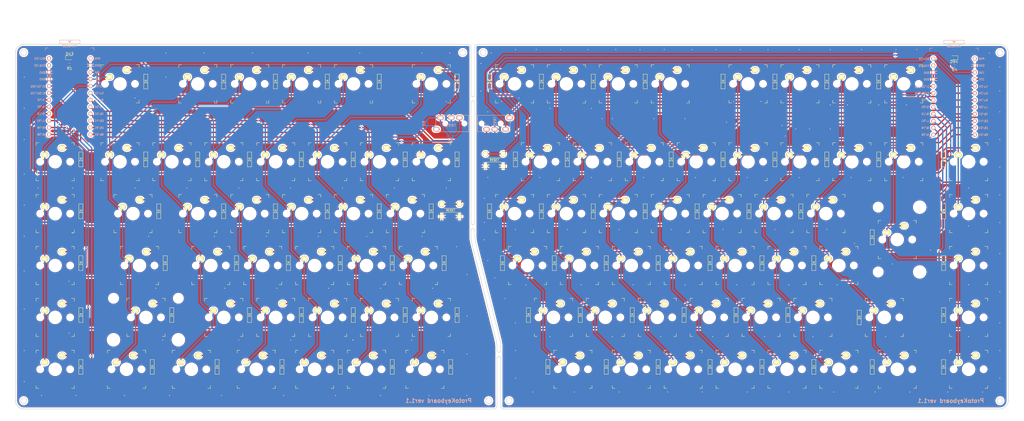
<source format=kicad_pcb>
(kicad_pcb (version 20171130) (host pcbnew "(5.1.5)-3")
  (layers (0 F.Cu signal) (31 B.Cu signal) (34 B.Paste user) (35 F.Paste user) (36 B.SilkS user) (37 F.SilkS user) (38 B.Mask user) (39 F.Mask user) (44 Edge.Cuts user))
  (net 0 "")
  (net 1 "Net-(D1-Pad1)")
  (net 2 L_row0)
  (net 3 "Net-(D2-Pad1)")
  (net 4 "Net-(D3-Pad1)")
  (net 5 "Net-(D4-Pad1)")
  (net 6 "Net-(D5-Pad1)")
  (net 7 "Net-(D6-Pad1)")
  (net 8 L_row1)
  (net 9 "Net-(D7-Pad1)")
  (net 10 "Net-(D8-Pad1)")
  (net 11 "Net-(D9-Pad1)")
  (net 12 "Net-(D10-Pad1)")
  (net 13 "Net-(D11-Pad1)")
  (net 14 "Net-(D12-Pad1)")
  (net 15 "Net-(D13-Pad1)")
  (net 16 "Net-(D14-Pad1)")
  (net 17 L_row2)
  (net 18 "Net-(D15-Pad1)")
  (net 19 "Net-(D16-Pad1)")
  (net 20 "Net-(D17-Pad1)")
  (net 21 "Net-(D18-Pad1)")
  (net 22 "Net-(D19-Pad1)")
  (net 23 "Net-(D20-Pad1)")
  (net 24 "Net-(D21-Pad1)")
  (net 25 "Net-(D22-Pad1)")
  (net 26 L_row3)
  (net 27 "Net-(D23-Pad1)")
  (net 28 "Net-(D24-Pad1)")
  (net 29 "Net-(D25-Pad1)")
  (net 30 "Net-(D26-Pad1)")
  (net 31 "Net-(D27-Pad1)")
  (net 32 "Net-(D28-Pad1)")
  (net 33 "Net-(D29-Pad1)")
  (net 34 L_row4)
  (net 35 "Net-(D30-Pad1)")
  (net 36 "Net-(D31-Pad1)")
  (net 37 "Net-(D32-Pad1)")
  (net 38 "Net-(D33-Pad1)")
  (net 39 "Net-(D34-Pad1)")
  (net 40 "Net-(D35-Pad1)")
  (net 41 "Net-(D36-Pad1)")
  (net 42 L_row5)
  (net 43 "Net-(D37-Pad1)")
  (net 44 "Net-(D38-Pad1)")
  (net 45 "Net-(D39-Pad1)")
  (net 46 "Net-(D40-Pad1)")
  (net 47 "Net-(D41-Pad1)")
  (net 48 "Net-(D42-Pad1)")
  (net 49 GND)
  (net 50 "Net-(D43-Pad2)")
  (net 51 R_row0)
  (net 52 "Net-(D44-Pad1)")
  (net 53 "Net-(D45-Pad1)")
  (net 54 "Net-(D46-Pad1)")
  (net 55 "Net-(D47-Pad1)")
  (net 56 "Net-(D48-Pad1)")
  (net 57 "Net-(D49-Pad1)")
  (net 58 "Net-(D50-Pad1)")
  (net 59 "Net-(D51-Pad1)")
  (net 60 R_row1)
  (net 61 "Net-(D52-Pad1)")
  (net 62 "Net-(D53-Pad1)")
  (net 63 "Net-(D54-Pad1)")
  (net 64 "Net-(D55-Pad1)")
  (net 65 "Net-(D56-Pad1)")
  (net 66 "Net-(D57-Pad1)")
  (net 67 "Net-(D58-Pad1)")
  (net 68 "Net-(D59-Pad1)")
  (net 69 "Net-(D60-Pad1)")
  (net 70 "Net-(D61-Pad1)")
  (net 71 R_row2)
  (net 72 "Net-(D62-Pad1)")
  (net 73 "Net-(D63-Pad1)")
  (net 74 "Net-(D64-Pad1)")
  (net 75 "Net-(D65-Pad1)")
  (net 76 "Net-(D66-Pad1)")
  (net 77 "Net-(D67-Pad1)")
  (net 78 "Net-(D68-Pad1)")
  (net 79 "Net-(D69-Pad1)")
  (net 80 "Net-(D70-Pad1)")
  (net 81 R_row3)
  (net 82 "Net-(D71-Pad1)")
  (net 83 "Net-(D72-Pad1)")
  (net 84 "Net-(D73-Pad1)")
  (net 85 "Net-(D74-Pad1)")
  (net 86 "Net-(D75-Pad1)")
  (net 87 "Net-(D76-Pad1)")
  (net 88 "Net-(D77-Pad1)")
  (net 89 "Net-(D78-Pad1)")
  (net 90 R_row4)
  (net 91 "Net-(D79-Pad1)")
  (net 92 "Net-(D80-Pad1)")
  (net 93 "Net-(D81-Pad1)")
  (net 94 "Net-(D82-Pad1)")
  (net 95 "Net-(D83-Pad1)")
  (net 96 "Net-(D84-Pad1)")
  (net 97 "Net-(D85-Pad1)")
  (net 98 R_row5)
  (net 99 "Net-(D86-Pad1)")
  (net 100 "Net-(D87-Pad1)")
  (net 101 "Net-(D88-Pad1)")
  (net 102 "Net-(D89-Pad1)")
  (net 103 "Net-(D90-Pad1)")
  (net 104 "Net-(D91-Pad1)")
  (net 105 "Net-(D92-Pad1)")
  (net 106 "Net-(D93-Pad1)")
  (net 107 "Net-(D94-Pad2)")
  (net 108 L_SDA)
  (net 109 VCC)
  (net 110 L_SCL)
  (net 111 R_SCL)
  (net 112 R_SDA)
  (net 113 L_col0)
  (net 114 L_col1)
  (net 115 L_col2)
  (net 116 L_col3)
  (net 117 L_col4)
  (net 118 L_col5)
  (net 119 L_col6)
  (net 120 L_col7)
  (net 121 L_reset)
  (net 122 R_col0)
  (net 123 R_col1)
  (net 124 R_col2)
  (net 125 R_col3)
  (net 126 R_col4)
  (net 127 R_col5)
  (net 128 R_col6)
  (net 129 R_col7)
  (net 130 R_col8)
  (net 131 R_reset)
  (net 132 "Net-(U1-Pad24)")
  (net 133 "Net-(U1-Pad2)")
  (net 134 L_col8)
  (net 135 "Net-(U2-Pad2)")
  (net 136 "Net-(U2-Pad24)")
  (net 137 R_GND)
  (net 138 R_VCC)
  (module keyswitches:Stabilizer_MX_2u (layer F.Cu) (at 383.0377 119.86297 90)
    (fp_text reference REF** hide)
    (fp_text value Stabilizer_MX_2u hide)
    (pad "" np_thru_hole circle (at 11.9 8.255 90) (size 3.9878 3.9878) (drill 3.9878) (layers *.Cu *.Mask))
    (pad "" np_thru_hole circle (at -11.9 8.255 90) (size 3.9878 3.9878) (drill 3.9878) (layers *.Cu *.Mask))
    (pad "" np_thru_hole circle (at 11.9 -6.985 90) (size 3.048 3.048) (drill 3.048) (layers *.Cu *.Mask))
    (pad "" np_thru_hole circle (at -11.9 -6.985 90) (size 3.048 3.048) (drill 3.048) (layers *.Cu *.Mask))
  )
  (module keyswitches:Stabilizer_MX_2u (layer F.Cu) (at 107.2377 148.41297)
    (fp_text reference REF** hide)
    (fp_text value Stabilizer_MX_2u hide)
    (pad "" np_thru_hole circle (at 11.9 8.255) (size 3.9878 3.9878) (drill 3.9878) (layers *.Cu *.Mask))
    (pad "" np_thru_hole circle (at -11.9 8.255) (size 3.9878 3.9878) (drill 3.9878) (layers *.Cu *.Mask))
    (pad "" np_thru_hole circle (at 11.9 -6.985) (size 3.048 3.048) (drill 3.048) (layers *.Cu *.Mask))
    (pad "" np_thru_hole circle (at -11.9 -6.985) (size 3.048 3.048) (drill 3.048) (layers *.Cu *.Mask))
  )
  (module keyboard:CherryMX_1u (layer F.Cu) (at 409.2427 129.38422)
    (fp_text reference SW77 hide)
    (fp_text value SW_Push hide)
    (pad "" np_thru_hole circle (at 0 0 90) (size 4 4) (drill 4) (layers *.Cu *.Mask))
    (pad "" np_thru_hole circle (at -5.5 0 90) (size 1.9 1.9) (drill 1.9) (layers *.Cu *.Mask))
    (pad "" np_thru_hole circle (at 5.5 0 90) (size 1.9 1.9) (drill 1.9) (layers *.Cu *.Mask))
    (pad 2 thru_hole oval (at 2.54 -5.08) (size 2.5 2) (drill oval 1.2 0.8) (layers *.Cu F.SilkS B.Mask) (net 88 "Net-(D77-Pad1)"))
    (pad 1 thru_hole oval (at -3.81 -2.54) (size 2.5 2) (drill oval 1.2 0.8) (layers *.Cu F.SilkS B.Mask) (net 129 R_col7))
  )
  (module keyboard:CherryMX_1u (layer F.Cu) (at 145.34395 62.71922)
    (fp_text reference SW3 hide)
    (fp_text value SW_Push hide)
    (pad "" np_thru_hole circle (at 0 0 90) (size 4 4) (drill 4) (layers *.Cu *.Mask))
    (pad "" np_thru_hole circle (at -5.5 0 90) (size 1.9 1.9) (drill 1.9) (layers *.Cu *.Mask))
    (pad "" np_thru_hole circle (at 5.5 0 90) (size 1.9 1.9) (drill 1.9) (layers *.Cu *.Mask))
    (pad 2 thru_hole oval (at 2.54 -5.08) (size 2.5 2) (drill oval 1.2 0.8) (layers *.Cu F.SilkS B.Mask) (net 4 "Net-(D3-Pad1)"))
    (pad 1 thru_hole oval (at -3.81 -2.54) (size 2.5 2) (drill oval 1.2 0.8) (layers *.Cu F.SilkS B.Mask) (net 115 L_col2))
  )
  (module keyboard:ProMicro_v3.5 (layer B.Cu) (at 403.8952 67.90297 180)
    (fp_text reference U2 hide)
    (fp_text value ProMicro hide)
    (fp_text user MicroUSB (at -0.05 18.95) (layer B.SilkS) (effects (font (size 0.75 0.75) (thickness 0.12)) (justify mirror)))
    (fp_text user B4/8 (at 10.605 -10.9 180 unlocked) (layer B.SilkS) (effects (font (size 0.75 0.67) (thickness 0.125)) (justify mirror)))
    (fp_text user D2/RX1 (at 11.055 11.9 180 unlocked) (layer B.SilkS) (effects (font (size 0.75 0.67) (thickness 0.125)) (justify mirror)))
    (fp_text user B5/9 (at 10.605 -13.4 180 unlocked) (layer B.SilkS) (effects (font (size 0.75 0.67) (thickness 0.125)) (justify mirror)))
    (fp_text user C6/5 (at 10.605 -3.25 180 unlocked) (layer B.SilkS) (effects (font (size 0.75 0.67) (thickness 0.125)) (justify mirror)))
    (fp_text user SCL/D0/3 (at 11.755 1.7 180 unlocked) (layer B.SilkS) (effects (font (size 0.75 0.67) (thickness 0.125)) (justify mirror)))
    (fp_text user SDA/D1/2 (at 11.755 4.2 180 unlocked) (layer B.SilkS) (effects (font (size 0.75 0.67) (thickness 0.125)) (justify mirror)))
    (fp_text user D4/4 (at 10.605 -0.7 180 unlocked) (layer B.SilkS) (effects (font (size 0.75 0.67) (thickness 0.125)) (justify mirror)))
    (fp_text user D3/TX0 (at 11.055 14.45 180 unlocked) (layer B.SilkS) (effects (font (size 0.75 0.67) (thickness 0.125)) (justify mirror)))
    (fp_text user GND (at 10.105 6.85 180 unlocked) (layer B.SilkS) (effects (font (size 0.75 0.67) (thickness 0.125)) (justify mirror)))
    (fp_text user GND (at 10.105 9.3 180 unlocked) (layer B.SilkS) (effects (font (size 0.75 0.67) (thickness 0.125)) (justify mirror)))
    (fp_text user D7/6 (at 10.605 -5.8 180 unlocked) (layer B.SilkS) (effects (font (size 0.75 0.67) (thickness 0.125)) (justify mirror)))
    (fp_text user E6/7 (at 10.605 -8.35 180 unlocked) (layer B.SilkS) (effects (font (size 0.75 0.67) (thickness 0.125)) (justify mirror)))
    (fp_text user 16/B2 (at -10.845 -10.95 180 unlocked) (layer B.SilkS) (effects (font (size 0.75 0.67) (thickness 0.125)) (justify mirror)))
    (fp_text user 10/B6 (at -10.845 -13.45 180 unlocked) (layer B.SilkS) (effects (font (size 0.75 0.67) (thickness 0.125)) (justify mirror)))
    (fp_text user 14/B3 (at -10.845 -8.4 180 unlocked) (layer B.SilkS) (effects (font (size 0.75 0.67) (thickness 0.125)) (justify mirror)))
    (fp_text user 15/B1 (at -10.845 -5.85 180 unlocked) (layer B.SilkS) (effects (font (size 0.75 0.67) (thickness 0.125)) (justify mirror)))
    (fp_text user A0/F7 (at -10.845 -3.3 180 unlocked) (layer B.SilkS) (effects (font (size 0.75 0.67) (thickness 0.125)) (justify mirror)))
    (fp_text user A1/F6 (at -10.845 -0.75 180 unlocked) (layer B.SilkS) (effects (font (size 0.75 0.67) (thickness 0.125)) (justify mirror)))
    (fp_text user A2/F5 (at -10.845 1.75 180 unlocked) (layer B.SilkS) (effects (font (size 0.75 0.67) (thickness 0.125)) (justify mirror)))
    (fp_text user A3/F4 (at -10.845 4.25 180 unlocked) (layer B.SilkS) (effects (font (size 0.75 0.67) (thickness 0.125)) (justify mirror)))
    (fp_text user VCC (at -10.195 6.95 180 unlocked) (layer B.SilkS) (effects (font (size 0.75 0.67) (thickness 0.125)) (justify mirror)))
    (fp_text user RST (at -10.195 9.4 180 unlocked) (layer B.SilkS) (effects (font (size 0.75 0.67) (thickness 0.125)) (justify mirror)))
    (fp_text user GND (at -10.195 11.95 180 unlocked) (layer B.SilkS) (effects (font (size 0.75 0.67) (thickness 0.125)) (justify mirror)))
    (fp_text user RAW (at -10.195 14.5 180 unlocked) (layer B.SilkS) (effects (font (size 0.75 0.67) (thickness 0.125)) (justify mirror)))
    (fp_text user "" (at -14.2875 35.71875) (layer B.SilkS) (effects (justify mirror)))
    (fp_text user "" (at -1.2515 16.256) (layer F.SilkS))
    (pad 1 thru_hole circle (at 7.6114 14.478 180) (size 1.524 1.524) (drill 0.8128) (layers *.Cu B.SilkS F.Mask) (net 130 R_col8))
    (pad 2 thru_hole circle (at 7.6114 11.938 180) (size 1.524 1.524) (drill 0.8128) (layers *.Cu B.SilkS F.Mask) (net 135 "Net-(U2-Pad2)"))
    (pad 3 thru_hole circle (at 7.6114 9.398 180) (size 1.524 1.524) (drill 0.8128) (layers *.Cu B.SilkS F.Mask) (net 137 R_GND))
    (pad 4 thru_hole circle (at 7.6114 6.858 180) (size 1.524 1.524) (drill 0.8128) (layers *.Cu B.SilkS F.Mask) (net 137 R_GND))
    (pad 5 thru_hole circle (at 7.6114 4.318 180) (size 1.524 1.524) (drill 0.8128) (layers *.Cu B.SilkS F.Mask) (net 112 R_SDA))
    (pad 6 thru_hole circle (at 7.6114 1.778 180) (size 1.524 1.524) (drill 0.8128) (layers *.Cu B.SilkS F.Mask) (net 111 R_SCL))
    (pad 7 thru_hole circle (at 7.6114 -0.762 180) (size 1.524 1.524) (drill 0.8128) (layers *.Cu B.SilkS F.Mask) (net 51 R_row0))
    (pad 8 thru_hole circle (at 7.6114 -3.302 180) (size 1.524 1.524) (drill 0.8128) (layers *.Cu B.SilkS F.Mask) (net 60 R_row1))
    (pad 9 thru_hole circle (at 7.6114 -5.842 180) (size 1.524 1.524) (drill 0.8128) (layers *.Cu B.SilkS F.Mask) (net 71 R_row2))
    (pad 10 thru_hole circle (at 7.6114 -8.382 180) (size 1.524 1.524) (drill 0.8128) (layers *.Cu B.SilkS F.Mask) (net 81 R_row3))
    (pad 11 thru_hole circle (at 7.6114 -10.922 180) (size 1.524 1.524) (drill 0.8128) (layers *.Cu B.SilkS F.Mask) (net 90 R_row4))
    (pad 12 thru_hole circle (at 7.6114 -13.462 180) (size 1.524 1.524) (drill 0.8128) (layers *.Cu B.SilkS F.Mask) (net 98 R_row5))
    (pad 13 thru_hole circle (at -7.6086 -13.462 180) (size 1.524 1.524) (drill 0.8128) (layers *.Cu B.SilkS F.Mask) (net 129 R_col7))
    (pad 14 thru_hole circle (at -7.6086 -10.922 180) (size 1.524 1.524) (drill 0.8128) (layers *.Cu B.SilkS F.Mask) (net 128 R_col6))
    (pad 15 thru_hole circle (at -7.6086 -8.382 180) (size 1.524 1.524) (drill 0.8128) (layers *.Cu B.SilkS F.Mask) (net 127 R_col5))
    (pad 16 thru_hole circle (at -7.6086 -5.842 180) (size 1.524 1.524) (drill 0.8128) (layers *.Cu B.SilkS F.Mask) (net 126 R_col4))
    (pad 17 thru_hole circle (at -7.6086 -3.302 180) (size 1.524 1.524) (drill 0.8128) (layers *.Cu B.SilkS F.Mask) (net 125 R_col3))
    (pad 18 thru_hole circle (at -7.6086 -0.762 180) (size 1.524 1.524) (drill 0.8128) (layers *.Cu B.SilkS F.Mask) (net 124 R_col2))
    (pad 19 thru_hole circle (at -7.6086 1.778 180) (size 1.524 1.524) (drill 0.8128) (layers *.Cu B.SilkS F.Mask) (net 123 R_col1))
    (pad 20 thru_hole circle (at -7.6086 4.318 180) (size 1.524 1.524) (drill 0.8128) (layers *.Cu B.SilkS F.Mask) (net 122 R_col0))
    (pad 21 thru_hole circle (at -7.6086 6.858 180) (size 1.524 1.524) (drill 0.8128) (layers *.Cu B.SilkS F.Mask) (net 138 R_VCC))
    (pad 22 thru_hole circle (at -7.6086 9.398 180) (size 1.524 1.524) (drill 0.8128) (layers *.Cu B.SilkS F.Mask) (net 131 R_reset))
    (pad 23 thru_hole circle (at -7.6086 11.938 180) (size 1.524 1.524) (drill 0.8128) (layers *.Cu B.SilkS F.Mask) (net 137 R_GND))
    (pad 24 thru_hole circle (at -7.6086 14.478 180) (size 1.524 1.524) (drill 0.8128) (layers *.Cu B.SilkS F.Mask) (net 136 "Net-(U2-Pad24)"))
  )
  (module keyboard:CherryMX_1u (layer F.Cu) (at 73.90645 91.29422)
    (fp_text reference SW7 hide)
    (fp_text value SW_Push hide)
    (pad "" np_thru_hole circle (at 0 0 90) (size 4 4) (drill 4) (layers *.Cu *.Mask))
    (pad "" np_thru_hole circle (at -5.5 0 90) (size 1.9 1.9) (drill 1.9) (layers *.Cu *.Mask))
    (pad "" np_thru_hole circle (at 5.5 0 90) (size 1.9 1.9) (drill 1.9) (layers *.Cu *.Mask))
    (pad 2 thru_hole oval (at 2.54 -5.08) (size 2.5 2) (drill oval 1.2 0.8) (layers *.Cu F.SilkS B.Mask) (net 9 "Net-(D7-Pad1)"))
    (pad 1 thru_hole oval (at -3.81 -2.54) (size 2.5 2) (drill oval 1.2 0.8) (layers *.Cu F.SilkS B.Mask) (net 113 L_col0))
  )
  (module keyboard:ProMicro_v3.5 (layer B.Cu) (at 79.2652 67.82297 180)
    (fp_text reference U1 hide)
    (fp_text value ProMicro hide)
    (fp_text user "" (at -1.2515 16.256) (layer F.SilkS))
    (fp_text user "" (at -0.545 17.4) (layer B.SilkS) (effects (justify mirror)))
    (fp_text user RAW (at -10.195 14.5 180 unlocked) (layer B.SilkS) (effects (font (size 0.75 0.67) (thickness 0.125)) (justify mirror)))
    (fp_text user GND (at -10.195 11.95 180 unlocked) (layer B.SilkS) (effects (font (size 0.75 0.67) (thickness 0.125)) (justify mirror)))
    (fp_text user RST (at -10.195 9.4 180 unlocked) (layer B.SilkS) (effects (font (size 0.75 0.67) (thickness 0.125)) (justify mirror)))
    (fp_text user VCC (at -10.195 6.95 180 unlocked) (layer B.SilkS) (effects (font (size 0.75 0.67) (thickness 0.125)) (justify mirror)))
    (fp_text user A3/F4 (at -10.845 4.25 180 unlocked) (layer B.SilkS) (effects (font (size 0.75 0.67) (thickness 0.125)) (justify mirror)))
    (fp_text user A2/F5 (at -10.845 1.75 180 unlocked) (layer B.SilkS) (effects (font (size 0.75 0.67) (thickness 0.125)) (justify mirror)))
    (fp_text user A1/F6 (at -10.845 -0.75 180 unlocked) (layer B.SilkS) (effects (font (size 0.75 0.67) (thickness 0.125)) (justify mirror)))
    (fp_text user A0/F7 (at -10.845 -3.3 180 unlocked) (layer B.SilkS) (effects (font (size 0.75 0.67) (thickness 0.125)) (justify mirror)))
    (fp_text user 15/B1 (at -10.845 -5.85 180 unlocked) (layer B.SilkS) (effects (font (size 0.75 0.67) (thickness 0.125)) (justify mirror)))
    (fp_text user 14/B3 (at -10.845 -8.4 180 unlocked) (layer B.SilkS) (effects (font (size 0.75 0.67) (thickness 0.125)) (justify mirror)))
    (fp_text user 10/B6 (at -10.845 -13.45 180 unlocked) (layer B.SilkS) (effects (font (size 0.75 0.67) (thickness 0.125)) (justify mirror)))
    (fp_text user 16/B2 (at -10.845 -10.95 180 unlocked) (layer B.SilkS) (effects (font (size 0.75 0.67) (thickness 0.125)) (justify mirror)))
    (fp_text user E6/7 (at 10.605 -8.35 180 unlocked) (layer B.SilkS) (effects (font (size 0.75 0.67) (thickness 0.125)) (justify mirror)))
    (fp_text user D7/6 (at 10.605 -5.8 180 unlocked) (layer B.SilkS) (effects (font (size 0.75 0.67) (thickness 0.125)) (justify mirror)))
    (fp_text user GND (at 10.105 9.3 180 unlocked) (layer B.SilkS) (effects (font (size 0.75 0.67) (thickness 0.125)) (justify mirror)))
    (fp_text user GND (at 10.105 6.85 180 unlocked) (layer B.SilkS) (effects (font (size 0.75 0.67) (thickness 0.125)) (justify mirror)))
    (fp_text user D3/TX0 (at 11.055 14.45 180 unlocked) (layer B.SilkS) (effects (font (size 0.75 0.67) (thickness 0.125)) (justify mirror)))
    (fp_text user D4/4 (at 10.605 -0.7 180 unlocked) (layer B.SilkS) (effects (font (size 0.75 0.67) (thickness 0.125)) (justify mirror)))
    (fp_text user SDA/D1/2 (at 11.755 4.2 180 unlocked) (layer B.SilkS) (effects (font (size 0.75 0.67) (thickness 0.125)) (justify mirror)))
    (fp_text user SCL/D0/3 (at 11.755 1.7 180 unlocked) (layer B.SilkS) (effects (font (size 0.75 0.67) (thickness 0.125)) (justify mirror)))
    (fp_text user C6/5 (at 10.605 -3.25 180 unlocked) (layer B.SilkS) (effects (font (size 0.75 0.67) (thickness 0.125)) (justify mirror)))
    (fp_text user B5/9 (at 10.605 -13.4 180 unlocked) (layer B.SilkS) (effects (font (size 0.75 0.67) (thickness 0.125)) (justify mirror)))
    (fp_text user D2/RX1 (at 11.055 11.9 180 unlocked) (layer B.SilkS) (effects (font (size 0.75 0.67) (thickness 0.125)) (justify mirror)))
    (fp_text user B4/8 (at 10.605 -10.9 180 unlocked) (layer B.SilkS) (effects (font (size 0.75 0.67) (thickness 0.125)) (justify mirror)))
    (fp_text user MicroUSB (at -0.05 18.95) (layer B.SilkS) (effects (font (size 0.75 0.75) (thickness 0.12)) (justify mirror)))
    (pad 24 thru_hole circle (at -7.6086 14.478 180) (size 1.524 1.524) (drill 0.8128) (layers *.Cu B.SilkS F.Mask) (net 132 "Net-(U1-Pad24)"))
    (pad 23 thru_hole circle (at -7.6086 11.938 180) (size 1.524 1.524) (drill 0.8128) (layers *.Cu B.SilkS F.Mask) (net 49 GND))
    (pad 22 thru_hole circle (at -7.6086 9.398 180) (size 1.524 1.524) (drill 0.8128) (layers *.Cu B.SilkS F.Mask) (net 121 L_reset))
    (pad 21 thru_hole circle (at -7.6086 6.858 180) (size 1.524 1.524) (drill 0.8128) (layers *.Cu B.SilkS F.Mask) (net 109 VCC))
    (pad 20 thru_hole circle (at -7.6086 4.318 180) (size 1.524 1.524) (drill 0.8128) (layers *.Cu B.SilkS F.Mask) (net 113 L_col0))
    (pad 19 thru_hole circle (at -7.6086 1.778 180) (size 1.524 1.524) (drill 0.8128) (layers *.Cu B.SilkS F.Mask) (net 114 L_col1))
    (pad 18 thru_hole circle (at -7.6086 -0.762 180) (size 1.524 1.524) (drill 0.8128) (layers *.Cu B.SilkS F.Mask) (net 115 L_col2))
    (pad 17 thru_hole circle (at -7.6086 -3.302 180) (size 1.524 1.524) (drill 0.8128) (layers *.Cu B.SilkS F.Mask) (net 116 L_col3))
    (pad 16 thru_hole circle (at -7.6086 -5.842 180) (size 1.524 1.524) (drill 0.8128) (layers *.Cu B.SilkS F.Mask) (net 117 L_col4))
    (pad 15 thru_hole circle (at -7.6086 -8.382 180) (size 1.524 1.524) (drill 0.8128) (layers *.Cu B.SilkS F.Mask) (net 118 L_col5))
    (pad 14 thru_hole circle (at -7.6086 -10.922 180) (size 1.524 1.524) (drill 0.8128) (layers *.Cu B.SilkS F.Mask) (net 119 L_col6))
    (pad 13 thru_hole circle (at -7.6086 -13.462 180) (size 1.524 1.524) (drill 0.8128) (layers *.Cu B.SilkS F.Mask) (net 120 L_col7))
    (pad 12 thru_hole circle (at 7.6114 -13.462 180) (size 1.524 1.524) (drill 0.8128) (layers *.Cu B.SilkS F.Mask) (net 42 L_row5))
    (pad 11 thru_hole circle (at 7.6114 -10.922 180) (size 1.524 1.524) (drill 0.8128) (layers *.Cu B.SilkS F.Mask) (net 34 L_row4))
    (pad 10 thru_hole circle (at 7.6114 -8.382 180) (size 1.524 1.524) (drill 0.8128) (layers *.Cu B.SilkS F.Mask) (net 26 L_row3))
    (pad 9 thru_hole circle (at 7.6114 -5.842 180) (size 1.524 1.524) (drill 0.8128) (layers *.Cu B.SilkS F.Mask) (net 17 L_row2))
    (pad 8 thru_hole circle (at 7.6114 -3.302 180) (size 1.524 1.524) (drill 0.8128) (layers *.Cu B.SilkS F.Mask) (net 8 L_row1))
    (pad 7 thru_hole circle (at 7.6114 -0.762 180) (size 1.524 1.524) (drill 0.8128) (layers *.Cu B.SilkS F.Mask) (net 2 L_row0))
    (pad 6 thru_hole circle (at 7.6114 1.778 180) (size 1.524 1.524) (drill 0.8128) (layers *.Cu B.SilkS F.Mask) (net 110 L_SCL))
    (pad 5 thru_hole circle (at 7.6114 4.318 180) (size 1.524 1.524) (drill 0.8128) (layers *.Cu B.SilkS F.Mask) (net 108 L_SDA))
    (pad 4 thru_hole circle (at 7.6114 6.858 180) (size 1.524 1.524) (drill 0.8128) (layers *.Cu B.SilkS F.Mask) (net 49 GND))
    (pad 3 thru_hole circle (at 7.6114 9.398 180) (size 1.524 1.524) (drill 0.8128) (layers *.Cu B.SilkS F.Mask) (net 49 GND))
    (pad 2 thru_hole circle (at 7.6114 11.938 180) (size 1.524 1.524) (drill 0.8128) (layers *.Cu B.SilkS F.Mask) (net 133 "Net-(U1-Pad2)"))
    (pad 1 thru_hole circle (at 7.6114 14.478 180) (size 1.524 1.524) (drill 0.8128) (layers *.Cu B.SilkS F.Mask) (net 134 L_col8))
  )
  (module keyboard:CherryMX_1u (layer F.Cu) (at 97.71895 62.71922)
    (fp_text reference SW1 hide)
    (fp_text value SW_Push hide)
    (pad "" np_thru_hole circle (at 0 0 90) (size 4 4) (drill 4) (layers *.Cu *.Mask))
    (pad "" np_thru_hole circle (at -5.5 0 90) (size 1.9 1.9) (drill 1.9) (layers *.Cu *.Mask))
    (pad "" np_thru_hole circle (at 5.5 0 90) (size 1.9 1.9) (drill 1.9) (layers *.Cu *.Mask))
    (pad 2 thru_hole oval (at 2.54 -5.08) (size 2.5 2) (drill oval 1.2 0.8) (layers *.Cu F.SilkS B.Mask) (net 1 "Net-(D1-Pad1)"))
    (pad 1 thru_hole oval (at -3.81 -2.54) (size 2.5 2) (drill oval 1.2 0.8) (layers *.Cu F.SilkS B.Mask) (net 113 L_col0))
  )
  (module keyboard:D3_SMD_v2 (layer F.Cu) (at 107.15645 61.85047 270)
    (fp_text reference D1 hide)
    (fp_text value DIODE hide)
    (pad 1 smd rect (at -1.775 0 270) (size 2 1) (layers F.Cu) (net 1 "Net-(D1-Pad1)"))
    (pad 2 smd rect (at 1.775 0 270) (size 2 1) (layers F.Cu) (net 2 L_row0))
  )
  (module keyboard:D3_SMD_v2 (layer F.Cu) (at 135.73145 61.85047 270)
    (fp_text reference D2 hide)
    (fp_text value DIODE hide)
    (pad 1 smd rect (at -1.775 0 270) (size 2 1) (layers F.Cu) (net 3 "Net-(D2-Pad1)"))
    (pad 2 smd rect (at 1.775 0 270) (size 2 1) (layers F.Cu) (net 2 L_row0))
  )
  (module keyboard:D3_SMD_v2 (layer F.Cu) (at 154.78145 61.85047 270)
    (fp_text reference D3 hide)
    (fp_text value DIODE hide)
    (pad 2 smd rect (at 1.775 0 270) (size 2 1) (layers F.Cu) (net 2 L_row0))
    (pad 1 smd rect (at -1.775 0 270) (size 2 1) (layers F.Cu) (net 4 "Net-(D3-Pad1)"))
  )
  (module keyboard:D3_SMD_v2 (layer F.Cu) (at 173.83145 61.85047 270)
    (fp_text reference D4 hide)
    (fp_text value DIODE hide)
    (pad 2 smd rect (at 1.775 0 270) (size 2 1) (layers F.Cu) (net 2 L_row0))
    (pad 1 smd rect (at -1.775 0 270) (size 2 1) (layers F.Cu) (net 5 "Net-(D4-Pad1)"))
  )
  (module keyboard:D3_SMD_v2 (layer F.Cu) (at 192.88145 61.85047 270)
    (fp_text reference D5 hide)
    (fp_text value DIODE hide)
    (pad 2 smd rect (at 1.775 0 270) (size 2 1) (layers F.Cu) (net 2 L_row0))
    (pad 1 smd rect (at -1.775 0 270) (size 2 1) (layers F.Cu) (net 6 "Net-(D5-Pad1)"))
  )
  (module keyboard:D3_SMD_v2 (layer F.Cu) (at 221.45645 61.85047 270)
    (fp_text reference D6 hide)
    (fp_text value DIODE hide)
    (pad 1 smd rect (at -1.775 0 270) (size 2 1) (layers F.Cu) (net 7 "Net-(D6-Pad1)"))
    (pad 2 smd rect (at 1.775 0 270) (size 2 1) (layers F.Cu) (net 2 L_row0))
  )
  (module keyboard:D3_SMD_v2 (layer F.Cu) (at 83.34395 90.42547 270)
    (fp_text reference D7 hide)
    (fp_text value DIODE hide)
    (pad 2 smd rect (at 1.775 0 270) (size 2 1) (layers F.Cu) (net 8 L_row1))
    (pad 1 smd rect (at -1.775 0 270) (size 2 1) (layers F.Cu) (net 9 "Net-(D7-Pad1)"))
  )
  (module keyboard:D3_SMD_v2 (layer F.Cu) (at 107.15645 90.42547 270)
    (fp_text reference D8 hide)
    (fp_text value DIODE hide)
    (pad 2 smd rect (at 1.775 0 270) (size 2 1) (layers F.Cu) (net 8 L_row1))
    (pad 1 smd rect (at -1.775 0 270) (size 2 1) (layers F.Cu) (net 10 "Net-(D8-Pad1)"))
  )
  (module keyboard:D3_SMD_v2 (layer F.Cu) (at 126.20645 90.42547 270)
    (fp_text reference D9 hide)
    (fp_text value DIODE hide)
    (pad 1 smd rect (at -1.775 0 270) (size 2 1) (layers F.Cu) (net 11 "Net-(D9-Pad1)"))
    (pad 2 smd rect (at 1.775 0 270) (size 2 1) (layers F.Cu) (net 8 L_row1))
  )
  (module keyboard:D3_SMD_v2 (layer F.Cu) (at 145.25645 90.42547 270)
    (fp_text reference D10 hide)
    (fp_text value DIODE hide)
    (pad 2 smd rect (at 1.775 0 270) (size 2 1) (layers F.Cu) (net 8 L_row1))
    (pad 1 smd rect (at -1.775 0 270) (size 2 1) (layers F.Cu) (net 12 "Net-(D10-Pad1)"))
  )
  (module keyboard:D3_SMD_v2 (layer F.Cu) (at 164.30645 90.42547 270)
    (fp_text reference D11 hide)
    (fp_text value DIODE hide)
    (pad 1 smd rect (at -1.775 0 270) (size 2 1) (layers F.Cu) (net 13 "Net-(D11-Pad1)"))
    (pad 2 smd rect (at 1.775 0 270) (size 2 1) (layers F.Cu) (net 8 L_row1))
  )
  (module keyboard:D3_SMD_v2 (layer F.Cu) (at 183.35645 90.42547 270)
    (fp_text reference D12 hide)
    (fp_text value DIODE hide)
    (pad 1 smd rect (at -1.775 0 270) (size 2 1) (layers F.Cu) (net 14 "Net-(D12-Pad1)"))
    (pad 2 smd rect (at 1.775 0 270) (size 2 1) (layers F.Cu) (net 8 L_row1))
  )
  (module keyboard:D3_SMD_v2 (layer F.Cu) (at 202.40645 90.42547 270)
    (fp_text reference D13 hide)
    (fp_text value DIODE hide)
    (pad 2 smd rect (at 1.775 0 270) (size 2 1) (layers F.Cu) (net 8 L_row1))
    (pad 1 smd rect (at -1.775 0 270) (size 2 1) (layers F.Cu) (net 15 "Net-(D13-Pad1)"))
  )
  (module keyboard:D3_SMD_v2 (layer F.Cu) (at 221.45645 90.42547 270)
    (fp_text reference D14 hide)
    (fp_text value DIODE hide)
    (pad 1 smd rect (at -1.775 0 270) (size 2 1) (layers F.Cu) (net 16 "Net-(D14-Pad1)"))
    (pad 2 smd rect (at 1.775 0 270) (size 2 1) (layers F.Cu) (net 8 L_row1))
  )
  (module keyboard:D3_SMD_v2 (layer F.Cu) (at 83.34395 109.47547 270)
    (fp_text reference D15 hide)
    (fp_text value DIODE hide)
    (pad 2 smd rect (at 1.775 0 270) (size 2 1) (layers F.Cu) (net 17 L_row2))
    (pad 1 smd rect (at -1.775 0 270) (size 2 1) (layers F.Cu) (net 18 "Net-(D15-Pad1)"))
  )
  (module keyboard:D3_SMD_v2 (layer F.Cu) (at 111.91895 109.47547 270)
    (fp_text reference D16 hide)
    (fp_text value DIODE hide)
    (pad 1 smd rect (at -1.775 0 270) (size 2 1) (layers F.Cu) (net 19 "Net-(D16-Pad1)"))
    (pad 2 smd rect (at 1.775 0 270) (size 2 1) (layers F.Cu) (net 17 L_row2))
  )
  (module keyboard:D3_SMD_v2 (layer F.Cu) (at 135.73145 109.47547 270)
    (fp_text reference D17 hide)
    (fp_text value DIODE hide)
    (pad 2 smd rect (at 1.775 0 270) (size 2 1) (layers F.Cu) (net 17 L_row2))
    (pad 1 smd rect (at -1.775 0 270) (size 2 1) (layers F.Cu) (net 20 "Net-(D17-Pad1)"))
  )
  (module keyboard:D3_SMD_v2 (layer F.Cu) (at 154.78145 109.47547 270)
    (fp_text reference D18 hide)
    (fp_text value DIODE hide)
    (pad 2 smd rect (at 1.775 0 270) (size 2 1) (layers F.Cu) (net 17 L_row2))
    (pad 1 smd rect (at -1.775 0 270) (size 2 1) (layers F.Cu) (net 21 "Net-(D18-Pad1)"))
  )
  (module keyboard:D3_SMD_v2 (layer F.Cu) (at 173.83145 109.47547 270)
    (fp_text reference D19 hide)
    (fp_text value DIODE hide)
    (pad 1 smd rect (at -1.775 0 270) (size 2 1) (layers F.Cu) (net 22 "Net-(D19-Pad1)"))
    (pad 2 smd rect (at 1.775 0 270) (size 2 1) (layers F.Cu) (net 17 L_row2))
  )
  (module keyboard:D3_SMD_v2 (layer F.Cu) (at 192.88145 109.47547 270)
    (fp_text reference D20 hide)
    (fp_text value DIODE hide)
    (pad 2 smd rect (at 1.775 0 270) (size 2 1) (layers F.Cu) (net 17 L_row2))
    (pad 1 smd rect (at -1.775 0 270) (size 2 1) (layers F.Cu) (net 23 "Net-(D20-Pad1)"))
  )
  (module keyboard:D3_SMD_v2 (layer F.Cu) (at 211.93145 109.47547 270)
    (fp_text reference D21 hide)
    (fp_text value DIODE hide)
    (pad 1 smd rect (at -1.775 0 270) (size 2 1) (layers F.Cu) (net 24 "Net-(D21-Pad1)"))
    (pad 2 smd rect (at 1.775 0 270) (size 2 1) (layers F.Cu) (net 17 L_row2))
  )
  (module keyboard:D3_SMD_v2 (layer F.Cu) (at 83.34395 128.52547 270)
    (fp_text reference D22 hide)
    (fp_text value DIODE hide)
    (pad 1 smd rect (at -1.775 0 270) (size 2 1) (layers F.Cu) (net 25 "Net-(D22-Pad1)"))
    (pad 2 smd rect (at 1.775 0 270) (size 2 1) (layers F.Cu) (net 26 L_row3))
  )
  (module keyboard:D3_SMD_v2 (layer F.Cu) (at 114.3002 128.52547 270)
    (fp_text reference D23 hide)
    (fp_text value DIODE hide)
    (pad 2 smd rect (at 1.775 0 270) (size 2 1) (layers F.Cu) (net 26 L_row3))
    (pad 1 smd rect (at -1.775 0 270) (size 2 1) (layers F.Cu) (net 27 "Net-(D23-Pad1)"))
  )
  (module keyboard:D3_SMD_v2 (layer F.Cu) (at 140.49395 128.52547 270)
    (fp_text reference D24 hide)
    (fp_text value DIODE hide)
    (pad 1 smd rect (at -1.775 0 270) (size 2 1) (layers F.Cu) (net 28 "Net-(D24-Pad1)"))
    (pad 2 smd rect (at 1.775 0 270) (size 2 1) (layers F.Cu) (net 26 L_row3))
  )
  (module keyboard:D3_SMD_v2 (layer F.Cu) (at 159.54395 128.52547 270)
    (fp_text reference D25 hide)
    (fp_text value DIODE hide)
    (pad 1 smd rect (at -1.775 0 270) (size 2 1) (layers F.Cu) (net 29 "Net-(D25-Pad1)"))
    (pad 2 smd rect (at 1.775 0 270) (size 2 1) (layers F.Cu) (net 26 L_row3))
  )
  (module keyboard:D3_SMD_v2 (layer F.Cu) (at 178.59395 128.52547 270)
    (fp_text reference D26 hide)
    (fp_text value DIODE hide)
    (pad 2 smd rect (at 1.775 0 270) (size 2 1) (layers F.Cu) (net 26 L_row3))
    (pad 1 smd rect (at -1.775 0 270) (size 2 1) (layers F.Cu) (net 30 "Net-(D26-Pad1)"))
  )
  (module keyboard:D3_SMD_v2 (layer F.Cu) (at 197.64395 128.52547 270)
    (fp_text reference D27 hide)
    (fp_text value DIODE hide)
    (pad 2 smd rect (at 1.775 0 270) (size 2 1) (layers F.Cu) (net 26 L_row3))
    (pad 1 smd rect (at -1.775 0 270) (size 2 1) (layers F.Cu) (net 31 "Net-(D27-Pad1)"))
  )
  (module keyboard:D3_SMD_v2 (layer F.Cu) (at 216.69395 128.52547 270)
    (fp_text reference D28 hide)
    (fp_text value DIODE hide)
    (pad 2 smd rect (at 1.775 0 270) (size 2 1) (layers F.Cu) (net 26 L_row3))
    (pad 1 smd rect (at -1.775 0 270) (size 2 1) (layers F.Cu) (net 32 "Net-(D28-Pad1)"))
  )
  (module keyboard:D3_SMD_v2 (layer F.Cu) (at 83.34395 147.57547 270)
    (fp_text reference D29 hide)
    (fp_text value DIODE hide)
    (pad 1 smd rect (at -1.775 0 270) (size 2 1) (layers F.Cu) (net 33 "Net-(D29-Pad1)"))
    (pad 2 smd rect (at 1.775 0 270) (size 2 1) (layers F.Cu) (net 34 L_row4))
  )
  (module keyboard:D3_SMD_v2 (layer F.Cu) (at 116.68145 147.57547 270)
    (fp_text reference D30 hide)
    (fp_text value DIODE hide)
    (pad 2 smd rect (at 1.775 0 270) (size 2 1) (layers F.Cu) (net 34 L_row4))
    (pad 1 smd rect (at -1.775 0 270) (size 2 1) (layers F.Cu) (net 35 "Net-(D30-Pad1)"))
  )
  (module keyboard:D3_SMD_v2 (layer F.Cu) (at 145.25645 147.57547 270)
    (fp_text reference D31 hide)
    (fp_text value DIODE hide)
    (pad 2 smd rect (at 1.775 0 270) (size 2 1) (layers F.Cu) (net 34 L_row4))
    (pad 1 smd rect (at -1.775 0 270) (size 2 1) (layers F.Cu) (net 36 "Net-(D31-Pad1)"))
  )
  (module keyboard:D3_SMD_v2 (layer F.Cu) (at 164.30645 147.57547 270)
    (fp_text reference D32 hide)
    (fp_text value DIODE hide)
    (pad 1 smd rect (at -1.775 0 270) (size 2 1) (layers F.Cu) (net 37 "Net-(D32-Pad1)"))
    (pad 2 smd rect (at 1.775 0 270) (size 2 1) (layers F.Cu) (net 34 L_row4))
  )
  (module keyboard:D3_SMD_v2 (layer F.Cu) (at 183.35645 147.57547 270)
    (fp_text reference D33 hide)
    (fp_text value DIODE hide)
    (pad 1 smd rect (at -1.775 0 270) (size 2 1) (layers F.Cu) (net 38 "Net-(D33-Pad1)"))
    (pad 2 smd rect (at 1.775 0 270) (size 2 1) (layers F.Cu) (net 34 L_row4))
  )
  (module keyboard:D3_SMD_v2 (layer F.Cu) (at 202.40645 147.57547 270)
    (fp_text reference D34 hide)
    (fp_text value DIODE hide)
    (pad 2 smd rect (at 1.775 0 270) (size 2 1) (layers F.Cu) (net 34 L_row4))
    (pad 1 smd rect (at -1.775 0 270) (size 2 1) (layers F.Cu) (net 39 "Net-(D34-Pad1)"))
  )
  (module keyboard:D3_SMD_v2 (layer F.Cu) (at 221.45645 147.57547 270)
    (fp_text reference D35 hide)
    (fp_text value DIODE hide)
    (pad 2 smd rect (at 1.775 0 270) (size 2 1) (layers F.Cu) (net 34 L_row4))
    (pad 1 smd rect (at -1.775 0 270) (size 2 1) (layers F.Cu) (net 40 "Net-(D35-Pad1)"))
  )
  (module keyboard:D3_SMD_v2 (layer F.Cu) (at 83.34395 166.62547 270)
    (fp_text reference D36 hide)
    (fp_text value DIODE hide)
    (pad 1 smd rect (at -1.775 0 270) (size 2 1) (layers F.Cu) (net 41 "Net-(D36-Pad1)"))
    (pad 2 smd rect (at 1.775 0 270) (size 2 1) (layers F.Cu) (net 42 L_row5))
  )
  (module keyboard:D3_SMD_v2 (layer F.Cu) (at 109.5377 166.62547 270)
    (fp_text reference D37 hide)
    (fp_text value DIODE hide)
    (pad 1 smd rect (at -1.775 0 270) (size 2 1) (layers F.Cu) (net 43 "Net-(D37-Pad1)"))
    (pad 2 smd rect (at 1.775 0 270) (size 2 1) (layers F.Cu) (net 42 L_row5))
  )
  (module keyboard:D3_SMD_v2 (layer F.Cu) (at 133.3502 166.62547 270)
    (fp_text reference D38 hide)
    (fp_text value DIODE hide)
    (pad 2 smd rect (at 1.775 0 270) (size 2 1) (layers F.Cu) (net 42 L_row5))
    (pad 1 smd rect (at -1.775 0 270) (size 2 1) (layers F.Cu) (net 44 "Net-(D38-Pad1)"))
  )
  (module keyboard:D3_SMD_v2 (layer F.Cu) (at 157.1627 166.62547 270)
    (fp_text reference D39 hide)
    (fp_text value DIODE hide)
    (pad 2 smd rect (at 1.775 0 270) (size 2 1) (layers F.Cu) (net 42 L_row5))
    (pad 1 smd rect (at -1.775 0 270) (size 2 1) (layers F.Cu) (net 45 "Net-(D39-Pad1)"))
  )
  (module keyboard:D3_SMD_v2 (layer F.Cu) (at 178.59395 166.62547 270)
    (fp_text reference D40 hide)
    (fp_text value DIODE hide)
    (pad 1 smd rect (at -1.775 0 270) (size 2 1) (layers F.Cu) (net 46 "Net-(D40-Pad1)"))
    (pad 2 smd rect (at 1.775 0 270) (size 2 1) (layers F.Cu) (net 42 L_row5))
  )
  (module keyboard:D3_SMD_v2 (layer F.Cu) (at 197.64395 166.62547 270)
    (fp_text reference D41 hide)
    (fp_text value DIODE hide)
    (pad 2 smd rect (at 1.775 0 270) (size 2 1) (layers F.Cu) (net 42 L_row5))
    (pad 1 smd rect (at -1.775 0 270) (size 2 1) (layers F.Cu) (net 47 "Net-(D41-Pad1)"))
  )
  (module keyboard:D3_SMD_v2 (layer F.Cu) (at 219.0752 166.62547 270)
    (fp_text reference D42 hide)
    (fp_text value DIODE hide)
    (pad 1 smd rect (at -1.775 0 270) (size 2 1) (layers F.Cu) (net 48 "Net-(D42-Pad1)"))
    (pad 2 smd rect (at 1.775 0 270) (size 2 1) (layers F.Cu) (net 42 L_row5))
  )
  (module LED_SMD:LED_0603_1608Metric (layer F.Cu) (at 79.19232 53.15097)
    (fp_text reference D43 (at 0 -1.43) (layer F.SilkS))
    (fp_text value LED)
    (pad 1 smd roundrect (at -0.7875 0) (size 0.875 0.95) (layers F.Cu F.Paste F.Mask) (net 49 GND))
    (pad 2 smd roundrect (at 0.7875 0) (size 0.875 0.95) (layers F.Cu F.Paste F.Mask) (net 50 "Net-(D43-Pad2)"))
  )
  (module keyboard:D3_SMD_v2 (layer F.Cu) (at 233.3627 61.85047 270)
    (fp_text reference D44 hide)
    (fp_text value DIODE hide)
    (pad 2 smd rect (at 1.775 0 270) (size 2 1) (layers F.Cu) (net 51 R_row0))
    (pad 1 smd rect (at -1.775 0 270) (size 2 1) (layers F.Cu) (net 52 "Net-(D44-Pad1)"))
  )
  (module keyboard:D3_SMD_v2 (layer F.Cu) (at 252.4127 61.85047 270)
    (fp_text reference D45 hide)
    (fp_text value DIODE hide)
    (pad 1 smd rect (at -1.775 0 270) (size 2 1) (layers F.Cu) (net 53 "Net-(D45-Pad1)"))
    (pad 2 smd rect (at 1.775 0 270) (size 2 1) (layers F.Cu) (net 51 R_row0))
  )
  (module keyboard:D3_SMD_v2 (layer F.Cu) (at 271.4627 61.85047 270)
    (fp_text reference D46 hide)
    (fp_text value DIODE hide)
    (pad 1 smd rect (at -1.775 0 270) (size 2 1) (layers F.Cu) (net 54 "Net-(D46-Pad1)"))
    (pad 2 smd rect (at 1.775 0 270) (size 2 1) (layers F.Cu) (net 51 R_row0))
  )
  (module keyboard:D3_SMD_v2 (layer F.Cu) (at 290.5127 61.85047 270)
    (fp_text reference D47 hide)
    (fp_text value DIODE hide)
    (pad 2 smd rect (at 1.775 0 270) (size 2 1) (layers F.Cu) (net 51 R_row0))
    (pad 1 smd rect (at -1.775 0 270) (size 2 1) (layers F.Cu) (net 55 "Net-(D47-Pad1)"))
  )
  (module keyboard:D3_SMD_v2 (layer F.Cu) (at 319.0877 61.85047 270)
    (fp_text reference D48 hide)
    (fp_text value DIODE hide)
    (pad 2 smd rect (at 1.775 0 270) (size 2 1) (layers F.Cu) (net 51 R_row0))
    (pad 1 smd rect (at -1.775 0 270) (size 2 1) (layers F.Cu) (net 56 "Net-(D48-Pad1)"))
  )
  (module keyboard:D3_SMD_v2 (layer F.Cu) (at 338.1377 61.85047 270)
    (fp_text reference D49 hide)
    (fp_text value DIODE hide)
    (pad 1 smd rect (at -1.775 0 270) (size 2 1) (layers F.Cu) (net 57 "Net-(D49-Pad1)"))
    (pad 2 smd rect (at 1.775 0 270) (size 2 1) (layers F.Cu) (net 51 R_row0))
  )
  (module keyboard:D3_SMD_v2 (layer F.Cu) (at 357.1877 61.85047 270)
    (fp_text reference D50 hide)
    (fp_text value DIODE hide)
    (pad 1 smd rect (at -1.775 0 270) (size 2 1) (layers F.Cu) (net 58 "Net-(D50-Pad1)"))
    (pad 2 smd rect (at 1.775 0 270) (size 2 1) (layers F.Cu) (net 51 R_row0))
  )
  (module keyboard:D3_SMD_v2 (layer F.Cu) (at 376.2377 61.85047 270)
    (fp_text reference D51 hide)
    (fp_text value DIODE hide)
    (pad 2 smd rect (at 1.775 0 270) (size 2 1) (layers F.Cu) (net 51 R_row0))
    (pad 1 smd rect (at -1.775 0 270) (size 2 1) (layers F.Cu) (net 59 "Net-(D51-Pad1)"))
  )
  (module keyboard:D3_SMD_v2 (layer F.Cu) (at 242.8877 90.42547 270)
    (fp_text reference D52 hide)
    (fp_text value DIODE hide)
    (pad 2 smd rect (at 1.775 0 270) (size 2 1) (layers F.Cu) (net 60 R_row1))
    (pad 1 smd rect (at -1.775 0 270) (size 2 1) (layers F.Cu) (net 61 "Net-(D52-Pad1)"))
  )
  (module keyboard:D3_SMD_v2 (layer F.Cu) (at 261.9377 90.42547 270)
    (fp_text reference D53 hide)
    (fp_text value DIODE hide)
    (pad 1 smd rect (at -1.775 0 270) (size 2 1) (layers F.Cu) (net 62 "Net-(D53-Pad1)"))
    (pad 2 smd rect (at 1.775 0 270) (size 2 1) (layers F.Cu) (net 60 R_row1))
  )
  (module keyboard:D3_SMD_v2 (layer F.Cu) (at 280.9877 90.42547 270)
    (fp_text reference D54 hide)
    (fp_text value DIODE hide)
    (pad 2 smd rect (at 1.775 0 270) (size 2 1) (layers F.Cu) (net 60 R_row1))
    (pad 1 smd rect (at -1.775 0 270) (size 2 1) (layers F.Cu) (net 63 "Net-(D54-Pad1)"))
  )
  (module keyboard:D3_SMD_v2 (layer F.Cu) (at 300.0377 90.42547 270)
    (fp_text reference D55 hide)
    (fp_text value DIODE hide)
    (pad 1 smd rect (at -1.775 0 270) (size 2 1) (layers F.Cu) (net 64 "Net-(D55-Pad1)"))
    (pad 2 smd rect (at 1.775 0 270) (size 2 1) (layers F.Cu) (net 60 R_row1))
  )
  (module keyboard:D3_SMD_v2 (layer F.Cu) (at 319.0877 90.42547 270)
    (fp_text reference D56 hide)
    (fp_text value DIODE hide)
    (pad 1 smd rect (at -1.775 0 270) (size 2 1) (layers F.Cu) (net 65 "Net-(D56-Pad1)"))
    (pad 2 smd rect (at 1.775 0 270) (size 2 1) (layers F.Cu) (net 60 R_row1))
  )
  (module keyboard:D3_SMD_v2 (layer F.Cu) (at 338.1377 90.42547 270)
    (fp_text reference D57 hide)
    (fp_text value DIODE hide)
    (pad 2 smd rect (at 1.775 0 270) (size 2 1) (layers F.Cu) (net 60 R_row1))
    (pad 1 smd rect (at -1.775 0 270) (size 2 1) (layers F.Cu) (net 66 "Net-(D57-Pad1)"))
  )
  (module keyboard:D3_SMD_v2 (layer F.Cu) (at 357.1877 90.42547 270)
    (fp_text reference D58 hide)
    (fp_text value DIODE hide)
    (pad 2 smd rect (at 1.775 0 270) (size 2 1) (layers F.Cu) (net 60 R_row1))
    (pad 1 smd rect (at -1.775 0 270) (size 2 1) (layers F.Cu) (net 67 "Net-(D58-Pad1)"))
  )
  (module keyboard:D3_SMD_v2 (layer F.Cu) (at 376.2377 90.42547 270)
    (fp_text reference D59 hide)
    (fp_text value DIODE hide)
    (pad 1 smd rect (at -1.775 0 270) (size 2 1) (layers F.Cu) (net 68 "Net-(D59-Pad1)"))
    (pad 2 smd rect (at 1.775 0 270) (size 2 1) (layers F.Cu) (net 60 R_row1))
  )
  (module keyboard:D3_SMD_v2 (layer F.Cu) (at 400.0502 90.42547 270)
    (fp_text reference D60 hide)
    (fp_text value DIODE hide)
    (pad 2 smd rect (at 1.775 0 270) (size 2 1) (layers F.Cu) (net 60 R_row1))
    (pad 1 smd rect (at -1.775 0 270) (size 2 1) (layers F.Cu) (net 69 "Net-(D60-Pad1)"))
  )
  (module keyboard:D3_SMD_v2 (layer F.Cu) (at 233.3627 109.47547 270)
    (fp_text reference D61 hide)
    (fp_text value DIODE hide)
    (pad 1 smd rect (at -1.775 0 270) (size 2 1) (layers F.Cu) (net 70 "Net-(D61-Pad1)"))
    (pad 2 smd rect (at 1.775 0 270) (size 2 1) (layers F.Cu) (net 71 R_row2))
  )
  (module keyboard:D3_SMD_v2 (layer F.Cu) (at 252.4127 109.47547 270)
    (fp_text reference D62 hide)
    (fp_text value DIODE hide)
    (pad 2 smd rect (at 1.775 0 270) (size 2 1) (layers F.Cu) (net 71 R_row2))
    (pad 1 smd rect (at -1.775 0 270) (size 2 1) (layers F.Cu) (net 72 "Net-(D62-Pad1)"))
  )
  (module keyboard:D3_SMD_v2 (layer F.Cu) (at 271.4627 109.47547 270)
    (fp_text reference D63 hide)
    (fp_text value DIODE hide)
    (pad 1 smd rect (at -1.775 0 270) (size 2 1) (layers F.Cu) (net 73 "Net-(D63-Pad1)"))
    (pad 2 smd rect (at 1.775 0 270) (size 2 1) (layers F.Cu) (net 71 R_row2))
  )
  (module keyboard:D3_SMD_v2 (layer F.Cu) (at 290.5127 109.47547 270)
    (fp_text reference D64 hide)
    (fp_text value DIODE hide)
    (pad 2 smd rect (at 1.775 0 270) (size 2 1) (layers F.Cu) (net 71 R_row2))
    (pad 1 smd rect (at -1.775 0 270) (size 2 1) (layers F.Cu) (net 74 "Net-(D64-Pad1)"))
  )
  (module keyboard:D3_SMD_v2 (layer F.Cu) (at 309.5627 109.47547 270)
    (fp_text reference D65 hide)
    (fp_text value DIODE hide)
    (pad 1 smd rect (at -1.775 0 270) (size 2 1) (layers F.Cu) (net 75 "Net-(D65-Pad1)"))
    (pad 2 smd rect (at 1.775 0 270) (size 2 1) (layers F.Cu) (net 71 R_row2))
  )
  (module keyboard:D3_SMD_v2 (layer F.Cu) (at 328.6127 109.47547 270)
    (fp_text reference D66 hide)
    (fp_text value DIODE hide)
    (pad 2 smd rect (at 1.775 0 270) (size 2 1) (layers F.Cu) (net 71 R_row2))
    (pad 1 smd rect (at -1.775 0 270) (size 2 1) (layers F.Cu) (net 76 "Net-(D66-Pad1)"))
  )
  (module keyboard:D3_SMD_v2 (layer F.Cu) (at 347.6627 109.47547 270)
    (fp_text reference D67 hide)
    (fp_text value DIODE hide)
    (pad 1 smd rect (at -1.775 0 270) (size 2 1) (layers F.Cu) (net 77 "Net-(D67-Pad1)"))
    (pad 2 smd rect (at 1.775 0 270) (size 2 1) (layers F.Cu) (net 71 R_row2))
  )
  (module keyboard:D3_SMD_v2 (layer F.Cu) (at 373.85645 119.00047 270)
    (fp_text reference D68 hide)
    (fp_text value DIODE hide)
    (pad 2 smd rect (at 1.775 0 270) (size 2 1) (layers F.Cu) (net 71 R_row2))
    (pad 1 smd rect (at -1.775 0 270) (size 2 1) (layers F.Cu) (net 78 "Net-(D68-Pad1)"))
  )
  (module keyboard:D3_SMD_v2 (layer F.Cu) (at 400.0502 109.47547 270)
    (fp_text reference D69 hide)
    (fp_text value DIODE hide)
    (pad 1 smd rect (at -1.775 0 270) (size 2 1) (layers F.Cu) (net 79 "Net-(D69-Pad1)"))
    (pad 2 smd rect (at 1.775 0 270) (size 2 1) (layers F.Cu) (net 71 R_row2))
  )
  (module keyboard:D3_SMD_v2 (layer F.Cu) (at 238.1252 128.52547 270)
    (fp_text reference D70 hide)
    (fp_text value DIODE hide)
    (pad 1 smd rect (at -1.775 0 270) (size 2 1) (layers F.Cu) (net 80 "Net-(D70-Pad1)"))
    (pad 2 smd rect (at 1.775 0 270) (size 2 1) (layers F.Cu) (net 81 R_row3))
  )
  (module keyboard:D3_SMD_v2 (layer F.Cu) (at 257.1752 128.52547 270)
    (fp_text reference D71 hide)
    (fp_text value DIODE hide)
    (pad 2 smd rect (at 1.775 0 270) (size 2 1) (layers F.Cu) (net 81 R_row3))
    (pad 1 smd rect (at -1.775 0 270) (size 2 1) (layers F.Cu) (net 82 "Net-(D71-Pad1)"))
  )
  (module keyboard:D3_SMD_v2 (layer F.Cu) (at 276.2252 128.52547 270)
    (fp_text reference D72 hide)
    (fp_text value DIODE hide)
    (pad 1 smd rect (at -1.775 0 270) (size 2 1) (layers F.Cu) (net 83 "Net-(D72-Pad1)"))
    (pad 2 smd rect (at 1.775 0 270) (size 2 1) (layers F.Cu) (net 81 R_row3))
  )
  (module keyboard:D3_SMD_v2 (layer F.Cu) (at 295.2752 128.52547 270)
    (fp_text reference D73 hide)
    (fp_text value DIODE hide)
    (pad 2 smd rect (at 1.775 0 270) (size 2 1) (layers F.Cu) (net 81 R_row3))
    (pad 1 smd rect (at -1.775 0 270) (size 2 1) (layers F.Cu) (net 84 "Net-(D73-Pad1)"))
  )
  (module keyboard:D3_SMD_v2 (layer F.Cu) (at 314.3252 128.52547 270)
    (fp_text reference D74 hide)
    (fp_text value DIODE hide)
    (pad 2 smd rect (at 1.775 0 270) (size 2 1) (layers F.Cu) (net 81 R_row3))
    (pad 1 smd rect (at -1.775 0 270) (size 2 1) (layers F.Cu) (net 85 "Net-(D74-Pad1)"))
  )
  (module keyboard:D3_SMD_v2 (layer F.Cu) (at 333.3752 128.52547 270)
    (fp_text reference D75 hide)
    (fp_text value DIODE hide)
    (pad 1 smd rect (at -1.775 0 270) (size 2 1) (layers F.Cu) (net 86 "Net-(D75-Pad1)"))
    (pad 2 smd rect (at 1.775 0 270) (size 2 1) (layers F.Cu) (net 81 R_row3))
  )
  (module keyboard:D3_SMD_v2 (layer F.Cu) (at 352.4252 128.52547 270)
    (fp_text reference D76 hide)
    (fp_text value DIODE hide)
    (pad 1 smd rect (at -1.775 0 270) (size 2 1) (layers F.Cu) (net 87 "Net-(D76-Pad1)"))
    (pad 2 smd rect (at 1.775 0 270) (size 2 1) (layers F.Cu) (net 81 R_row3))
  )
  (module keyboard:D3_SMD_v2 (layer F.Cu) (at 400.0502 128.52547 270)
    (fp_text reference D77 hide)
    (fp_text value DIODE hide)
    (pad 1 smd rect (at -1.775 0 270) (size 2 1) (layers F.Cu) (net 88 "Net-(D77-Pad1)"))
    (pad 2 smd rect (at 1.775 0 270) (size 2 1) (layers F.Cu) (net 81 R_row3))
  )
  (module keyboard:D3_SMD_v2 (layer F.Cu) (at 247.6502 147.57547 270)
    (fp_text reference D78 hide)
    (fp_text value DIODE hide)
    (pad 1 smd rect (at -1.775 0 270) (size 2 1) (layers F.Cu) (net 89 "Net-(D78-Pad1)"))
    (pad 2 smd rect (at 1.775 0 270) (size 2 1) (layers F.Cu) (net 90 R_row4))
  )
  (module keyboard:D3_SMD_v2 (layer F.Cu) (at 266.7002 147.57547 270)
    (fp_text reference D79 hide)
    (fp_text value DIODE hide)
    (pad 2 smd rect (at 1.775 0 270) (size 2 1) (layers F.Cu) (net 90 R_row4))
    (pad 1 smd rect (at -1.775 0 270) (size 2 1) (layers F.Cu) (net 91 "Net-(D79-Pad1)"))
  )
  (module keyboard:D3_SMD_v2 (layer F.Cu) (at 285.7502 147.57547 270)
    (fp_text reference D80 hide)
    (fp_text value DIODE hide)
    (pad 2 smd rect (at 1.775 0 270) (size 2 1) (layers F.Cu) (net 90 R_row4))
    (pad 1 smd rect (at -1.775 0 270) (size 2 1) (layers F.Cu) (net 92 "Net-(D80-Pad1)"))
  )
  (module keyboard:D3_SMD_v2 (layer F.Cu) (at 304.8002 147.57547 270)
    (fp_text reference D81 hide)
    (fp_text value DIODE hide)
    (pad 1 smd rect (at -1.775 0 270) (size 2 1) (layers F.Cu) (net 93 "Net-(D81-Pad1)"))
    (pad 2 smd rect (at 1.775 0 270) (size 2 1) (layers F.Cu) (net 90 R_row4))
  )
  (module keyboard:D3_SMD_v2 (layer F.Cu) (at 323.8502 147.57547 270)
    (fp_text reference D82 hide)
    (fp_text value DIODE hide)
    (pad 1 smd rect (at -1.775 0 270) (size 2 1) (layers F.Cu) (net 94 "Net-(D82-Pad1)"))
    (pad 2 smd rect (at 1.775 0 270) (size 2 1) (layers F.Cu) (net 90 R_row4))
  )
  (module keyboard:D3_SMD_v2 (layer F.Cu) (at 342.9002 147.57547 270)
    (fp_text reference D83 hide)
    (fp_text value DIODE hide)
    (pad 2 smd rect (at 1.775 0 270) (size 2 1) (layers F.Cu) (net 90 R_row4))
    (pad 1 smd rect (at -1.775 0 270) (size 2 1) (layers F.Cu) (net 95 "Net-(D83-Pad1)"))
  )
  (module keyboard:D3_SMD_v2 (layer F.Cu) (at 369.09395 148.46297 270)
    (fp_text reference D84 hide)
    (fp_text value DIODE hide)
    (pad 2 smd rect (at 1.775 0 270) (size 2 1) (layers F.Cu) (net 90 R_row4))
    (pad 1 smd rect (at -1.775 0 270) (size 2 1) (layers F.Cu) (net 96 "Net-(D84-Pad1)"))
  )
  (module keyboard:D3_SMD_v2 (layer F.Cu) (at 400.0502 147.57547 270)
    (fp_text reference D85 hide)
    (fp_text value DIODE hide)
    (pad 2 smd rect (at 1.775 0 270) (size 2 1) (layers F.Cu) (net 90 R_row4))
    (pad 1 smd rect (at -1.775 0 270) (size 2 1) (layers F.Cu) (net 97 "Net-(D85-Pad1)"))
  )
  (module keyboard:D3_SMD_v2 (layer F.Cu) (at 254.79395 166.62547 270)
    (fp_text reference D86 hide)
    (fp_text value DIODE hide)
    (pad 2 smd rect (at 1.775 0 270) (size 2 1) (layers F.Cu) (net 98 R_row5))
    (pad 1 smd rect (at -1.775 0 270) (size 2 1) (layers F.Cu) (net 99 "Net-(D86-Pad1)"))
  )
  (module keyboard:D3_SMD_v2 (layer F.Cu) (at 276.2252 166.62547 270)
    (fp_text reference D87 hide)
    (fp_text value DIODE hide)
    (pad 1 smd rect (at -1.775 0 270) (size 2 1) (layers F.Cu) (net 100 "Net-(D87-Pad1)"))
    (pad 2 smd rect (at 1.775 0 270) (size 2 1) (layers F.Cu) (net 98 R_row5))
  )
  (module keyboard:D3_SMD_v2 (layer F.Cu) (at 295.2752 166.62547 270)
    (fp_text reference D88 hide)
    (fp_text value DIODE hide)
    (pad 1 smd rect (at -1.775 0 270) (size 2 1) (layers F.Cu) (net 101 "Net-(D88-Pad1)"))
    (pad 2 smd rect (at 1.775 0 270) (size 2 1) (layers F.Cu) (net 98 R_row5))
  )
  (module keyboard:D3_SMD_v2 (layer F.Cu) (at 314.3252 166.62547 270)
    (fp_text reference D89 hide)
    (fp_text value DIODE hide)
    (pad 1 smd rect (at -1.775 0 270) (size 2 1) (layers F.Cu) (net 102 "Net-(D89-Pad1)"))
    (pad 2 smd rect (at 1.775 0 270) (size 2 1) (layers F.Cu) (net 98 R_row5))
  )
  (module keyboard:D3_SMD_v2 (layer F.Cu) (at 333.3752 166.62547 270)
    (fp_text reference D90 hide)
    (fp_text value DIODE hide)
    (pad 1 smd rect (at -1.775 0 270) (size 2 1) (layers F.Cu) (net 103 "Net-(D90-Pad1)"))
    (pad 2 smd rect (at 1.775 0 270) (size 2 1) (layers F.Cu) (net 98 R_row5))
  )
  (module keyboard:D3_SMD_v2 (layer F.Cu) (at 352.4252 166.62547 270)
    (fp_text reference D91 hide)
    (fp_text value DIODE hide)
    (pad 2 smd rect (at 1.775 0 270) (size 2 1) (layers F.Cu) (net 98 R_row5))
    (pad 1 smd rect (at -1.775 0 270) (size 2 1) (layers F.Cu) (net 104 "Net-(D91-Pad1)"))
  )
  (module keyboard:D3_SMD_v2 (layer F.Cu) (at 373.85645 166.62547 270)
    (fp_text reference D92 hide)
    (fp_text value DIODE hide)
    (pad 2 smd rect (at 1.775 0 270) (size 2 1) (layers F.Cu) (net 98 R_row5))
    (pad 1 smd rect (at -1.775 0 270) (size 2 1) (layers F.Cu) (net 105 "Net-(D92-Pad1)"))
  )
  (module keyboard:D3_SMD_v2 (layer F.Cu) (at 400.0502 166.62547 270)
    (fp_text reference D93 hide)
    (fp_text value DIODE hide)
    (pad 1 smd rect (at -1.775 0 270) (size 2 1) (layers F.Cu) (net 106 "Net-(D93-Pad1)"))
    (pad 2 smd rect (at 1.775 0 270) (size 2 1) (layers F.Cu) (net 98 R_row5))
  )
  (module LED_SMD:LED_0603_1608Metric (layer F.Cu) (at 403.8602 53.15097 180)
    (fp_text reference D94 (at 0 -1.43) (layer F.SilkS))
    (fp_text value LED)
    (pad 2 smd roundrect (at 0.7875 0 180) (size 0.875 0.95) (layers F.Cu F.Paste F.Mask) (net 107 "Net-(D94-Pad2)"))
    (pad 1 smd roundrect (at -0.7875 0 180) (size 0.875 0.95) (layers F.Cu F.Paste F.Mask) (net 137 R_GND))
  )
  (module keyboard:MJ-4PP-9_1side (layer B.Cu) (at 225.6452 77.26297 90)
    (fp_text reference J1)
    (fp_text value AudioJack4 hide)
    (fp_text user TRRS (at -0.75 -6.45) (layer B.SilkS) (effects (justify mirror)))
    (pad S thru_hole oval (at -2.1 -11.8 90) (size 1.7 2.5) (drill oval 1 1.5) (layers *.Cu B.SilkS F.Mask) (net 108 L_SDA) (clearance 0.15))
    (pad T thru_hole oval (at 2.1 -10.3 90) (size 1.7 2.5) (drill oval 1 1.5) (layers *.Cu B.SilkS F.Mask) (net 109 VCC) (clearance 0.15))
    (pad R1 thru_hole oval (at 2.1 -6.3 90) (size 1.7 2.5) (drill oval 1 1.5) (layers *.Cu B.SilkS F.Mask) (net 49 GND))
    (pad R2 thru_hole oval (at 2.1 -3.3 90) (size 1.7 2.5) (drill oval 1 1.5) (layers *.Cu B.SilkS F.Mask) (net 110 L_SCL))
    (pad "" np_thru_hole circle (at 0 -8.5 90) (size 1.2 1.2) (drill 1.2) (layers *.Cu *.Mask B.SilkS))
    (pad "" np_thru_hole circle (at 0 -1.5 90) (size 1.2 1.2) (drill 1.2) (layers *.Cu *.Mask B.SilkS))
  )
  (module keyboard:MJ-4PP-9_1side (layer B.Cu) (at 228.96088 77.25811 270)
    (fp_text reference J2)
    (fp_text value AudioJack4 hide)
    (fp_text user TRRS (at -0.75 -6.45 90) (layer B.SilkS) (effects (justify mirror)))
    (pad "" np_thru_hole circle (at 0 -1.5 270) (size 1.2 1.2) (drill 1.2) (layers *.Cu *.Mask B.SilkS))
    (pad "" np_thru_hole circle (at 0 -8.5 270) (size 1.2 1.2) (drill 1.2) (layers *.Cu *.Mask B.SilkS))
    (pad R2 thru_hole oval (at 2.1 -3.3 270) (size 1.7 2.5) (drill oval 1 1.5) (layers *.Cu B.SilkS F.Mask) (net 111 R_SCL))
    (pad R1 thru_hole oval (at 2.1 -6.3 270) (size 1.7 2.5) (drill oval 1 1.5) (layers *.Cu B.SilkS F.Mask) (net 137 R_GND))
    (pad T thru_hole oval (at 2.1 -10.3 270) (size 1.7 2.5) (drill oval 1 1.5) (layers *.Cu B.SilkS F.Mask) (net 138 R_VCC) (clearance 0.15))
    (pad S thru_hole oval (at -2.1 -11.8 270) (size 1.7 2.5) (drill oval 1 1.5) (layers *.Cu B.SilkS F.Mask) (net 112 R_SDA) (clearance 0.15))
  )
  (module Resistor_SMD:R_0603_1608Metric (layer F.Cu) (at 79.18216 55.64017 180)
    (fp_text reference R1 (at 0 -1.43) (layer F.SilkS))
    (fp_text value R)
    (pad 1 smd roundrect (at -0.7875 0 180) (size 0.875 0.95) (layers F.Cu F.Paste F.Mask) (net 109 VCC))
    (pad 2 smd roundrect (at 0.7875 0 180) (size 0.875 0.95) (layers F.Cu F.Paste F.Mask) (net 50 "Net-(D43-Pad2)"))
  )
  (module Resistor_SMD:R_0603_1608Metric (layer B.Cu) (at 218.98874 81.81233)
    (fp_text reference R2 (at 0 1.43 180) (layer B.SilkS) (effects (justify mirror)))
    (fp_text value R)
    (pad 1 smd roundrect (at -0.7875 0) (size 0.875 0.95) (layers B.Cu B.Paste B.Mask) (net 109 VCC))
    (pad 2 smd roundrect (at 0.7875 0) (size 0.875 0.95) (layers B.Cu B.Paste B.Mask) (net 110 L_SCL))
  )
  (module Resistor_SMD:R_0603_1608Metric (layer B.Cu) (at 210.29696 77.26583 270)
    (fp_text reference R3 (at -0.04816 0.9652 90) (layer B.SilkS) (effects (justify mirror)))
    (fp_text value R)
    (pad 2 smd roundrect (at 0.7875 0 270) (size 0.875 0.95) (layers B.Cu B.Paste B.Mask) (net 108 L_SDA))
    (pad 1 smd roundrect (at -0.7875 0 270) (size 0.875 0.95) (layers B.Cu B.Paste B.Mask) (net 109 VCC))
  )
  (module Resistor_SMD:R_0603_1608Metric (layer F.Cu) (at 404.14214 56.13547 180)
    (fp_text reference R4 (at 0 -1.43) (layer F.SilkS))
    (fp_text value R)
    (pad 2 smd roundrect (at 0.7875 0 180) (size 0.875 0.95) (layers F.Cu F.Paste F.Mask) (net 107 "Net-(D94-Pad2)"))
    (pad 1 smd roundrect (at -0.7875 0 180) (size 0.875 0.95) (layers F.Cu F.Paste F.Mask) (net 138 R_VCC))
  )
  (module keyboard:CherryMX_1u (layer F.Cu) (at 126.29395 62.71922)
    (fp_text reference SW2 hide)
    (fp_text value SW_Push hide)
    (pad 1 thru_hole oval (at -3.81 -2.54) (size 2.5 2) (drill oval 1.2 0.8) (layers *.Cu F.SilkS B.Mask) (net 114 L_col1))
    (pad 2 thru_hole oval (at 2.54 -5.08) (size 2.5 2) (drill oval 1.2 0.8) (layers *.Cu F.SilkS B.Mask) (net 3 "Net-(D2-Pad1)"))
    (pad "" np_thru_hole circle (at 5.5 0 90) (size 1.9 1.9) (drill 1.9) (layers *.Cu *.Mask))
    (pad "" np_thru_hole circle (at -5.5 0 90) (size 1.9 1.9) (drill 1.9) (layers *.Cu *.Mask))
    (pad "" np_thru_hole circle (at 0 0 90) (size 4 4) (drill 4) (layers *.Cu *.Mask))
  )
  (module keyboard:CherryMX_1u (layer F.Cu) (at 164.39395 62.71922)
    (fp_text reference SW4 hide)
    (fp_text value SW_Push hide)
    (pad 1 thru_hole oval (at -3.81 -2.54) (size 2.5 2) (drill oval 1.2 0.8) (layers *.Cu F.SilkS B.Mask) (net 116 L_col3))
    (pad 2 thru_hole oval (at 2.54 -5.08) (size 2.5 2) (drill oval 1.2 0.8) (layers *.Cu F.SilkS B.Mask) (net 5 "Net-(D4-Pad1)"))
    (pad "" np_thru_hole circle (at 5.5 0 90) (size 1.9 1.9) (drill 1.9) (layers *.Cu *.Mask))
    (pad "" np_thru_hole circle (at -5.5 0 90) (size 1.9 1.9) (drill 1.9) (layers *.Cu *.Mask))
    (pad "" np_thru_hole circle (at 0 0 90) (size 4 4) (drill 4) (layers *.Cu *.Mask))
  )
  (module keyboard:CherryMX_1u (layer F.Cu) (at 183.44395 62.71922)
    (fp_text reference SW5 hide)
    (fp_text value SW_Push hide)
    (pad "" np_thru_hole circle (at 0 0 90) (size 4 4) (drill 4) (layers *.Cu *.Mask))
    (pad "" np_thru_hole circle (at -5.5 0 90) (size 1.9 1.9) (drill 1.9) (layers *.Cu *.Mask))
    (pad "" np_thru_hole circle (at 5.5 0 90) (size 1.9 1.9) (drill 1.9) (layers *.Cu *.Mask))
    (pad 2 thru_hole oval (at 2.54 -5.08) (size 2.5 2) (drill oval 1.2 0.8) (layers *.Cu F.SilkS B.Mask) (net 6 "Net-(D5-Pad1)"))
    (pad 1 thru_hole oval (at -3.81 -2.54) (size 2.5 2) (drill oval 1.2 0.8) (layers *.Cu F.SilkS B.Mask) (net 117 L_col4))
  )
  (module keyboard:CherryMX_1u (layer F.Cu) (at 212.01895 62.71922)
    (fp_text reference SW6 hide)
    (fp_text value SW_Push hide)
    (pad 1 thru_hole oval (at -3.81 -2.54) (size 2.5 2) (drill oval 1.2 0.8) (layers *.Cu F.SilkS B.Mask) (net 118 L_col5))
    (pad 2 thru_hole oval (at 2.54 -5.08) (size 2.5 2) (drill oval 1.2 0.8) (layers *.Cu F.SilkS B.Mask) (net 7 "Net-(D6-Pad1)"))
    (pad "" np_thru_hole circle (at 5.5 0 90) (size 1.9 1.9) (drill 1.9) (layers *.Cu *.Mask))
    (pad "" np_thru_hole circle (at -5.5 0 90) (size 1.9 1.9) (drill 1.9) (layers *.Cu *.Mask))
    (pad "" np_thru_hole circle (at 0 0 90) (size 4 4) (drill 4) (layers *.Cu *.Mask))
  )
  (module keyboard:CherryMX_1u (layer F.Cu) (at 97.71895 91.29422)
    (fp_text reference SW8 hide)
    (fp_text value SW_Push hide)
    (pad 1 thru_hole oval (at -3.81 -2.54) (size 2.5 2) (drill oval 1.2 0.8) (layers *.Cu F.SilkS B.Mask) (net 114 L_col1))
    (pad 2 thru_hole oval (at 2.54 -5.08) (size 2.5 2) (drill oval 1.2 0.8) (layers *.Cu F.SilkS B.Mask) (net 10 "Net-(D8-Pad1)"))
    (pad "" np_thru_hole circle (at 5.5 0 90) (size 1.9 1.9) (drill 1.9) (layers *.Cu *.Mask))
    (pad "" np_thru_hole circle (at -5.5 0 90) (size 1.9 1.9) (drill 1.9) (layers *.Cu *.Mask))
    (pad "" np_thru_hole circle (at 0 0 90) (size 4 4) (drill 4) (layers *.Cu *.Mask))
  )
  (module keyboard:CherryMX_1u (layer F.Cu) (at 116.76895 91.29422)
    (fp_text reference SW9 hide)
    (fp_text value SW_Push hide)
    (pad "" np_thru_hole circle (at 0 0 90) (size 4 4) (drill 4) (layers *.Cu *.Mask))
    (pad "" np_thru_hole circle (at -5.5 0 90) (size 1.9 1.9) (drill 1.9) (layers *.Cu *.Mask))
    (pad "" np_thru_hole circle (at 5.5 0 90) (size 1.9 1.9) (drill 1.9) (layers *.Cu *.Mask))
    (pad 2 thru_hole oval (at 2.54 -5.08) (size 2.5 2) (drill oval 1.2 0.8) (layers *.Cu F.SilkS B.Mask) (net 11 "Net-(D9-Pad1)"))
    (pad 1 thru_hole oval (at -3.81 -2.54) (size 2.5 2) (drill oval 1.2 0.8) (layers *.Cu F.SilkS B.Mask) (net 115 L_col2))
  )
  (module keyboard:CherryMX_1u (layer F.Cu) (at 135.81895 91.29422)
    (fp_text reference SW10 hide)
    (fp_text value SW_Push hide)
    (pad "" np_thru_hole circle (at 0 0 90) (size 4 4) (drill 4) (layers *.Cu *.Mask))
    (pad "" np_thru_hole circle (at -5.5 0 90) (size 1.9 1.9) (drill 1.9) (layers *.Cu *.Mask))
    (pad "" np_thru_hole circle (at 5.5 0 90) (size 1.9 1.9) (drill 1.9) (layers *.Cu *.Mask))
    (pad 2 thru_hole oval (at 2.54 -5.08) (size 2.5 2) (drill oval 1.2 0.8) (layers *.Cu F.SilkS B.Mask) (net 12 "Net-(D10-Pad1)"))
    (pad 1 thru_hole oval (at -3.81 -2.54) (size 2.5 2) (drill oval 1.2 0.8) (layers *.Cu F.SilkS B.Mask) (net 116 L_col3))
  )
  (module keyboard:CherryMX_1u (layer F.Cu) (at 154.86895 91.29422)
    (fp_text reference SW11 hide)
    (fp_text value SW_Push hide)
    (pad 1 thru_hole oval (at -3.81 -2.54) (size 2.5 2) (drill oval 1.2 0.8) (layers *.Cu F.SilkS B.Mask) (net 117 L_col4))
    (pad 2 thru_hole oval (at 2.54 -5.08) (size 2.5 2) (drill oval 1.2 0.8) (layers *.Cu F.SilkS B.Mask) (net 13 "Net-(D11-Pad1)"))
    (pad "" np_thru_hole circle (at 5.5 0 90) (size 1.9 1.9) (drill 1.9) (layers *.Cu *.Mask))
    (pad "" np_thru_hole circle (at -5.5 0 90) (size 1.9 1.9) (drill 1.9) (layers *.Cu *.Mask))
    (pad "" np_thru_hole circle (at 0 0 90) (size 4 4) (drill 4) (layers *.Cu *.Mask))
  )
  (module keyboard:CherryMX_1u (layer F.Cu) (at 173.91895 91.29422)
    (fp_text reference SW12 hide)
    (fp_text value SW_Push hide)
    (pad "" np_thru_hole circle (at 0 0 90) (size 4 4) (drill 4) (layers *.Cu *.Mask))
    (pad "" np_thru_hole circle (at -5.5 0 90) (size 1.9 1.9) (drill 1.9) (layers *.Cu *.Mask))
    (pad "" np_thru_hole circle (at 5.5 0 90) (size 1.9 1.9) (drill 1.9) (layers *.Cu *.Mask))
    (pad 2 thru_hole oval (at 2.54 -5.08) (size 2.5 2) (drill oval 1.2 0.8) (layers *.Cu F.SilkS B.Mask) (net 14 "Net-(D12-Pad1)"))
    (pad 1 thru_hole oval (at -3.81 -2.54) (size 2.5 2) (drill oval 1.2 0.8) (layers *.Cu F.SilkS B.Mask) (net 118 L_col5))
  )
  (module keyboard:CherryMX_1u (layer F.Cu) (at 192.96895 91.29422)
    (fp_text reference SW13 hide)
    (fp_text value SW_Push hide)
    (pad 1 thru_hole oval (at -3.81 -2.54) (size 2.5 2) (drill oval 1.2 0.8) (layers *.Cu F.SilkS B.Mask) (net 119 L_col6))
    (pad 2 thru_hole oval (at 2.54 -5.08) (size 2.5 2) (drill oval 1.2 0.8) (layers *.Cu F.SilkS B.Mask) (net 15 "Net-(D13-Pad1)"))
    (pad "" np_thru_hole circle (at 5.5 0 90) (size 1.9 1.9) (drill 1.9) (layers *.Cu *.Mask))
    (pad "" np_thru_hole circle (at -5.5 0 90) (size 1.9 1.9) (drill 1.9) (layers *.Cu *.Mask))
    (pad "" np_thru_hole circle (at 0 0 90) (size 4 4) (drill 4) (layers *.Cu *.Mask))
  )
  (module keyboard:CherryMX_1u (layer F.Cu) (at 212.01895 91.29422)
    (fp_text reference SW14 hide)
    (fp_text value SW_Push hide)
    (pad "" np_thru_hole circle (at 0 0 90) (size 4 4) (drill 4) (layers *.Cu *.Mask))
    (pad "" np_thru_hole circle (at -5.5 0 90) (size 1.9 1.9) (drill 1.9) (layers *.Cu *.Mask))
    (pad "" np_thru_hole circle (at 5.5 0 90) (size 1.9 1.9) (drill 1.9) (layers *.Cu *.Mask))
    (pad 2 thru_hole oval (at 2.54 -5.08) (size 2.5 2) (drill oval 1.2 0.8) (layers *.Cu F.SilkS B.Mask) (net 16 "Net-(D14-Pad1)"))
    (pad 1 thru_hole oval (at -3.81 -2.54) (size 2.5 2) (drill oval 1.2 0.8) (layers *.Cu F.SilkS B.Mask) (net 120 L_col7))
  )
  (module keyboard:CherryMX_1u (layer F.Cu) (at 73.90645 110.34422)
    (fp_text reference SW15 hide)
    (fp_text value SW_Push hide)
    (pad 1 thru_hole oval (at -3.81 -2.54) (size 2.5 2) (drill oval 1.2 0.8) (layers *.Cu F.SilkS B.Mask) (net 113 L_col0))
    (pad 2 thru_hole oval (at 2.54 -5.08) (size 2.5 2) (drill oval 1.2 0.8) (layers *.Cu F.SilkS B.Mask) (net 18 "Net-(D15-Pad1)"))
    (pad "" np_thru_hole circle (at 5.5 0 90) (size 1.9 1.9) (drill 1.9) (layers *.Cu *.Mask))
    (pad "" np_thru_hole circle (at -5.5 0 90) (size 1.9 1.9) (drill 1.9) (layers *.Cu *.Mask))
    (pad "" np_thru_hole circle (at 0 0 90) (size 4 4) (drill 4) (layers *.Cu *.Mask))
  )
  (module keyboard:CherryMX_1u (layer F.Cu) (at 102.48145 110.34422)
    (fp_text reference SW16 hide)
    (fp_text value SW_Push hide)
    (pad "" np_thru_hole circle (at 0 0 90) (size 4 4) (drill 4) (layers *.Cu *.Mask))
    (pad "" np_thru_hole circle (at -5.5 0 90) (size 1.9 1.9) (drill 1.9) (layers *.Cu *.Mask))
    (pad "" np_thru_hole circle (at 5.5 0 90) (size 1.9 1.9) (drill 1.9) (layers *.Cu *.Mask))
    (pad 2 thru_hole oval (at 2.54 -5.08) (size 2.5 2) (drill oval 1.2 0.8) (layers *.Cu F.SilkS B.Mask) (net 19 "Net-(D16-Pad1)"))
    (pad 1 thru_hole oval (at -3.81 -2.54) (size 2.5 2) (drill oval 1.2 0.8) (layers *.Cu F.SilkS B.Mask) (net 114 L_col1))
  )
  (module keyboard:CherryMX_1u (layer F.Cu) (at 126.29395 110.34422)
    (fp_text reference SW17 hide)
    (fp_text value SW_Push hide)
    (pad 1 thru_hole oval (at -3.81 -2.54) (size 2.5 2) (drill oval 1.2 0.8) (layers *.Cu F.SilkS B.Mask) (net 115 L_col2))
    (pad 2 thru_hole oval (at 2.54 -5.08) (size 2.5 2) (drill oval 1.2 0.8) (layers *.Cu F.SilkS B.Mask) (net 20 "Net-(D17-Pad1)"))
    (pad "" np_thru_hole circle (at 5.5 0 90) (size 1.9 1.9) (drill 1.9) (layers *.Cu *.Mask))
    (pad "" np_thru_hole circle (at -5.5 0 90) (size 1.9 1.9) (drill 1.9) (layers *.Cu *.Mask))
    (pad "" np_thru_hole circle (at 0 0 90) (size 4 4) (drill 4) (layers *.Cu *.Mask))
  )
  (module keyboard:CherryMX_1u (layer F.Cu) (at 145.34395 110.34422)
    (fp_text reference SW18 hide)
    (fp_text value SW_Push hide)
    (pad 1 thru_hole oval (at -3.81 -2.54) (size 2.5 2) (drill oval 1.2 0.8) (layers *.Cu F.SilkS B.Mask) (net 116 L_col3))
    (pad 2 thru_hole oval (at 2.54 -5.08) (size 2.5 2) (drill oval 1.2 0.8) (layers *.Cu F.SilkS B.Mask) (net 21 "Net-(D18-Pad1)"))
    (pad "" np_thru_hole circle (at 5.5 0 90) (size 1.9 1.9) (drill 1.9) (layers *.Cu *.Mask))
    (pad "" np_thru_hole circle (at -5.5 0 90) (size 1.9 1.9) (drill 1.9) (layers *.Cu *.Mask))
    (pad "" np_thru_hole circle (at 0 0 90) (size 4 4) (drill 4) (layers *.Cu *.Mask))
  )
  (module keyboard:CherryMX_1u (layer F.Cu) (at 164.39395 110.34422)
    (fp_text reference SW19 hide)
    (fp_text value SW_Push hide)
    (pad 1 thru_hole oval (at -3.81 -2.54) (size 2.5 2) (drill oval 1.2 0.8) (layers *.Cu F.SilkS B.Mask) (net 117 L_col4))
    (pad 2 thru_hole oval (at 2.54 -5.08) (size 2.5 2) (drill oval 1.2 0.8) (layers *.Cu F.SilkS B.Mask) (net 22 "Net-(D19-Pad1)"))
    (pad "" np_thru_hole circle (at 5.5 0 90) (size 1.9 1.9) (drill 1.9) (layers *.Cu *.Mask))
    (pad "" np_thru_hole circle (at -5.5 0 90) (size 1.9 1.9) (drill 1.9) (layers *.Cu *.Mask))
    (pad "" np_thru_hole circle (at 0 0 90) (size 4 4) (drill 4) (layers *.Cu *.Mask))
  )
  (module keyboard:CherryMX_1u (layer F.Cu) (at 183.44395 110.34422)
    (fp_text reference SW20 hide)
    (fp_text value SW_Push hide)
    (pad "" np_thru_hole circle (at 0 0 90) (size 4 4) (drill 4) (layers *.Cu *.Mask))
    (pad "" np_thru_hole circle (at -5.5 0 90) (size 1.9 1.9) (drill 1.9) (layers *.Cu *.Mask))
    (pad "" np_thru_hole circle (at 5.5 0 90) (size 1.9 1.9) (drill 1.9) (layers *.Cu *.Mask))
    (pad 2 thru_hole oval (at 2.54 -5.08) (size 2.5 2) (drill oval 1.2 0.8) (layers *.Cu F.SilkS B.Mask) (net 23 "Net-(D20-Pad1)"))
    (pad 1 thru_hole oval (at -3.81 -2.54) (size 2.5 2) (drill oval 1.2 0.8) (layers *.Cu F.SilkS B.Mask) (net 118 L_col5))
  )
  (module keyboard:CherryMX_1u (layer F.Cu) (at 202.49395 110.34422)
    (fp_text reference SW21 hide)
    (fp_text value SW_Push hide)
    (pad 1 thru_hole oval (at -3.81 -2.54) (size 2.5 2) (drill oval 1.2 0.8) (layers *.Cu F.SilkS B.Mask) (net 119 L_col6))
    (pad 2 thru_hole oval (at 2.54 -5.08) (size 2.5 2) (drill oval 1.2 0.8) (layers *.Cu F.SilkS B.Mask) (net 24 "Net-(D21-Pad1)"))
    (pad "" np_thru_hole circle (at 5.5 0 90) (size 1.9 1.9) (drill 1.9) (layers *.Cu *.Mask))
    (pad "" np_thru_hole circle (at -5.5 0 90) (size 1.9 1.9) (drill 1.9) (layers *.Cu *.Mask))
    (pad "" np_thru_hole circle (at 0 0 90) (size 4 4) (drill 4) (layers *.Cu *.Mask))
  )
  (module keyboard:CherryMX_1u (layer F.Cu) (at 73.90645 129.39422)
    (fp_text reference SW22 hide)
    (fp_text value SW_Push hide)
    (pad 1 thru_hole oval (at -3.81 -2.54) (size 2.5 2) (drill oval 1.2 0.8) (layers *.Cu F.SilkS B.Mask) (net 113 L_col0))
    (pad 2 thru_hole oval (at 2.54 -5.08) (size 2.5 2) (drill oval 1.2 0.8) (layers *.Cu F.SilkS B.Mask) (net 25 "Net-(D22-Pad1)"))
    (pad "" np_thru_hole circle (at 5.5 0 90) (size 1.9 1.9) (drill 1.9) (layers *.Cu *.Mask))
    (pad "" np_thru_hole circle (at -5.5 0 90) (size 1.9 1.9) (drill 1.9) (layers *.Cu *.Mask))
    (pad "" np_thru_hole circle (at 0 0 90) (size 4 4) (drill 4) (layers *.Cu *.Mask))
  )
  (module keyboard:CherryMX_1u (layer F.Cu) (at 104.8627 129.39422)
    (fp_text reference SW23 hide)
    (fp_text value SW_Push hide)
    (pad "" np_thru_hole circle (at 0 0 90) (size 4 4) (drill 4) (layers *.Cu *.Mask))
    (pad "" np_thru_hole circle (at -5.5 0 90) (size 1.9 1.9) (drill 1.9) (layers *.Cu *.Mask))
    (pad "" np_thru_hole circle (at 5.5 0 90) (size 1.9 1.9) (drill 1.9) (layers *.Cu *.Mask))
    (pad 2 thru_hole oval (at 2.54 -5.08) (size 2.5 2) (drill oval 1.2 0.8) (layers *.Cu F.SilkS B.Mask) (net 27 "Net-(D23-Pad1)"))
    (pad 1 thru_hole oval (at -3.81 -2.54) (size 2.5 2) (drill oval 1.2 0.8) (layers *.Cu F.SilkS B.Mask) (net 114 L_col1))
  )
  (module keyboard:CherryMX_1u (layer F.Cu) (at 131.05645 129.39422)
    (fp_text reference SW24 hide)
    (fp_text value SW_Push hide)
    (pad 1 thru_hole oval (at -3.81 -2.54) (size 2.5 2) (drill oval 1.2 0.8) (layers *.Cu F.SilkS B.Mask) (net 115 L_col2))
    (pad 2 thru_hole oval (at 2.54 -5.08) (size 2.5 2) (drill oval 1.2 0.8) (layers *.Cu F.SilkS B.Mask) (net 28 "Net-(D24-Pad1)"))
    (pad "" np_thru_hole circle (at 5.5 0 90) (size 1.9 1.9) (drill 1.9) (layers *.Cu *.Mask))
    (pad "" np_thru_hole circle (at -5.5 0 90) (size 1.9 1.9) (drill 1.9) (layers *.Cu *.Mask))
    (pad "" np_thru_hole circle (at 0 0 90) (size 4 4) (drill 4) (layers *.Cu *.Mask))
  )
  (module keyboard:CherryMX_1u (layer F.Cu) (at 150.10645 129.39422)
    (fp_text reference SW25 hide)
    (fp_text value SW_Push hide)
    (pad "" np_thru_hole circle (at 0 0 90) (size 4 4) (drill 4) (layers *.Cu *.Mask))
    (pad "" np_thru_hole circle (at -5.5 0 90) (size 1.9 1.9) (drill 1.9) (layers *.Cu *.Mask))
    (pad "" np_thru_hole circle (at 5.5 0 90) (size 1.9 1.9) (drill 1.9) (layers *.Cu *.Mask))
    (pad 2 thru_hole oval (at 2.54 -5.08) (size 2.5 2) (drill oval 1.2 0.8) (layers *.Cu F.SilkS B.Mask) (net 29 "Net-(D25-Pad1)"))
    (pad 1 thru_hole oval (at -3.81 -2.54) (size 2.5 2) (drill oval 1.2 0.8) (layers *.Cu F.SilkS B.Mask) (net 116 L_col3))
  )
  (module keyboard:CherryMX_1u (layer F.Cu) (at 169.15645 129.39422)
    (fp_text reference SW26 hide)
    (fp_text value SW_Push hide)
    (pad 1 thru_hole oval (at -3.81 -2.54) (size 2.5 2) (drill oval 1.2 0.8) (layers *.Cu F.SilkS B.Mask) (net 117 L_col4))
    (pad 2 thru_hole oval (at 2.54 -5.08) (size 2.5 2) (drill oval 1.2 0.8) (layers *.Cu F.SilkS B.Mask) (net 30 "Net-(D26-Pad1)"))
    (pad "" np_thru_hole circle (at 5.5 0 90) (size 1.9 1.9) (drill 1.9) (layers *.Cu *.Mask))
    (pad "" np_thru_hole circle (at -5.5 0 90) (size 1.9 1.9) (drill 1.9) (layers *.Cu *.Mask))
    (pad "" np_thru_hole circle (at 0 0 90) (size 4 4) (drill 4) (layers *.Cu *.Mask))
  )
  (module keyboard:CherryMX_1u (layer F.Cu) (at 188.20645 129.39422)
    (fp_text reference SW27 hide)
    (fp_text value SW_Push hide)
    (pad "" np_thru_hole circle (at 0 0 90) (size 4 4) (drill 4) (layers *.Cu *.Mask))
    (pad "" np_thru_hole circle (at -5.5 0 90) (size 1.9 1.9) (drill 1.9) (layers *.Cu *.Mask))
    (pad "" np_thru_hole circle (at 5.5 0 90) (size 1.9 1.9) (drill 1.9) (layers *.Cu *.Mask))
    (pad 2 thru_hole oval (at 2.54 -5.08) (size 2.5 2) (drill oval 1.2 0.8) (layers *.Cu F.SilkS B.Mask) (net 31 "Net-(D27-Pad1)"))
    (pad 1 thru_hole oval (at -3.81 -2.54) (size 2.5 2) (drill oval 1.2 0.8) (layers *.Cu F.SilkS B.Mask) (net 118 L_col5))
  )
  (module keyboard:CherryMX_1u (layer F.Cu) (at 207.25645 129.39422)
    (fp_text reference SW28 hide)
    (fp_text value SW_Push hide)
    (pad "" np_thru_hole circle (at 0 0 90) (size 4 4) (drill 4) (layers *.Cu *.Mask))
    (pad "" np_thru_hole circle (at -5.5 0 90) (size 1.9 1.9) (drill 1.9) (layers *.Cu *.Mask))
    (pad "" np_thru_hole circle (at 5.5 0 90) (size 1.9 1.9) (drill 1.9) (layers *.Cu *.Mask))
    (pad 2 thru_hole oval (at 2.54 -5.08) (size 2.5 2) (drill oval 1.2 0.8) (layers *.Cu F.SilkS B.Mask) (net 32 "Net-(D28-Pad1)"))
    (pad 1 thru_hole oval (at -3.81 -2.54) (size 2.5 2) (drill oval 1.2 0.8) (layers *.Cu F.SilkS B.Mask) (net 119 L_col6))
  )
  (module keyboard:CherryMX_1u (layer F.Cu) (at 73.90645 148.44422)
    (fp_text reference SW29 hide)
    (fp_text value SW_Push hide)
    (pad 1 thru_hole oval (at -3.81 -2.54) (size 2.5 2) (drill oval 1.2 0.8) (layers *.Cu F.SilkS B.Mask) (net 113 L_col0))
    (pad 2 thru_hole oval (at 2.54 -5.08) (size 2.5 2) (drill oval 1.2 0.8) (layers *.Cu F.SilkS B.Mask) (net 33 "Net-(D29-Pad1)"))
    (pad "" np_thru_hole circle (at 5.5 0 90) (size 1.9 1.9) (drill 1.9) (layers *.Cu *.Mask))
    (pad "" np_thru_hole circle (at -5.5 0 90) (size 1.9 1.9) (drill 1.9) (layers *.Cu *.Mask))
    (pad "" np_thru_hole circle (at 0 0 90) (size 4 4) (drill 4) (layers *.Cu *.Mask))
  )
  (module keyboard:CherryMX_1u (layer F.Cu) (at 107.24395 148.44422)
    (fp_text reference SW30 hide)
    (fp_text value SW_Push hide)
    (pad "" np_thru_hole circle (at 0 0 90) (size 4 4) (drill 4) (layers *.Cu *.Mask))
    (pad "" np_thru_hole circle (at -5.5 0 90) (size 1.9 1.9) (drill 1.9) (layers *.Cu *.Mask))
    (pad "" np_thru_hole circle (at 5.5 0 90) (size 1.9 1.9) (drill 1.9) (layers *.Cu *.Mask))
    (pad 2 thru_hole oval (at 2.54 -5.08) (size 2.5 2) (drill oval 1.2 0.8) (layers *.Cu F.SilkS B.Mask) (net 35 "Net-(D30-Pad1)"))
    (pad 1 thru_hole oval (at -3.81 -2.54) (size 2.5 2) (drill oval 1.2 0.8) (layers *.Cu F.SilkS B.Mask) (net 114 L_col1))
  )
  (module keyboard:CherryMX_1u (layer F.Cu) (at 135.81895 148.44422)
    (fp_text reference SW31 hide)
    (fp_text value SW_Push hide)
    (pad 1 thru_hole oval (at -3.81 -2.54) (size 2.5 2) (drill oval 1.2 0.8) (layers *.Cu F.SilkS B.Mask) (net 115 L_col2))
    (pad 2 thru_hole oval (at 2.54 -5.08) (size 2.5 2) (drill oval 1.2 0.8) (layers *.Cu F.SilkS B.Mask) (net 36 "Net-(D31-Pad1)"))
    (pad "" np_thru_hole circle (at 5.5 0 90) (size 1.9 1.9) (drill 1.9) (layers *.Cu *.Mask))
    (pad "" np_thru_hole circle (at -5.5 0 90) (size 1.9 1.9) (drill 1.9) (layers *.Cu *.Mask))
    (pad "" np_thru_hole circle (at 0 0 90) (size 4 4) (drill 4) (layers *.Cu *.Mask))
  )
  (module keyboard:CherryMX_1u (layer F.Cu) (at 154.86895 148.44422)
    (fp_text reference SW32 hide)
    (fp_text value SW_Push hide)
    (pad "" np_thru_hole circle (at 0 0 90) (size 4 4) (drill 4) (layers *.Cu *.Mask))
    (pad "" np_thru_hole circle (at -5.5 0 90) (size 1.9 1.9) (drill 1.9) (layers *.Cu *.Mask))
    (pad "" np_thru_hole circle (at 5.5 0 90) (size 1.9 1.9) (drill 1.9) (layers *.Cu *.Mask))
    (pad 2 thru_hole oval (at 2.54 -5.08) (size 2.5 2) (drill oval 1.2 0.8) (layers *.Cu F.SilkS B.Mask) (net 37 "Net-(D32-Pad1)"))
    (pad 1 thru_hole oval (at -3.81 -2.54) (size 2.5 2) (drill oval 1.2 0.8) (layers *.Cu F.SilkS B.Mask) (net 116 L_col3))
  )
  (module keyboard:CherryMX_1u (layer F.Cu) (at 173.91895 148.44422)
    (fp_text reference SW33 hide)
    (fp_text value SW_Push hide)
    (pad 1 thru_hole oval (at -3.81 -2.54) (size 2.5 2) (drill oval 1.2 0.8) (layers *.Cu F.SilkS B.Mask) (net 117 L_col4))
    (pad 2 thru_hole oval (at 2.54 -5.08) (size 2.5 2) (drill oval 1.2 0.8) (layers *.Cu F.SilkS B.Mask) (net 38 "Net-(D33-Pad1)"))
    (pad "" np_thru_hole circle (at 5.5 0 90) (size 1.9 1.9) (drill 1.9) (layers *.Cu *.Mask))
    (pad "" np_thru_hole circle (at -5.5 0 90) (size 1.9 1.9) (drill 1.9) (layers *.Cu *.Mask))
    (pad "" np_thru_hole circle (at 0 0 90) (size 4 4) (drill 4) (layers *.Cu *.Mask))
  )
  (module keyboard:CherryMX_1u (layer F.Cu) (at 192.96895 148.44422)
    (fp_text reference SW34 hide)
    (fp_text value SW_Push hide)
    (pad "" np_thru_hole circle (at 0 0 90) (size 4 4) (drill 4) (layers *.Cu *.Mask))
    (pad "" np_thru_hole circle (at -5.5 0 90) (size 1.9 1.9) (drill 1.9) (layers *.Cu *.Mask))
    (pad "" np_thru_hole circle (at 5.5 0 90) (size 1.9 1.9) (drill 1.9) (layers *.Cu *.Mask))
    (pad 2 thru_hole oval (at 2.54 -5.08) (size 2.5 2) (drill oval 1.2 0.8) (layers *.Cu F.SilkS B.Mask) (net 39 "Net-(D34-Pad1)"))
    (pad 1 thru_hole oval (at -3.81 -2.54) (size 2.5 2) (drill oval 1.2 0.8) (layers *.Cu F.SilkS B.Mask) (net 118 L_col5))
  )
  (module keyboard:CherryMX_1u (layer F.Cu) (at 212.01895 148.44422)
    (fp_text reference SW35 hide)
    (fp_text value SW_Push hide)
    (pad 1 thru_hole oval (at -3.81 -2.54) (size 2.5 2) (drill oval 1.2 0.8) (layers *.Cu F.SilkS B.Mask) (net 119 L_col6))
    (pad 2 thru_hole oval (at 2.54 -5.08) (size 2.5 2) (drill oval 1.2 0.8) (layers *.Cu F.SilkS B.Mask) (net 40 "Net-(D35-Pad1)"))
    (pad "" np_thru_hole circle (at 5.5 0 90) (size 1.9 1.9) (drill 1.9) (layers *.Cu *.Mask))
    (pad "" np_thru_hole circle (at -5.5 0 90) (size 1.9 1.9) (drill 1.9) (layers *.Cu *.Mask))
    (pad "" np_thru_hole circle (at 0 0 90) (size 4 4) (drill 4) (layers *.Cu *.Mask))
  )
  (module keyboard:CherryMX_1u (layer F.Cu) (at 73.90645 167.49422)
    (fp_text reference SW36 hide)
    (fp_text value SW_Push hide)
    (pad "" np_thru_hole circle (at 0 0 90) (size 4 4) (drill 4) (layers *.Cu *.Mask))
    (pad "" np_thru_hole circle (at -5.5 0 90) (size 1.9 1.9) (drill 1.9) (layers *.Cu *.Mask))
    (pad "" np_thru_hole circle (at 5.5 0 90) (size 1.9 1.9) (drill 1.9) (layers *.Cu *.Mask))
    (pad 2 thru_hole oval (at 2.54 -5.08) (size 2.5 2) (drill oval 1.2 0.8) (layers *.Cu F.SilkS B.Mask) (net 41 "Net-(D36-Pad1)"))
    (pad 1 thru_hole oval (at -3.81 -2.54) (size 2.5 2) (drill oval 1.2 0.8) (layers *.Cu F.SilkS B.Mask) (net 113 L_col0))
  )
  (module keyboard:CherryMX_1u (layer F.Cu) (at 100.1002 167.49422)
    (fp_text reference SW37 hide)
    (fp_text value SW_Push hide)
    (pad 1 thru_hole oval (at -3.81 -2.54) (size 2.5 2) (drill oval 1.2 0.8) (layers *.Cu F.SilkS B.Mask) (net 114 L_col1))
    (pad 2 thru_hole oval (at 2.54 -5.08) (size 2.5 2) (drill oval 1.2 0.8) (layers *.Cu F.SilkS B.Mask) (net 43 "Net-(D37-Pad1)"))
    (pad "" np_thru_hole circle (at 5.5 0 90) (size 1.9 1.9) (drill 1.9) (layers *.Cu *.Mask))
    (pad "" np_thru_hole circle (at -5.5 0 90) (size 1.9 1.9) (drill 1.9) (layers *.Cu *.Mask))
    (pad "" np_thru_hole circle (at 0 0 90) (size 4 4) (drill 4) (layers *.Cu *.Mask))
  )
  (module keyboard:CherryMX_1u (layer F.Cu) (at 123.9127 167.49422)
    (fp_text reference SW38 hide)
    (fp_text value SW_Push hide)
    (pad "" np_thru_hole circle (at 0 0 90) (size 4 4) (drill 4) (layers *.Cu *.Mask))
    (pad "" np_thru_hole circle (at -5.5 0 90) (size 1.9 1.9) (drill 1.9) (layers *.Cu *.Mask))
    (pad "" np_thru_hole circle (at 5.5 0 90) (size 1.9 1.9) (drill 1.9) (layers *.Cu *.Mask))
    (pad 2 thru_hole oval (at 2.54 -5.08) (size 2.5 2) (drill oval 1.2 0.8) (layers *.Cu F.SilkS B.Mask) (net 44 "Net-(D38-Pad1)"))
    (pad 1 thru_hole oval (at -3.81 -2.54) (size 2.5 2) (drill oval 1.2 0.8) (layers *.Cu F.SilkS B.Mask) (net 115 L_col2))
  )
  (module keyboard:CherryMX_1u (layer F.Cu) (at 147.7252 167.49422)
    (fp_text reference SW39 hide)
    (fp_text value SW_Push hide)
    (pad 1 thru_hole oval (at -3.81 -2.54) (size 2.5 2) (drill oval 1.2 0.8) (layers *.Cu F.SilkS B.Mask) (net 116 L_col3))
    (pad 2 thru_hole oval (at 2.54 -5.08) (size 2.5 2) (drill oval 1.2 0.8) (layers *.Cu F.SilkS B.Mask) (net 45 "Net-(D39-Pad1)"))
    (pad "" np_thru_hole circle (at 5.5 0 90) (size 1.9 1.9) (drill 1.9) (layers *.Cu *.Mask))
    (pad "" np_thru_hole circle (at -5.5 0 90) (size 1.9 1.9) (drill 1.9) (layers *.Cu *.Mask))
    (pad "" np_thru_hole circle (at 0 0 90) (size 4 4) (drill 4) (layers *.Cu *.Mask))
  )
  (module keyboard:CherryMX_1u (layer F.Cu) (at 169.15645 167.49422)
    (fp_text reference SW40 hide)
    (fp_text value SW_Push hide)
    (pad "" np_thru_hole circle (at 0 0 90) (size 4 4) (drill 4) (layers *.Cu *.Mask))
    (pad "" np_thru_hole circle (at -5.5 0 90) (size 1.9 1.9) (drill 1.9) (layers *.Cu *.Mask))
    (pad "" np_thru_hole circle (at 5.5 0 90) (size 1.9 1.9) (drill 1.9) (layers *.Cu *.Mask))
    (pad 2 thru_hole oval (at 2.54 -5.08) (size 2.5 2) (drill oval 1.2 0.8) (layers *.Cu F.SilkS B.Mask) (net 46 "Net-(D40-Pad1)"))
    (pad 1 thru_hole oval (at -3.81 -2.54) (size 2.5 2) (drill oval 1.2 0.8) (layers *.Cu F.SilkS B.Mask) (net 117 L_col4))
  )
  (module keyboard:CherryMX_1u (layer F.Cu) (at 188.20645 167.49422)
    (fp_text reference SW41 hide)
    (fp_text value SW_Push hide)
    (pad 1 thru_hole oval (at -3.81 -2.54) (size 2.5 2) (drill oval 1.2 0.8) (layers *.Cu F.SilkS B.Mask) (net 118 L_col5))
    (pad 2 thru_hole oval (at 2.54 -5.08) (size 2.5 2) (drill oval 1.2 0.8) (layers *.Cu F.SilkS B.Mask) (net 47 "Net-(D41-Pad1)"))
    (pad "" np_thru_hole circle (at 5.5 0 90) (size 1.9 1.9) (drill 1.9) (layers *.Cu *.Mask))
    (pad "" np_thru_hole circle (at -5.5 0 90) (size 1.9 1.9) (drill 1.9) (layers *.Cu *.Mask))
    (pad "" np_thru_hole circle (at 0 0 90) (size 4 4) (drill 4) (layers *.Cu *.Mask))
  )
  (module keyboard:CherryMX_1u (layer F.Cu) (at 209.6377 167.49422)
    (fp_text reference SW42 hide)
    (fp_text value SW_Push hide)
    (pad "" np_thru_hole circle (at 0 0 90) (size 4 4) (drill 4) (layers *.Cu *.Mask))
    (pad "" np_thru_hole circle (at -5.5 0 90) (size 1.9 1.9) (drill 1.9) (layers *.Cu *.Mask))
    (pad "" np_thru_hole circle (at 5.5 0 90) (size 1.9 1.9) (drill 1.9) (layers *.Cu *.Mask))
    (pad 2 thru_hole oval (at 2.54 -5.08) (size 2.5 2) (drill oval 1.2 0.8) (layers *.Cu F.SilkS B.Mask) (net 48 "Net-(D42-Pad1)"))
    (pad 1 thru_hole oval (at -3.81 -2.54) (size 2.5 2) (drill oval 1.2 0.8) (layers *.Cu F.SilkS B.Mask) (net 119 L_col6))
  )
  (module keyboard:ResetSW_4 (layer F.Cu) (at 219.0752 109.15797)
    (fp_text reference SW43 hide)
    (fp_text value SW_Push)
    (fp_text user RESET (at 0 0) (layer F.SilkS) (effects (font (size 0.75 0.75))))
    (pad 2 thru_hole circle (at 3.25 2.25) (size 2 2) (drill oval 1 1.4) (layers *.Cu F.SilkS B.Mask) (net 49 GND))
    (pad 2 thru_hole circle (at -3.25 2.25) (size 2 2) (drill oval 1 1.4) (layers *.Cu F.SilkS B.Mask) (net 49 GND))
    (pad 1 thru_hole circle (at -3.25 -2.25) (size 2 2) (drill oval 1 1.4) (layers *.Cu F.SilkS B.Mask) (net 121 L_reset))
    (pad 1 thru_hole circle (at 3.25 -2.25) (size 2 2) (drill oval 1 1.4) (layers *.Cu F.SilkS B.Mask) (net 121 L_reset))
  )
  (module keyboard:CherryMX_1u (layer F.Cu) (at 242.5552 62.70922)
    (fp_text reference SW44 hide)
    (fp_text value SW_Push hide)
    (pad 1 thru_hole oval (at -3.81 -2.54) (size 2.5 2) (drill oval 1.2 0.8) (layers *.Cu F.SilkS B.Mask) (net 122 R_col0))
    (pad 2 thru_hole oval (at 2.54 -5.08) (size 2.5 2) (drill oval 1.2 0.8) (layers *.Cu F.SilkS B.Mask) (net 52 "Net-(D44-Pad1)"))
    (pad "" np_thru_hole circle (at 5.5 0 90) (size 1.9 1.9) (drill 1.9) (layers *.Cu *.Mask))
    (pad "" np_thru_hole circle (at -5.5 0 90) (size 1.9 1.9) (drill 1.9) (layers *.Cu *.Mask))
    (pad "" np_thru_hole circle (at 0 0 90) (size 4 4) (drill 4) (layers *.Cu *.Mask))
  )
  (module keyboard:CherryMX_1u (layer F.Cu) (at 261.6052 62.70922)
    (fp_text reference SW45 hide)
    (fp_text value SW_Push hide)
    (pad "" np_thru_hole circle (at 0 0 90) (size 4 4) (drill 4) (layers *.Cu *.Mask))
    (pad "" np_thru_hole circle (at -5.5 0 90) (size 1.9 1.9) (drill 1.9) (layers *.Cu *.Mask))
    (pad "" np_thru_hole circle (at 5.5 0 90) (size 1.9 1.9) (drill 1.9) (layers *.Cu *.Mask))
    (pad 2 thru_hole oval (at 2.54 -5.08) (size 2.5 2) (drill oval 1.2 0.8) (layers *.Cu F.SilkS B.Mask) (net 53 "Net-(D45-Pad1)"))
    (pad 1 thru_hole oval (at -3.81 -2.54) (size 2.5 2) (drill oval 1.2 0.8) (layers *.Cu F.SilkS B.Mask) (net 123 R_col1))
  )
  (module keyboard:CherryMX_1u (layer F.Cu) (at 280.6552 62.70922)
    (fp_text reference SW46 hide)
    (fp_text value SW_Push hide)
    (pad 1 thru_hole oval (at -3.81 -2.54) (size 2.5 2) (drill oval 1.2 0.8) (layers *.Cu F.SilkS B.Mask) (net 124 R_col2))
    (pad 2 thru_hole oval (at 2.54 -5.08) (size 2.5 2) (drill oval 1.2 0.8) (layers *.Cu F.SilkS B.Mask) (net 54 "Net-(D46-Pad1)"))
    (pad "" np_thru_hole circle (at 5.5 0 90) (size 1.9 1.9) (drill 1.9) (layers *.Cu *.Mask))
    (pad "" np_thru_hole circle (at -5.5 0 90) (size 1.9 1.9) (drill 1.9) (layers *.Cu *.Mask))
    (pad "" np_thru_hole circle (at 0 0 90) (size 4 4) (drill 4) (layers *.Cu *.Mask))
  )
  (module keyboard:CherryMX_1u (layer F.Cu) (at 299.7052 62.70922)
    (fp_text reference SW47 hide)
    (fp_text value SW_Push hide)
    (pad 1 thru_hole oval (at -3.81 -2.54) (size 2.5 2) (drill oval 1.2 0.8) (layers *.Cu F.SilkS B.Mask) (net 125 R_col3))
    (pad 2 thru_hole oval (at 2.54 -5.08) (size 2.5 2) (drill oval 1.2 0.8) (layers *.Cu F.SilkS B.Mask) (net 55 "Net-(D47-Pad1)"))
    (pad "" np_thru_hole circle (at 5.5 0 90) (size 1.9 1.9) (drill 1.9) (layers *.Cu *.Mask))
    (pad "" np_thru_hole circle (at -5.5 0 90) (size 1.9 1.9) (drill 1.9) (layers *.Cu *.Mask))
    (pad "" np_thru_hole circle (at 0 0 90) (size 4 4) (drill 4) (layers *.Cu *.Mask))
  )
  (module keyboard:CherryMX_1u (layer F.Cu) (at 328.2802 62.70922)
    (fp_text reference SW48 hide)
    (fp_text value SW_Push hide)
    (pad 1 thru_hole oval (at -3.81 -2.54) (size 2.5 2) (drill oval 1.2 0.8) (layers *.Cu F.SilkS B.Mask) (net 126 R_col4))
    (pad 2 thru_hole oval (at 2.54 -5.08) (size 2.5 2) (drill oval 1.2 0.8) (layers *.Cu F.SilkS B.Mask) (net 56 "Net-(D48-Pad1)"))
    (pad "" np_thru_hole circle (at 5.5 0 90) (size 1.9 1.9) (drill 1.9) (layers *.Cu *.Mask))
    (pad "" np_thru_hole circle (at -5.5 0 90) (size 1.9 1.9) (drill 1.9) (layers *.Cu *.Mask))
    (pad "" np_thru_hole circle (at 0 0 90) (size 4 4) (drill 4) (layers *.Cu *.Mask))
  )
  (module keyboard:CherryMX_1u (layer F.Cu) (at 347.3302 62.70922)
    (fp_text reference SW49 hide)
    (fp_text value SW_Push hide)
    (pad "" np_thru_hole circle (at 0 0 90) (size 4 4) (drill 4) (layers *.Cu *.Mask))
    (pad "" np_thru_hole circle (at -5.5 0 90) (size 1.9 1.9) (drill 1.9) (layers *.Cu *.Mask))
    (pad "" np_thru_hole circle (at 5.5 0 90) (size 1.9 1.9) (drill 1.9) (layers *.Cu *.Mask))
    (pad 2 thru_hole oval (at 2.54 -5.08) (size 2.5 2) (drill oval 1.2 0.8) (layers *.Cu F.SilkS B.Mask) (net 57 "Net-(D49-Pad1)"))
    (pad 1 thru_hole oval (at -3.81 -2.54) (size 2.5 2) (drill oval 1.2 0.8) (layers *.Cu F.SilkS B.Mask) (net 127 R_col5))
  )
  (module keyboard:CherryMX_1u (layer F.Cu) (at 366.3802 62.70922)
    (fp_text reference SW50 hide)
    (fp_text value SW_Push hide)
    (pad "" np_thru_hole circle (at 0 0 90) (size 4 4) (drill 4) (layers *.Cu *.Mask))
    (pad "" np_thru_hole circle (at -5.5 0 90) (size 1.9 1.9) (drill 1.9) (layers *.Cu *.Mask))
    (pad "" np_thru_hole circle (at 5.5 0 90) (size 1.9 1.9) (drill 1.9) (layers *.Cu *.Mask))
    (pad 2 thru_hole oval (at 2.54 -5.08) (size 2.5 2) (drill oval 1.2 0.8) (layers *.Cu F.SilkS B.Mask) (net 58 "Net-(D50-Pad1)"))
    (pad 1 thru_hole oval (at -3.81 -2.54) (size 2.5 2) (drill oval 1.2 0.8) (layers *.Cu F.SilkS B.Mask) (net 128 R_col6))
  )
  (module keyboard:CherryMX_1u (layer F.Cu) (at 385.4302 62.70922)
    (fp_text reference SW51 hide)
    (fp_text value SW_Push hide)
    (pad "" np_thru_hole circle (at 0 0 90) (size 4 4) (drill 4) (layers *.Cu *.Mask))
    (pad "" np_thru_hole circle (at -5.5 0 90) (size 1.9 1.9) (drill 1.9) (layers *.Cu *.Mask))
    (pad "" np_thru_hole circle (at 5.5 0 90) (size 1.9 1.9) (drill 1.9) (layers *.Cu *.Mask))
    (pad 2 thru_hole oval (at 2.54 -5.08) (size 2.5 2) (drill oval 1.2 0.8) (layers *.Cu F.SilkS B.Mask) (net 59 "Net-(D51-Pad1)"))
    (pad 1 thru_hole oval (at -3.81 -2.54) (size 2.5 2) (drill oval 1.2 0.8) (layers *.Cu F.SilkS B.Mask) (net 129 R_col7))
  )
  (module keyboard:CherryMX_1u (layer F.Cu) (at 252.0802 91.28422)
    (fp_text reference SW52 hide)
    (fp_text value SW_Push hide)
    (pad "" np_thru_hole circle (at 0 0 90) (size 4 4) (drill 4) (layers *.Cu *.Mask))
    (pad "" np_thru_hole circle (at -5.5 0 90) (size 1.9 1.9) (drill 1.9) (layers *.Cu *.Mask))
    (pad "" np_thru_hole circle (at 5.5 0 90) (size 1.9 1.9) (drill 1.9) (layers *.Cu *.Mask))
    (pad 2 thru_hole oval (at 2.54 -5.08) (size 2.5 2) (drill oval 1.2 0.8) (layers *.Cu F.SilkS B.Mask) (net 61 "Net-(D52-Pad1)"))
    (pad 1 thru_hole oval (at -3.81 -2.54) (size 2.5 2) (drill oval 1.2 0.8) (layers *.Cu F.SilkS B.Mask) (net 122 R_col0))
  )
  (module keyboard:CherryMX_1u (layer F.Cu) (at 271.1302 91.28422)
    (fp_text reference SW53 hide)
    (fp_text value SW_Push hide)
    (pad 1 thru_hole oval (at -3.81 -2.54) (size 2.5 2) (drill oval 1.2 0.8) (layers *.Cu F.SilkS B.Mask) (net 123 R_col1))
    (pad 2 thru_hole oval (at 2.54 -5.08) (size 2.5 2) (drill oval 1.2 0.8) (layers *.Cu F.SilkS B.Mask) (net 62 "Net-(D53-Pad1)"))
    (pad "" np_thru_hole circle (at 5.5 0 90) (size 1.9 1.9) (drill 1.9) (layers *.Cu *.Mask))
    (pad "" np_thru_hole circle (at -5.5 0 90) (size 1.9 1.9) (drill 1.9) (layers *.Cu *.Mask))
    (pad "" np_thru_hole circle (at 0 0 90) (size 4 4) (drill 4) (layers *.Cu *.Mask))
  )
  (module keyboard:CherryMX_1u (layer F.Cu) (at 290.1802 91.28422)
    (fp_text reference SW54 hide)
    (fp_text value SW_Push hide)
    (pad "" np_thru_hole circle (at 0 0 90) (size 4 4) (drill 4) (layers *.Cu *.Mask))
    (pad "" np_thru_hole circle (at -5.5 0 90) (size 1.9 1.9) (drill 1.9) (layers *.Cu *.Mask))
    (pad "" np_thru_hole circle (at 5.5 0 90) (size 1.9 1.9) (drill 1.9) (layers *.Cu *.Mask))
    (pad 2 thru_hole oval (at 2.54 -5.08) (size 2.5 2) (drill oval 1.2 0.8) (layers *.Cu F.SilkS B.Mask) (net 63 "Net-(D54-Pad1)"))
    (pad 1 thru_hole oval (at -3.81 -2.54) (size 2.5 2) (drill oval 1.2 0.8) (layers *.Cu F.SilkS B.Mask) (net 124 R_col2))
  )
  (module keyboard:CherryMX_1u (layer F.Cu) (at 309.2302 91.28422)
    (fp_text reference SW55 hide)
    (fp_text value SW_Push hide)
    (pad "" np_thru_hole circle (at 0 0 90) (size 4 4) (drill 4) (layers *.Cu *.Mask))
    (pad "" np_thru_hole circle (at -5.5 0 90) (size 1.9 1.9) (drill 1.9) (layers *.Cu *.Mask))
    (pad "" np_thru_hole circle (at 5.5 0 90) (size 1.9 1.9) (drill 1.9) (layers *.Cu *.Mask))
    (pad 2 thru_hole oval (at 2.54 -5.08) (size 2.5 2) (drill oval 1.2 0.8) (layers *.Cu F.SilkS B.Mask) (net 64 "Net-(D55-Pad1)"))
    (pad 1 thru_hole oval (at -3.81 -2.54) (size 2.5 2) (drill oval 1.2 0.8) (layers *.Cu F.SilkS B.Mask) (net 125 R_col3))
  )
  (module keyboard:CherryMX_1u (layer F.Cu) (at 328.2802 91.28422)
    (fp_text reference SW56 hide)
    (fp_text value SW_Push hide)
    (pad "" np_thru_hole circle (at 0 0 90) (size 4 4) (drill 4) (layers *.Cu *.Mask))
    (pad "" np_thru_hole circle (at -5.5 0 90) (size 1.9 1.9) (drill 1.9) (layers *.Cu *.Mask))
    (pad "" np_thru_hole circle (at 5.5 0 90) (size 1.9 1.9) (drill 1.9) (layers *.Cu *.Mask))
    (pad 2 thru_hole oval (at 2.54 -5.08) (size 2.5 2) (drill oval 1.2 0.8) (layers *.Cu F.SilkS B.Mask) (net 65 "Net-(D56-Pad1)"))
    (pad 1 thru_hole oval (at -3.81 -2.54) (size 2.5 2) (drill oval 1.2 0.8) (layers *.Cu F.SilkS B.Mask) (net 126 R_col4))
  )
  (module keyboard:CherryMX_1u (layer F.Cu) (at 347.3302 91.28422)
    (fp_text reference SW57 hide)
    (fp_text value SW_Push hide)
    (pad "" np_thru_hole circle (at 0 0 90) (size 4 4) (drill 4) (layers *.Cu *.Mask))
    (pad "" np_thru_hole circle (at -5.5 0 90) (size 1.9 1.9) (drill 1.9) (layers *.Cu *.Mask))
    (pad "" np_thru_hole circle (at 5.5 0 90) (size 1.9 1.9) (drill 1.9) (layers *.Cu *.Mask))
    (pad 2 thru_hole oval (at 2.54 -5.08) (size 2.5 2) (drill oval 1.2 0.8) (layers *.Cu F.SilkS B.Mask) (net 66 "Net-(D57-Pad1)"))
    (pad 1 thru_hole oval (at -3.81 -2.54) (size 2.5 2) (drill oval 1.2 0.8) (layers *.Cu F.SilkS B.Mask) (net 127 R_col5))
  )
  (module keyboard:CherryMX_1u (layer F.Cu) (at 366.3802 91.28422)
    (fp_text reference SW58 hide)
    (fp_text value SW_Push hide)
    (pad "" np_thru_hole circle (at 0 0 90) (size 4 4) (drill 4) (layers *.Cu *.Mask))
    (pad "" np_thru_hole circle (at -5.5 0 90) (size 1.9 1.9) (drill 1.9) (layers *.Cu *.Mask))
    (pad "" np_thru_hole circle (at 5.5 0 90) (size 1.9 1.9) (drill 1.9) (layers *.Cu *.Mask))
    (pad 2 thru_hole oval (at 2.54 -5.08) (size 2.5 2) (drill oval 1.2 0.8) (layers *.Cu F.SilkS B.Mask) (net 67 "Net-(D58-Pad1)"))
    (pad 1 thru_hole oval (at -3.81 -2.54) (size 2.5 2) (drill oval 1.2 0.8) (layers *.Cu F.SilkS B.Mask) (net 128 R_col6))
  )
  (module keyboard:CherryMX_1u (layer F.Cu) (at 385.4302 91.28422)
    (fp_text reference SW59 hide)
    (fp_text value SW_Push hide)
    (pad "" np_thru_hole circle (at 0 0 90) (size 4 4) (drill 4) (layers *.Cu *.Mask))
    (pad "" np_thru_hole circle (at -5.5 0 90) (size 1.9 1.9) (drill 1.9) (layers *.Cu *.Mask))
    (pad "" np_thru_hole circle (at 5.5 0 90) (size 1.9 1.9) (drill 1.9) (layers *.Cu *.Mask))
    (pad 2 thru_hole oval (at 2.54 -5.08) (size 2.5 2) (drill oval 1.2 0.8) (layers *.Cu F.SilkS B.Mask) (net 68 "Net-(D59-Pad1)"))
    (pad 1 thru_hole oval (at -3.81 -2.54) (size 2.5 2) (drill oval 1.2 0.8) (layers *.Cu F.SilkS B.Mask) (net 129 R_col7))
  )
  (module keyboard:CherryMX_1u (layer F.Cu) (at 409.2427 91.28422)
    (fp_text reference SW60 hide)
    (fp_text value SW_Push hide)
    (pad "" np_thru_hole circle (at 0 0 90) (size 4 4) (drill 4) (layers *.Cu *.Mask))
    (pad "" np_thru_hole circle (at -5.5 0 90) (size 1.9 1.9) (drill 1.9) (layers *.Cu *.Mask))
    (pad "" np_thru_hole circle (at 5.5 0 90) (size 1.9 1.9) (drill 1.9) (layers *.Cu *.Mask))
    (pad 2 thru_hole oval (at 2.54 -5.08) (size 2.5 2) (drill oval 1.2 0.8) (layers *.Cu F.SilkS B.Mask) (net 69 "Net-(D60-Pad1)"))
    (pad 1 thru_hole oval (at -3.81 -2.54) (size 2.5 2) (drill oval 1.2 0.8) (layers *.Cu F.SilkS B.Mask) (net 130 R_col8))
  )
  (module keyboard:CherryMX_1u (layer F.Cu) (at 242.5552 110.33422)
    (fp_text reference SW61 hide)
    (fp_text value SW_Push hide)
    (pad "" np_thru_hole circle (at 0 0 90) (size 4 4) (drill 4) (layers *.Cu *.Mask))
    (pad "" np_thru_hole circle (at -5.5 0 90) (size 1.9 1.9) (drill 1.9) (layers *.Cu *.Mask))
    (pad "" np_thru_hole circle (at 5.5 0 90) (size 1.9 1.9) (drill 1.9) (layers *.Cu *.Mask))
    (pad 2 thru_hole oval (at 2.54 -5.08) (size 2.5 2) (drill oval 1.2 0.8) (layers *.Cu F.SilkS B.Mask) (net 70 "Net-(D61-Pad1)"))
    (pad 1 thru_hole oval (at -3.81 -2.54) (size 2.5 2) (drill oval 1.2 0.8) (layers *.Cu F.SilkS B.Mask) (net 122 R_col0))
  )
  (module keyboard:CherryMX_1u (layer F.Cu) (at 261.6052 110.33422)
    (fp_text reference SW62 hide)
    (fp_text value SW_Push hide)
    (pad 1 thru_hole oval (at -3.81 -2.54) (size 2.5 2) (drill oval 1.2 0.8) (layers *.Cu F.SilkS B.Mask) (net 123 R_col1))
    (pad 2 thru_hole oval (at 2.54 -5.08) (size 2.5 2) (drill oval 1.2 0.8) (layers *.Cu F.SilkS B.Mask) (net 72 "Net-(D62-Pad1)"))
    (pad "" np_thru_hole circle (at 5.5 0 90) (size 1.9 1.9) (drill 1.9) (layers *.Cu *.Mask))
    (pad "" np_thru_hole circle (at -5.5 0 90) (size 1.9 1.9) (drill 1.9) (layers *.Cu *.Mask))
    (pad "" np_thru_hole circle (at 0 0 90) (size 4 4) (drill 4) (layers *.Cu *.Mask))
  )
  (module keyboard:CherryMX_1u (layer F.Cu) (at 280.6552 110.33422)
    (fp_text reference SW63 hide)
    (fp_text value SW_Push hide)
    (pad 1 thru_hole oval (at -3.81 -2.54) (size 2.5 2) (drill oval 1.2 0.8) (layers *.Cu F.SilkS B.Mask) (net 124 R_col2))
    (pad 2 thru_hole oval (at 2.54 -5.08) (size 2.5 2) (drill oval 1.2 0.8) (layers *.Cu F.SilkS B.Mask) (net 73 "Net-(D63-Pad1)"))
    (pad "" np_thru_hole circle (at 5.5 0 90) (size 1.9 1.9) (drill 1.9) (layers *.Cu *.Mask))
    (pad "" np_thru_hole circle (at -5.5 0 90) (size 1.9 1.9) (drill 1.9) (layers *.Cu *.Mask))
    (pad "" np_thru_hole circle (at 0 0 90) (size 4 4) (drill 4) (layers *.Cu *.Mask))
  )
  (module keyboard:CherryMX_1u (layer F.Cu) (at 299.7052 110.33422)
    (fp_text reference SW64 hide)
    (fp_text value SW_Push hide)
    (pad 1 thru_hole oval (at -3.81 -2.54) (size 2.5 2) (drill oval 1.2 0.8) (layers *.Cu F.SilkS B.Mask) (net 125 R_col3))
    (pad 2 thru_hole oval (at 2.54 -5.08) (size 2.5 2) (drill oval 1.2 0.8) (layers *.Cu F.SilkS B.Mask) (net 74 "Net-(D64-Pad1)"))
    (pad "" np_thru_hole circle (at 5.5 0 90) (size 1.9 1.9) (drill 1.9) (layers *.Cu *.Mask))
    (pad "" np_thru_hole circle (at -5.5 0 90) (size 1.9 1.9) (drill 1.9) (layers *.Cu *.Mask))
    (pad "" np_thru_hole circle (at 0 0 90) (size 4 4) (drill 4) (layers *.Cu *.Mask))
  )
  (module keyboard:CherryMX_1u (layer F.Cu) (at 318.7552 110.33422)
    (fp_text reference SW65 hide)
    (fp_text value SW_Push hide)
    (pad 1 thru_hole oval (at -3.81 -2.54) (size 2.5 2) (drill oval 1.2 0.8) (layers *.Cu F.SilkS B.Mask) (net 126 R_col4))
    (pad 2 thru_hole oval (at 2.54 -5.08) (size 2.5 2) (drill oval 1.2 0.8) (layers *.Cu F.SilkS B.Mask) (net 75 "Net-(D65-Pad1)"))
    (pad "" np_thru_hole circle (at 5.5 0 90) (size 1.9 1.9) (drill 1.9) (layers *.Cu *.Mask))
    (pad "" np_thru_hole circle (at -5.5 0 90) (size 1.9 1.9) (drill 1.9) (layers *.Cu *.Mask))
    (pad "" np_thru_hole circle (at 0 0 90) (size 4 4) (drill 4) (layers *.Cu *.Mask))
  )
  (module keyboard:CherryMX_1u (layer F.Cu) (at 337.8052 110.33422)
    (fp_text reference SW66 hide)
    (fp_text value SW_Push hide)
    (pad 1 thru_hole oval (at -3.81 -2.54) (size 2.5 2) (drill oval 1.2 0.8) (layers *.Cu F.SilkS B.Mask) (net 127 R_col5))
    (pad 2 thru_hole oval (at 2.54 -5.08) (size 2.5 2) (drill oval 1.2 0.8) (layers *.Cu F.SilkS B.Mask) (net 76 "Net-(D66-Pad1)"))
    (pad "" np_thru_hole circle (at 5.5 0 90) (size 1.9 1.9) (drill 1.9) (layers *.Cu *.Mask))
    (pad "" np_thru_hole circle (at -5.5 0 90) (size 1.9 1.9) (drill 1.9) (layers *.Cu *.Mask))
    (pad "" np_thru_hole circle (at 0 0 90) (size 4 4) (drill 4) (layers *.Cu *.Mask))
  )
  (module keyboard:CherryMX_1u (layer F.Cu) (at 356.8552 110.33422)
    (fp_text reference SW67 hide)
    (fp_text value SW_Push hide)
    (pad 1 thru_hole oval (at -3.81 -2.54) (size 2.5 2) (drill oval 1.2 0.8) (layers *.Cu F.SilkS B.Mask) (net 128 R_col6))
    (pad 2 thru_hole oval (at 2.54 -5.08) (size 2.5 2) (drill oval 1.2 0.8) (layers *.Cu F.SilkS B.Mask) (net 77 "Net-(D67-Pad1)"))
    (pad "" np_thru_hole circle (at 5.5 0 90) (size 1.9 1.9) (drill 1.9) (layers *.Cu *.Mask))
    (pad "" np_thru_hole circle (at -5.5 0 90) (size 1.9 1.9) (drill 1.9) (layers *.Cu *.Mask))
    (pad "" np_thru_hole circle (at 0 0 90) (size 4 4) (drill 4) (layers *.Cu *.Mask))
  )
  (module keyboard:CherryMX_1u (layer F.Cu) (at 383.04895 119.85922)
    (fp_text reference SW68 hide)
    (fp_text value SW_Push hide)
    (pad 1 thru_hole oval (at -3.81 -2.54) (size 2.5 2) (drill oval 1.2 0.8) (layers *.Cu F.SilkS B.Mask) (net 129 R_col7))
    (pad 2 thru_hole oval (at 2.54 -5.08) (size 2.5 2) (drill oval 1.2 0.8) (layers *.Cu F.SilkS B.Mask) (net 78 "Net-(D68-Pad1)"))
    (pad "" np_thru_hole circle (at 5.5 0 90) (size 1.9 1.9) (drill 1.9) (layers *.Cu *.Mask))
    (pad "" np_thru_hole circle (at -5.5 0 90) (size 1.9 1.9) (drill 1.9) (layers *.Cu *.Mask))
    (pad "" np_thru_hole circle (at 0 0 90) (size 4 4) (drill 4) (layers *.Cu *.Mask))
  )
  (module keyboard:CherryMX_1u (layer F.Cu) (at 409.2427 110.33422)
    (fp_text reference SW69 hide)
    (fp_text value SW_Push hide)
    (pad 1 thru_hole oval (at -3.81 -2.54) (size 2.5 2) (drill oval 1.2 0.8) (layers *.Cu F.SilkS B.Mask) (net 130 R_col8))
    (pad 2 thru_hole oval (at 2.54 -5.08) (size 2.5 2) (drill oval 1.2 0.8) (layers *.Cu F.SilkS B.Mask) (net 79 "Net-(D69-Pad1)"))
    (pad "" np_thru_hole circle (at 5.5 0 90) (size 1.9 1.9) (drill 1.9) (layers *.Cu *.Mask))
    (pad "" np_thru_hole circle (at -5.5 0 90) (size 1.9 1.9) (drill 1.9) (layers *.Cu *.Mask))
    (pad "" np_thru_hole circle (at 0 0 90) (size 4 4) (drill 4) (layers *.Cu *.Mask))
  )
  (module keyboard:CherryMX_1u (layer F.Cu) (at 247.3177 129.38422)
    (fp_text reference SW70 hide)
    (fp_text value SW_Push hide)
    (pad 1 thru_hole oval (at -3.81 -2.54) (size 2.5 2) (drill oval 1.2 0.8) (layers *.Cu F.SilkS B.Mask) (net 122 R_col0))
    (pad 2 thru_hole oval (at 2.54 -5.08) (size 2.5 2) (drill oval 1.2 0.8) (layers *.Cu F.SilkS B.Mask) (net 80 "Net-(D70-Pad1)"))
    (pad "" np_thru_hole circle (at 5.5 0 90) (size 1.9 1.9) (drill 1.9) (layers *.Cu *.Mask))
    (pad "" np_thru_hole circle (at -5.5 0 90) (size 1.9 1.9) (drill 1.9) (layers *.Cu *.Mask))
    (pad "" np_thru_hole circle (at 0 0 90) (size 4 4) (drill 4) (layers *.Cu *.Mask))
  )
  (module keyboard:CherryMX_1u (layer F.Cu) (at 266.3677 129.38422)
    (fp_text reference SW71 hide)
    (fp_text value SW_Push hide)
    (pad "" np_thru_hole circle (at 0 0 90) (size 4 4) (drill 4) (layers *.Cu *.Mask))
    (pad "" np_thru_hole circle (at -5.5 0 90) (size 1.9 1.9) (drill 1.9) (layers *.Cu *.Mask))
    (pad "" np_thru_hole circle (at 5.5 0 90) (size 1.9 1.9) (drill 1.9) (layers *.Cu *.Mask))
    (pad 2 thru_hole oval (at 2.54 -5.08) (size 2.5 2) (drill oval 1.2 0.8) (layers *.Cu F.SilkS B.Mask) (net 82 "Net-(D71-Pad1)"))
    (pad 1 thru_hole oval (at -3.81 -2.54) (size 2.5 2) (drill oval 1.2 0.8) (layers *.Cu F.SilkS B.Mask) (net 123 R_col1))
  )
  (module keyboard:CherryMX_1u (layer F.Cu) (at 285.4177 129.38422)
    (fp_text reference SW72 hide)
    (fp_text value SW_Push hide)
    (pad 1 thru_hole oval (at -3.81 -2.54) (size 2.5 2) (drill oval 1.2 0.8) (layers *.Cu F.SilkS B.Mask) (net 124 R_col2))
    (pad 2 thru_hole oval (at 2.54 -5.08) (size 2.5 2) (drill oval 1.2 0.8) (layers *.Cu F.SilkS B.Mask) (net 83 "Net-(D72-Pad1)"))
    (pad "" np_thru_hole circle (at 5.5 0 90) (size 1.9 1.9) (drill 1.9) (layers *.Cu *.Mask))
    (pad "" np_thru_hole circle (at -5.5 0 90) (size 1.9 1.9) (drill 1.9) (layers *.Cu *.Mask))
    (pad "" np_thru_hole circle (at 0 0 90) (size 4 4) (drill 4) (layers *.Cu *.Mask))
  )
  (module keyboard:CherryMX_1u (layer F.Cu) (at 304.4677 129.38422)
    (fp_text reference SW73 hide)
    (fp_text value SW_Push hide)
    (pad 1 thru_hole oval (at -3.81 -2.54) (size 2.5 2) (drill oval 1.2 0.8) (layers *.Cu F.SilkS B.Mask) (net 125 R_col3))
    (pad 2 thru_hole oval (at 2.54 -5.08) (size 2.5 2) (drill oval 1.2 0.8) (layers *.Cu F.SilkS B.Mask) (net 84 "Net-(D73-Pad1)"))
    (pad "" np_thru_hole circle (at 5.5 0 90) (size 1.9 1.9) (drill 1.9) (layers *.Cu *.Mask))
    (pad "" np_thru_hole circle (at -5.5 0 90) (size 1.9 1.9) (drill 1.9) (layers *.Cu *.Mask))
    (pad "" np_thru_hole circle (at 0 0 90) (size 4 4) (drill 4) (layers *.Cu *.Mask))
  )
  (module keyboard:CherryMX_1u (layer F.Cu) (at 323.5177 129.38422)
    (fp_text reference SW74 hide)
    (fp_text value SW_Push hide)
    (pad "" np_thru_hole circle (at 0 0 90) (size 4 4) (drill 4) (layers *.Cu *.Mask))
    (pad "" np_thru_hole circle (at -5.5 0 90) (size 1.9 1.9) (drill 1.9) (layers *.Cu *.Mask))
    (pad "" np_thru_hole circle (at 5.5 0 90) (size 1.9 1.9) (drill 1.9) (layers *.Cu *.Mask))
    (pad 2 thru_hole oval (at 2.54 -5.08) (size 2.5 2) (drill oval 1.2 0.8) (layers *.Cu F.SilkS B.Mask) (net 85 "Net-(D74-Pad1)"))
    (pad 1 thru_hole oval (at -3.81 -2.54) (size 2.5 2) (drill oval 1.2 0.8) (layers *.Cu F.SilkS B.Mask) (net 126 R_col4))
  )
  (module keyboard:CherryMX_1u (layer F.Cu) (at 342.5677 129.38422)
    (fp_text reference SW75 hide)
    (fp_text value SW_Push hide)
    (pad 1 thru_hole oval (at -3.81 -2.54) (size 2.5 2) (drill oval 1.2 0.8) (layers *.Cu F.SilkS B.Mask) (net 127 R_col5))
    (pad 2 thru_hole oval (at 2.54 -5.08) (size 2.5 2) (drill oval 1.2 0.8) (layers *.Cu F.SilkS B.Mask) (net 86 "Net-(D75-Pad1)"))
    (pad "" np_thru_hole circle (at 5.5 0 90) (size 1.9 1.9) (drill 1.9) (layers *.Cu *.Mask))
    (pad "" np_thru_hole circle (at -5.5 0 90) (size 1.9 1.9) (drill 1.9) (layers *.Cu *.Mask))
    (pad "" np_thru_hole circle (at 0 0 90) (size 4 4) (drill 4) (layers *.Cu *.Mask))
  )
  (module keyboard:CherryMX_1u (layer F.Cu) (at 361.6177 129.38422)
    (fp_text reference SW76 hide)
    (fp_text value SW_Push hide)
    (pad "" np_thru_hole circle (at 0 0 90) (size 4 4) (drill 4) (layers *.Cu *.Mask))
    (pad "" np_thru_hole circle (at -5.5 0 90) (size 1.9 1.9) (drill 1.9) (layers *.Cu *.Mask))
    (pad "" np_thru_hole circle (at 5.5 0 90) (size 1.9 1.9) (drill 1.9) (layers *.Cu *.Mask))
    (pad 2 thru_hole oval (at 2.54 -5.08) (size 2.5 2) (drill oval 1.2 0.8) (layers *.Cu F.SilkS B.Mask) (net 87 "Net-(D76-Pad1)"))
    (pad 1 thru_hole oval (at -3.81 -2.54) (size 2.5 2) (drill oval 1.2 0.8) (layers *.Cu F.SilkS B.Mask) (net 128 R_col6))
  )
  (module keyboard:CherryMX_1u (layer F.Cu) (at 256.8427 148.43422)
    (fp_text reference SW78 hide)
    (fp_text value SW_Push hide)
    (pad "" np_thru_hole circle (at 0 0 90) (size 4 4) (drill 4) (layers *.Cu *.Mask))
    (pad "" np_thru_hole circle (at -5.5 0 90) (size 1.9 1.9) (drill 1.9) (layers *.Cu *.Mask))
    (pad "" np_thru_hole circle (at 5.5 0 90) (size 1.9 1.9) (drill 1.9) (layers *.Cu *.Mask))
    (pad 2 thru_hole oval (at 2.54 -5.08) (size 2.5 2) (drill oval 1.2 0.8) (layers *.Cu F.SilkS B.Mask) (net 89 "Net-(D78-Pad1)"))
    (pad 1 thru_hole oval (at -3.81 -2.54) (size 2.5 2) (drill oval 1.2 0.8) (layers *.Cu F.SilkS B.Mask) (net 122 R_col0))
  )
  (module keyboard:CherryMX_1u (layer F.Cu) (at 275.8927 148.43422)
    (fp_text reference SW79 hide)
    (fp_text value SW_Push hide)
    (pad 1 thru_hole oval (at -3.81 -2.54) (size 2.5 2) (drill oval 1.2 0.8) (layers *.Cu F.SilkS B.Mask) (net 123 R_col1))
    (pad 2 thru_hole oval (at 2.54 -5.08) (size 2.5 2) (drill oval 1.2 0.8) (layers *.Cu F.SilkS B.Mask) (net 91 "Net-(D79-Pad1)"))
    (pad "" np_thru_hole circle (at 5.5 0 90) (size 1.9 1.9) (drill 1.9) (layers *.Cu *.Mask))
    (pad "" np_thru_hole circle (at -5.5 0 90) (size 1.9 1.9) (drill 1.9) (layers *.Cu *.Mask))
    (pad "" np_thru_hole circle (at 0 0 90) (size 4 4) (drill 4) (layers *.Cu *.Mask))
  )
  (module keyboard:CherryMX_1u (layer F.Cu) (at 294.9427 148.43422)
    (fp_text reference SW80 hide)
    (fp_text value SW_Push hide)
    (pad "" np_thru_hole circle (at 0 0 90) (size 4 4) (drill 4) (layers *.Cu *.Mask))
    (pad "" np_thru_hole circle (at -5.5 0 90) (size 1.9 1.9) (drill 1.9) (layers *.Cu *.Mask))
    (pad "" np_thru_hole circle (at 5.5 0 90) (size 1.9 1.9) (drill 1.9) (layers *.Cu *.Mask))
    (pad 2 thru_hole oval (at 2.54 -5.08) (size 2.5 2) (drill oval 1.2 0.8) (layers *.Cu F.SilkS B.Mask) (net 92 "Net-(D80-Pad1)"))
    (pad 1 thru_hole oval (at -3.81 -2.54) (size 2.5 2) (drill oval 1.2 0.8) (layers *.Cu F.SilkS B.Mask) (net 124 R_col2))
  )
  (module keyboard:CherryMX_1u (layer F.Cu) (at 313.9927 148.43422)
    (fp_text reference SW81 hide)
    (fp_text value SW_Push hide)
    (pad 1 thru_hole oval (at -3.81 -2.54) (size 2.5 2) (drill oval 1.2 0.8) (layers *.Cu F.SilkS B.Mask) (net 125 R_col3))
    (pad 2 thru_hole oval (at 2.54 -5.08) (size 2.5 2) (drill oval 1.2 0.8) (layers *.Cu F.SilkS B.Mask) (net 93 "Net-(D81-Pad1)"))
    (pad "" np_thru_hole circle (at 5.5 0 90) (size 1.9 1.9) (drill 1.9) (layers *.Cu *.Mask))
    (pad "" np_thru_hole circle (at -5.5 0 90) (size 1.9 1.9) (drill 1.9) (layers *.Cu *.Mask))
    (pad "" np_thru_hole circle (at 0 0 90) (size 4 4) (drill 4) (layers *.Cu *.Mask))
  )
  (module keyboard:CherryMX_1u (layer F.Cu) (at 333.0427 148.43422)
    (fp_text reference SW82 hide)
    (fp_text value SW_Push hide)
    (pad "" np_thru_hole circle (at 0 0 90) (size 4 4) (drill 4) (layers *.Cu *.Mask))
    (pad "" np_thru_hole circle (at -5.5 0 90) (size 1.9 1.9) (drill 1.9) (layers *.Cu *.Mask))
    (pad "" np_thru_hole circle (at 5.5 0 90) (size 1.9 1.9) (drill 1.9) (layers *.Cu *.Mask))
    (pad 2 thru_hole oval (at 2.54 -5.08) (size 2.5 2) (drill oval 1.2 0.8) (layers *.Cu F.SilkS B.Mask) (net 94 "Net-(D82-Pad1)"))
    (pad 1 thru_hole oval (at -3.81 -2.54) (size 2.5 2) (drill oval 1.2 0.8) (layers *.Cu F.SilkS B.Mask) (net 126 R_col4))
  )
  (module keyboard:CherryMX_1u (layer F.Cu) (at 352.0927 148.43422)
    (fp_text reference SW83 hide)
    (fp_text value SW_Push hide)
    (pad 1 thru_hole oval (at -3.81 -2.54) (size 2.5 2) (drill oval 1.2 0.8) (layers *.Cu F.SilkS B.Mask) (net 127 R_col5))
    (pad 2 thru_hole oval (at 2.54 -5.08) (size 2.5 2) (drill oval 1.2 0.8) (layers *.Cu F.SilkS B.Mask) (net 95 "Net-(D83-Pad1)"))
    (pad "" np_thru_hole circle (at 5.5 0 90) (size 1.9 1.9) (drill 1.9) (layers *.Cu *.Mask))
    (pad "" np_thru_hole circle (at -5.5 0 90) (size 1.9 1.9) (drill 1.9) (layers *.Cu *.Mask))
    (pad "" np_thru_hole circle (at 0 0 90) (size 4 4) (drill 4) (layers *.Cu *.Mask))
  )
  (module keyboard:CherryMX_1u (layer F.Cu) (at 378.28645 148.43422)
    (fp_text reference SW84 hide)
    (fp_text value SW_Push hide)
    (pad 1 thru_hole oval (at -3.81 -2.54) (size 2.5 2) (drill oval 1.2 0.8) (layers *.Cu F.SilkS B.Mask) (net 128 R_col6))
    (pad 2 thru_hole oval (at 2.54 -5.08) (size 2.5 2) (drill oval 1.2 0.8) (layers *.Cu F.SilkS B.Mask) (net 96 "Net-(D84-Pad1)"))
    (pad "" np_thru_hole circle (at 5.5 0 90) (size 1.9 1.9) (drill 1.9) (layers *.Cu *.Mask))
    (pad "" np_thru_hole circle (at -5.5 0 90) (size 1.9 1.9) (drill 1.9) (layers *.Cu *.Mask))
    (pad "" np_thru_hole circle (at 0 0 90) (size 4 4) (drill 4) (layers *.Cu *.Mask))
  )
  (module keyboard:CherryMX_1u (layer F.Cu) (at 409.2427 148.43422)
    (fp_text reference SW85 hide)
    (fp_text value SW_Push hide)
    (pad 1 thru_hole oval (at -3.81 -2.54) (size 2.5 2) (drill oval 1.2 0.8) (layers *.Cu F.SilkS B.Mask) (net 129 R_col7))
    (pad 2 thru_hole oval (at 2.54 -5.08) (size 2.5 2) (drill oval 1.2 0.8) (layers *.Cu F.SilkS B.Mask) (net 97 "Net-(D85-Pad1)"))
    (pad "" np_thru_hole circle (at 5.5 0 90) (size 1.9 1.9) (drill 1.9) (layers *.Cu *.Mask))
    (pad "" np_thru_hole circle (at -5.5 0 90) (size 1.9 1.9) (drill 1.9) (layers *.Cu *.Mask))
    (pad "" np_thru_hole circle (at 0 0 90) (size 4 4) (drill 4) (layers *.Cu *.Mask))
  )
  (module keyboard:CherryMX_1u (layer F.Cu) (at 263.98645 167.48422)
    (fp_text reference SW86 hide)
    (fp_text value SW_Push hide)
    (pad "" np_thru_hole circle (at 0 0 90) (size 4 4) (drill 4) (layers *.Cu *.Mask))
    (pad "" np_thru_hole circle (at -5.5 0 90) (size 1.9 1.9) (drill 1.9) (layers *.Cu *.Mask))
    (pad "" np_thru_hole circle (at 5.5 0 90) (size 1.9 1.9) (drill 1.9) (layers *.Cu *.Mask))
    (pad 2 thru_hole oval (at 2.54 -5.08) (size 2.5 2) (drill oval 1.2 0.8) (layers *.Cu F.SilkS B.Mask) (net 99 "Net-(D86-Pad1)"))
    (pad 1 thru_hole oval (at -3.81 -2.54) (size 2.5 2) (drill oval 1.2 0.8) (layers *.Cu F.SilkS B.Mask) (net 122 R_col0))
  )
  (module keyboard:CherryMX_1u (layer F.Cu) (at 285.4177 167.48422)
    (fp_text reference SW87 hide)
    (fp_text value SW_Push hide)
    (pad 1 thru_hole oval (at -3.81 -2.54) (size 2.5 2) (drill oval 1.2 0.8) (layers *.Cu F.SilkS B.Mask) (net 123 R_col1))
    (pad 2 thru_hole oval (at 2.54 -5.08) (size 2.5 2) (drill oval 1.2 0.8) (layers *.Cu F.SilkS B.Mask) (net 100 "Net-(D87-Pad1)"))
    (pad "" np_thru_hole circle (at 5.5 0 90) (size 1.9 1.9) (drill 1.9) (layers *.Cu *.Mask))
    (pad "" np_thru_hole circle (at -5.5 0 90) (size 1.9 1.9) (drill 1.9) (layers *.Cu *.Mask))
    (pad "" np_thru_hole circle (at 0 0 90) (size 4 4) (drill 4) (layers *.Cu *.Mask))
  )
  (module keyboard:CherryMX_1u (layer F.Cu) (at 304.4677 167.48422)
    (fp_text reference SW88 hide)
    (fp_text value SW_Push hide)
    (pad "" np_thru_hole circle (at 0 0 90) (size 4 4) (drill 4) (layers *.Cu *.Mask))
    (pad "" np_thru_hole circle (at -5.5 0 90) (size 1.9 1.9) (drill 1.9) (layers *.Cu *.Mask))
    (pad "" np_thru_hole circle (at 5.5 0 90) (size 1.9 1.9) (drill 1.9) (layers *.Cu *.Mask))
    (pad 2 thru_hole oval (at 2.54 -5.08) (size 2.5 2) (drill oval 1.2 0.8) (layers *.Cu F.SilkS B.Mask) (net 101 "Net-(D88-Pad1)"))
    (pad 1 thru_hole oval (at -3.81 -2.54) (size 2.5 2) (drill oval 1.2 0.8) (layers *.Cu F.SilkS B.Mask) (net 124 R_col2))
  )
  (module keyboard:CherryMX_1u (layer F.Cu) (at 323.5177 167.48422)
    (fp_text reference SW89 hide)
    (fp_text value SW_Push hide)
    (pad "" np_thru_hole circle (at 0 0 90) (size 4 4) (drill 4) (layers *.Cu *.Mask))
    (pad "" np_thru_hole circle (at -5.5 0 90) (size 1.9 1.9) (drill 1.9) (layers *.Cu *.Mask))
    (pad "" np_thru_hole circle (at 5.5 0 90) (size 1.9 1.9) (drill 1.9) (layers *.Cu *.Mask))
    (pad 2 thru_hole oval (at 2.54 -5.08) (size 2.5 2) (drill oval 1.2 0.8) (layers *.Cu F.SilkS B.Mask) (net 102 "Net-(D89-Pad1)"))
    (pad 1 thru_hole oval (at -3.81 -2.54) (size 2.5 2) (drill oval 1.2 0.8) (layers *.Cu F.SilkS B.Mask) (net 125 R_col3))
  )
  (module keyboard:CherryMX_1u (layer F.Cu) (at 342.5677 167.48422)
    (fp_text reference SW90 hide)
    (fp_text value SW_Push hide)
    (pad 1 thru_hole oval (at -3.81 -2.54) (size 2.5 2) (drill oval 1.2 0.8) (layers *.Cu F.SilkS B.Mask) (net 126 R_col4))
    (pad 2 thru_hole oval (at 2.54 -5.08) (size 2.5 2) (drill oval 1.2 0.8) (layers *.Cu F.SilkS B.Mask) (net 103 "Net-(D90-Pad1)"))
    (pad "" np_thru_hole circle (at 5.5 0 90) (size 1.9 1.9) (drill 1.9) (layers *.Cu *.Mask))
    (pad "" np_thru_hole circle (at -5.5 0 90) (size 1.9 1.9) (drill 1.9) (layers *.Cu *.Mask))
    (pad "" np_thru_hole circle (at 0 0 90) (size 4 4) (drill 4) (layers *.Cu *.Mask))
  )
  (module keyboard:CherryMX_1u (layer F.Cu) (at 361.6177 167.48422)
    (fp_text reference SW91 hide)
    (fp_text value SW_Push hide)
    (pad "" np_thru_hole circle (at 0 0 90) (size 4 4) (drill 4) (layers *.Cu *.Mask))
    (pad "" np_thru_hole circle (at -5.5 0 90) (size 1.9 1.9) (drill 1.9) (layers *.Cu *.Mask))
    (pad "" np_thru_hole circle (at 5.5 0 90) (size 1.9 1.9) (drill 1.9) (layers *.Cu *.Mask))
    (pad 2 thru_hole oval (at 2.54 -5.08) (size 2.5 2) (drill oval 1.2 0.8) (layers *.Cu F.SilkS B.Mask) (net 104 "Net-(D91-Pad1)"))
    (pad 1 thru_hole oval (at -3.81 -2.54) (size 2.5 2) (drill oval 1.2 0.8) (layers *.Cu F.SilkS B.Mask) (net 127 R_col5))
  )
  (module keyboard:CherryMX_1u (layer F.Cu) (at 383.04895 167.48422)
    (fp_text reference SW92 hide)
    (fp_text value SW_Push hide)
    (pad 1 thru_hole oval (at -3.81 -2.54) (size 2.5 2) (drill oval 1.2 0.8) (layers *.Cu F.SilkS B.Mask) (net 128 R_col6))
    (pad 2 thru_hole oval (at 2.54 -5.08) (size 2.5 2) (drill oval 1.2 0.8) (layers *.Cu F.SilkS B.Mask) (net 105 "Net-(D92-Pad1)"))
    (pad "" np_thru_hole circle (at 5.5 0 90) (size 1.9 1.9) (drill 1.9) (layers *.Cu *.Mask))
    (pad "" np_thru_hole circle (at -5.5 0 90) (size 1.9 1.9) (drill 1.9) (layers *.Cu *.Mask))
    (pad "" np_thru_hole circle (at 0 0 90) (size 4 4) (drill 4) (layers *.Cu *.Mask))
  )
  (module keyboard:CherryMX_1u (layer F.Cu) (at 409.2427 167.48422)
    (fp_text reference SW93 hide)
    (fp_text value SW_Push hide)
    (pad 1 thru_hole oval (at -3.81 -2.54) (size 2.5 2) (drill oval 1.2 0.8) (layers *.Cu F.SilkS B.Mask) (net 129 R_col7))
    (pad 2 thru_hole oval (at 2.54 -5.08) (size 2.5 2) (drill oval 1.2 0.8) (layers *.Cu F.SilkS B.Mask) (net 106 "Net-(D93-Pad1)"))
    (pad "" np_thru_hole circle (at 5.5 0 90) (size 1.9 1.9) (drill 1.9) (layers *.Cu *.Mask))
    (pad "" np_thru_hole circle (at -5.5 0 90) (size 1.9 1.9) (drill 1.9) (layers *.Cu *.Mask))
    (pad "" np_thru_hole circle (at 0 0 90) (size 4 4) (drill 4) (layers *.Cu *.Mask))
  )
  (module keyboard:ResetSW_4 (layer F.Cu) (at 235.128 90.66677)
    (fp_text reference SW94 hide)
    (fp_text value SW_Push)
    (fp_text user RESET (at 0 0) (layer F.SilkS) (effects (font (size 0.75 0.75))))
    (pad 2 thru_hole circle (at 3.25 2.25) (size 2 2) (drill oval 1 1.4) (layers *.Cu F.SilkS B.Mask) (net 137 R_GND))
    (pad 2 thru_hole circle (at -3.25 2.25) (size 2 2) (drill oval 1 1.4) (layers *.Cu F.SilkS B.Mask) (net 137 R_GND))
    (pad 1 thru_hole circle (at -3.25 -2.25) (size 2 2) (drill oval 1 1.4) (layers *.Cu F.SilkS B.Mask) (net 131 R_reset))
    (pad 1 thru_hole circle (at 3.25 -2.25) (size 2 2) (drill oval 1 1.4) (layers *.Cu F.SilkS B.Mask) (net 131 R_reset))
  )
  (gr_line (start 420.769171 48.202592) (end 229.030888 48.202592) (layer Edge.Cuts) (width 0.2))
  (gr_text "ProtoKeyboard ver1.1\n" (at 402.6918 179.04353) (layer B.SilkS) (effects (font (size 1.5 1.5) (thickness 0.3)) (justify mirror)))
  (gr_text "ProtoKeyboard ver1.1" (at 214.62258 179.00035) (layer B.SilkS) (effects (font (size 1.5 1.5) (thickness 0.3)) (justify mirror)))
  (gr_arc (start 227.280888 66.702592) (end 226.530888 66.702592) (angle -90) (layer Edge.Cuts) (width 0.2))
  (gr_circle (center 62.369021 179.027327) (end 63.469021 179.027327) (layer Edge.Cuts) (width 0.2))
  (gr_line (start 62.369021 182.027327) (end 235.056533 182.027327) (layer Edge.Cuts) (width 0.2))
  (gr_circle (center 240.556533 179.027327) (end 241.656533 179.027327) (layer Edge.Cuts) (width 0.2))
  (gr_line (start 237.556533 160.527327) (end 237.556533 159.208478) (layer Edge.Cuts) (width 0.2))
  (gr_arc (start 225.530888 49.202592) (end 226.530888 49.202592) (angle -90) (layer Edge.Cuts) (width 0.2))
  (gr_arc (start 236.806533 163.527327) (end 237.556533 163.527327) (angle -90) (layer Edge.Cuts) (width 0.2))
  (gr_line (start 228.030888 66.702592) (end 228.030888 49.202592) (layer Edge.Cuts) (width 0.2))
  (gr_arc (start 227.280888 113.61496) (end 226.530888 113.61496) (angle -90) (layer Edge.Cuts) (width 0.2))
  (gr_arc (start 227.280888 116.61496) (end 227.280888 115.86496) (angle -90) (layer Edge.Cuts) (width 0.2))
  (gr_arc (start 229.030888 49.202592) (end 229.030888 48.202592) (angle -90) (layer Edge.Cuts) (width 0.2))
  (gr_line (start 59.369021 179.027327) (end 59.369021 51.202592) (layer Edge.Cuts) (width 0.2))
  (gr_arc (start 227.280888 66.702592) (end 227.280888 67.452592) (angle -90) (layer Edge.Cuts) (width 0.2))
  (gr_arc (start 62.369021 51.202592) (end 62.369021 48.202592) (angle -90) (layer Edge.Cuts) (width 0.2))
  (gr_arc (start 62.369021 179.027327) (end 59.369021 179.027327) (angle -90) (layer Edge.Cuts) (width 0.2))
  (gr_line (start 237.25792 156.78297) (end 228.329501 121.071665) (layer Edge.Cuts) (width 0.2))
  (gr_arc (start 420.769171 179.027327) (end 420.769171 182.027327) (angle -90) (layer Edge.Cuts) (width 0.2))
  (gr_circle (center 231.030888 51.202592) (end 232.130888 51.202592) (layer Edge.Cuts) (width 0.2))
  (gr_line (start 423.769171 51.202592) (end 423.769171 179.027327) (layer Edge.Cuts) (width 0.2))
  (gr_line (start 420.769171 182.027327) (end 238.556533 182.027327) (layer Edge.Cuts) (width 0.2))
  (gr_line (start 226.530888 69.702592) (end 226.530888 113.61496) (layer Edge.Cuts) (width 0.2))
  (gr_line (start 236.056533 160.527327) (end 236.056533 159.208478) (layer Edge.Cuts) (width 0.2))
  (gr_line (start 228.030888 116.61496) (end 228.030888 118.646157) (layer Edge.Cuts) (width 0.2))
  (gr_line (start 236.056533 163.527327) (end 236.056533 181.027327) (layer Edge.Cuts) (width 0.2))
  (gr_arc (start 227.280888 113.61496) (end 227.280888 114.36496) (angle -90) (layer Edge.Cuts) (width 0.2))
  (gr_arc (start 236.806533 160.527327) (end 236.056533 160.527327) (angle -90) (layer Edge.Cuts) (width 0.2))
  (gr_circle (center 420.769171 51.202592) (end 421.869171 51.202592) (layer Edge.Cuts) (width 0.2))
  (gr_arc (start 227.280888 69.702592) (end 227.280888 68.952592) (angle -90) (layer Edge.Cuts) (width 0.2))
  (gr_line (start 237.556533 163.527327) (end 237.556533 181.027327) (layer Edge.Cuts) (width 0.2))
  (gr_arc (start 236.806533 163.527327) (end 236.806533 162.777327) (angle -90) (layer Edge.Cuts) (width 0.2))
  (gr_arc (start 235.056533 181.027327) (end 235.056533 182.027327) (angle -90) (layer Edge.Cuts) (width 0.2))
  (gr_arc (start 238.030888 118.646157) (end 228.030888 118.646157) (angle -14.03713868) (layer Edge.Cuts) (width 0.2))
  (gr_arc (start 420.769171 51.202592) (end 423.769171 51.202592) (angle -90) (layer Edge.Cuts) (width 0.2))
  (gr_arc (start 227.280888 116.61496) (end 228.030888 116.61496) (angle -90) (layer Edge.Cuts) (width 0.2))
  (gr_circle (center 420.769171 179.027327) (end 421.869171 179.027327) (layer Edge.Cuts) (width 0.2))
  (gr_line (start 228.030888 69.702592) (end 228.030888 113.61496) (layer Edge.Cuts) (width 0.2))
  (gr_arc (start 227.280888 69.702592) (end 228.030888 69.702592) (angle -90) (layer Edge.Cuts) (width 0.2))
  (gr_arc (start 238.556533 181.027327) (end 237.556533 181.027327) (angle -90) (layer Edge.Cuts) (width 0.2))
  (gr_line (start 226.530888 66.702592) (end 226.530888 49.202592) (layer Edge.Cuts) (width 0.2))
  (gr_arc (start 236.530888 118.646157) (end 226.530888 118.646157) (angle -14.03713868) (layer Edge.Cuts) (width 0.2))
  (gr_line (start 226.530888 116.61496) (end 226.530888 118.646157) (layer Edge.Cuts) (width 0.2))
  (gr_arc (start 226.056533 159.208478) (end 236.056533 159.208478) (angle -14.03713868) (layer Edge.Cuts) (width 0.2))
  (gr_circle (center 223.530888 51.202592) (end 224.630888 51.202592) (layer Edge.Cuts) (width 0.2))
  (gr_circle (center 62.369021 51.202592) (end 63.469021 51.202592) (layer Edge.Cuts) (width 0.2))
  (gr_line (start 62.369021 48.202592) (end 225.530888 48.202592) (layer Edge.Cuts) (width 0.2))
  (gr_circle (center 233.056533 179.027327) (end 234.156533 179.027327) (layer Edge.Cuts) (width 0.2))
  (gr_arc (start 236.806533 160.527327) (end 236.806533 161.277327) (angle -90) (layer Edge.Cuts) (width 0.2))
  (gr_arc (start 227.556533 159.208478) (end 237.556533 159.208478) (angle -14.03713868) (layer Edge.Cuts) (width 0.2))
  (gr_line (start 235.75792 156.78297) (end 226.829501 121.071665) (layer Edge.Cuts) (width 0.2))
  (segment (start 107.15645 58.57547) (end 107.15645 60.07547) (width 0.5) (layer F.Cu) (net 1))
  (segment (start 106.2202 57.63922) (end 107.15645 58.57547) (width 0.5) (layer F.Cu) (net 1))
  (segment (start 100.25895 57.63922) (end 106.2202 57.63922) (width 0.5) (layer F.Cu) (net 1))
  (segment (start 135.73145 65.12547) (end 135.73145 63.62547) (width 0.5) (layer F.Cu) (net 2))
  (segment (start 173.83145 65.12547) (end 173.83145 63.62547) (width 0.5) (layer F.Cu) (net 2))
  (segment (start 192.88145 65.12547) (end 192.88145 63.62547) (width 0.5) (layer F.Cu) (net 2))
  (segment (start 221.45645 65.12547) (end 221.45645 63.62547) (width 0.5) (layer F.Cu) (net 2))
  (segment (start 219.77845 66.80347) (end 221.45645 65.12547) (width 0.5) (layer F.Cu) (net 2))
  (segment (start 192.88145 65.12547) (end 194.55945 66.80347) (width 0.5) (layer F.Cu) (net 2))
  (segment (start 194.55945 66.80347) (end 219.77845 66.80347) (width 0.5) (layer F.Cu) (net 2))
  (segment (start 191.20345 66.80347) (end 192.88145 65.12547) (width 0.5) (layer F.Cu) (net 2))
  (segment (start 173.83145 65.12547) (end 175.50945 66.80347) (width 0.5) (layer F.Cu) (net 2))
  (segment (start 175.50945 66.80347) (end 191.20345 66.80347) (width 0.5) (layer F.Cu) (net 2))
  (segment (start 156.4642 66.80347) (end 172.15345 66.80347) (width 0.5) (layer F.Cu) (net 2))
  (segment (start 172.15345 66.80347) (end 173.83145 65.12547) (width 0.5) (layer F.Cu) (net 2))
  (segment (start 154.78145 63.62547) (end 154.78145 65.12072) (width 0.5) (layer F.Cu) (net 2))
  (segment (start 154.78145 65.12072) (end 156.4642 66.80347) (width 0.5) (layer F.Cu) (net 2))
  (segment (start 154.78145 65.12547) (end 154.78145 63.62547) (width 0.5) (layer F.Cu) (net 2))
  (segment (start 153.03995 66.86697) (end 154.78145 65.12547) (width 0.5) (layer F.Cu) (net 2))
  (segment (start 135.73145 65.12547) (end 137.47295 66.86697) (width 0.5) (layer F.Cu) (net 2))
  (segment (start 137.47295 66.86697) (end 153.03995 66.86697) (width 0.5) (layer F.Cu) (net 2))
  (segment (start 133.92645 66.93047) (end 135.73145 65.12547) (width 0.5) (layer F.Cu) (net 2))
  (segment (start 108.96145 66.93047) (end 133.92645 66.93047) (width 0.5) (layer F.Cu) (net 2))
  (segment (start 107.15645 63.62547) (end 107.15645 65.12547) (width 0.5) (layer F.Cu) (net 2))
  (segment (start 107.15645 65.12547) (end 108.96145 66.93047) (width 0.5) (layer F.Cu) (net 2))
  (segment (start 109.6647 58.35797) (end 109.6647 61.91397) (width 0.5) (layer F.Cu) (net 2))
  (segment (start 101.4097 50.10297) (end 109.6647 58.35797) (width 0.5) (layer F.Cu) (net 2))
  (segment (start 109.6647 61.91397) (end 108.15645 63.62547) (width 0.5) (layer F.Cu) (net 2))
  (segment (start 68.3897 66.3985) (end 68.3897 52.13497) (width 0.5) (layer F.Cu) (net 2))
  (segment (start 71.6538 68.58497) (end 70.57617 68.58497) (width 0.5) (layer F.Cu) (net 2))
  (segment (start 70.57617 68.58497) (end 68.3897 66.3985) (width 0.5) (layer F.Cu) (net 2))
  (segment (start 70.4217 50.10297) (end 101.4097 50.10297) (width 0.5) (layer F.Cu) (net 2))
  (segment (start 108.15645 63.62547) (end 107.15645 63.62547) (width 0.5) (layer F.Cu) (net 2))
  (segment (start 68.3897 52.13497) (end 70.4217 50.10297) (width 0.5) (layer F.Cu) (net 2))
  (segment (start 135.73145 58.57547) (end 135.73145 60.07547) (width 0.5) (layer F.Cu) (net 3))
  (segment (start 134.7952 57.63922) (end 135.73145 58.57547) (width 0.5) (layer F.Cu) (net 3))
  (segment (start 128.83395 57.63922) (end 134.7952 57.63922) (width 0.5) (layer F.Cu) (net 3))
  (segment (start 154.78145 58.57547) (end 154.78145 60.07547) (width 0.5) (layer F.Cu) (net 4))
  (segment (start 153.8452 57.63922) (end 154.78145 58.57547) (width 0.5) (layer F.Cu) (net 4))
  (segment (start 147.88395 57.63922) (end 153.8452 57.63922) (width 0.5) (layer F.Cu) (net 4))
  (segment (start 173.83145 58.57547) (end 173.83145 60.07547) (width 0.5) (layer F.Cu) (net 5))
  (segment (start 172.8952 57.63922) (end 173.83145 58.57547) (width 0.5) (layer F.Cu) (net 5))
  (segment (start 166.93395 57.63922) (end 172.8952 57.63922) (width 0.5) (layer F.Cu) (net 5))
  (segment (start 192.88145 58.57547) (end 192.88145 60.07547) (width 0.5) (layer F.Cu) (net 6))
  (segment (start 191.9452 57.63922) (end 192.88145 58.57547) (width 0.5) (layer F.Cu) (net 6))
  (segment (start 185.98395 57.63922) (end 191.9452 57.63922) (width 0.5) (layer F.Cu) (net 6))
  (segment (start 221.45645 58.57547) (end 221.45645 60.07547) (width 0.5) (layer F.Cu) (net 7))
  (segment (start 220.5202 57.63922) (end 221.45645 58.57547) (width 0.5) (layer F.Cu) (net 7))
  (segment (start 214.55895 57.63922) (end 220.5202 57.63922) (width 0.5) (layer F.Cu) (net 7))
  (segment (start 107.15645 93.70047) (end 107.15645 92.20047) (width 0.5) (layer F.Cu) (net 8))
  (segment (start 126.20645 93.70047) (end 126.20645 92.20047) (width 0.5) (layer F.Cu) (net 8))
  (segment (start 145.25645 93.70047) (end 145.25645 92.20047) (width 0.5) (layer F.Cu) (net 8))
  (segment (start 164.30645 93.70047) (end 164.30645 92.20047) (width 0.5) (layer F.Cu) (net 8))
  (segment (start 183.35645 93.70047) (end 183.35645 92.20047) (width 0.5) (layer F.Cu) (net 8))
  (segment (start 202.40645 93.70047) (end 202.40645 92.20047) (width 0.5) (layer F.Cu) (net 8))
  (segment (start 81.60245 95.44197) (end 67.4372 95.44197) (width 0.5) (layer F.Cu) (net 8))
  (via (at 67.4372 95.44197) (size 0.8) (drill 0.4) (layers F.Cu B.Cu) (net 8))
  (segment (start 83.34395 92.20047) (end 83.34395 93.70047) (width 0.5) (layer F.Cu) (net 8))
  (segment (start 83.34395 93.70047) (end 81.60245 95.44197) (width 0.5) (layer F.Cu) (net 8))
  (segment (start 65.6592 93.66397) (end 67.4372 95.44197) (width 0.5) (layer B.Cu) (net 8))
  (segment (start 65.6592 75.31247) (end 65.6592 93.66397) (width 0.5) (layer B.Cu) (net 8))
  (segment (start 71.6538 71.12497) (end 69.8467 71.12497) (width 0.5) (layer B.Cu) (net 8))
  (segment (start 69.8467 71.12497) (end 65.6592 75.31247) (width 0.5) (layer B.Cu) (net 8))
  (segment (start 221.45645 93.70047) (end 221.45645 92.20047) (width 0.5) (layer F.Cu) (net 8))
  (segment (start 219.77845 95.37847) (end 221.45645 93.70047) (width 0.5) (layer F.Cu) (net 8))
  (segment (start 202.40645 93.70047) (end 204.08445 95.37847) (width 0.5) (layer F.Cu) (net 8))
  (segment (start 204.08445 95.37847) (end 219.77845 95.37847) (width 0.5) (layer F.Cu) (net 8))
  (segment (start 183.35645 93.70047) (end 185.03445 95.37847) (width 0.5) (layer F.Cu) (net 8))
  (segment (start 200.72845 95.37847) (end 202.40645 93.70047) (width 0.5) (layer F.Cu) (net 8))
  (segment (start 185.03445 95.37847) (end 200.72845 95.37847) (width 0.5) (layer F.Cu) (net 8))
  (segment (start 181.61495 95.44197) (end 183.35645 93.70047) (width 0.5) (layer F.Cu) (net 8))
  (segment (start 164.30645 93.70047) (end 166.04795 95.44197) (width 0.5) (layer F.Cu) (net 8))
  (segment (start 166.04795 95.44197) (end 181.61495 95.44197) (width 0.5) (layer F.Cu) (net 8))
  (segment (start 162.56495 95.44197) (end 164.30645 93.70047) (width 0.5) (layer F.Cu) (net 8))
  (segment (start 145.25645 93.70047) (end 146.99795 95.44197) (width 0.5) (layer F.Cu) (net 8))
  (segment (start 146.99795 95.44197) (end 162.56495 95.44197) (width 0.5) (layer F.Cu) (net 8))
  (segment (start 143.51495 95.44197) (end 145.25645 93.70047) (width 0.5) (layer F.Cu) (net 8))
  (segment (start 126.20645 93.70047) (end 127.94795 95.44197) (width 0.5) (layer F.Cu) (net 8))
  (segment (start 127.94795 95.44197) (end 143.51495 95.44197) (width 0.5) (layer F.Cu) (net 8))
  (segment (start 107.15645 93.70047) (end 108.89795 95.44197) (width 0.5) (layer F.Cu) (net 8))
  (segment (start 124.46495 95.44197) (end 126.20645 93.70047) (width 0.5) (layer F.Cu) (net 8))
  (segment (start 108.89795 95.44197) (end 124.46495 95.44197) (width 0.5) (layer F.Cu) (net 8))
  (segment (start 85.0267 95.44197) (end 105.41495 95.44197) (width 0.5) (layer F.Cu) (net 8))
  (segment (start 83.34395 92.20047) (end 83.34395 93.75922) (width 0.5) (layer F.Cu) (net 8))
  (segment (start 105.41495 95.44197) (end 107.15645 93.70047) (width 0.5) (layer F.Cu) (net 8))
  (segment (start 83.34395 93.75922) (end 85.0267 95.44197) (width 0.5) (layer F.Cu) (net 8))
  (segment (start 83.34395 87.15047) (end 83.34395 88.65047) (width 0.5) (layer F.Cu) (net 9))
  (segment (start 82.4077 86.21422) (end 83.34395 87.15047) (width 0.5) (layer F.Cu) (net 9))
  (segment (start 76.44645 86.21422) (end 82.4077 86.21422) (width 0.5) (layer F.Cu) (net 9))
  (segment (start 107.15645 87.15047) (end 107.15645 88.65047) (width 0.5) (layer F.Cu) (net 10))
  (segment (start 106.2202 86.21422) (end 107.15645 87.15047) (width 0.5) (layer F.Cu) (net 10))
  (segment (start 100.25895 86.21422) (end 106.2202 86.21422) (width 0.5) (layer F.Cu) (net 10))
  (segment (start 125.2702 86.21422) (end 126.20645 87.15047) (width 0.5) (layer F.Cu) (net 11))
  (segment (start 126.20645 87.15047) (end 126.20645 88.65047) (width 0.5) (layer F.Cu) (net 11))
  (segment (start 119.30895 86.21422) (end 125.2702 86.21422) (width 0.5) (layer F.Cu) (net 11))
  (segment (start 145.25645 87.15047) (end 145.25645 88.65047) (width 0.5) (layer F.Cu) (net 12))
  (segment (start 144.3202 86.21422) (end 145.25645 87.15047) (width 0.5) (layer F.Cu) (net 12))
  (segment (start 138.35895 86.21422) (end 144.3202 86.21422) (width 0.5) (layer F.Cu) (net 12))
  (segment (start 164.30645 87.15047) (end 164.30645 88.65047) (width 0.5) (layer F.Cu) (net 13))
  (segment (start 163.3702 86.21422) (end 164.30645 87.15047) (width 0.5) (layer F.Cu) (net 13))
  (segment (start 157.40895 86.21422) (end 163.3702 86.21422) (width 0.5) (layer F.Cu) (net 13))
  (segment (start 183.35645 87.15047) (end 183.35645 88.65047) (width 0.5) (layer F.Cu) (net 14))
  (segment (start 182.4202 86.21422) (end 183.35645 87.15047) (width 0.5) (layer F.Cu) (net 14))
  (segment (start 176.45895 86.21422) (end 182.4202 86.21422) (width 0.5) (layer F.Cu) (net 14))
  (segment (start 202.40645 87.15047) (end 202.40645 88.65047) (width 0.5) (layer F.Cu) (net 15))
  (segment (start 201.4702 86.21422) (end 202.40645 87.15047) (width 0.5) (layer F.Cu) (net 15))
  (segment (start 195.50895 86.21422) (end 201.4702 86.21422) (width 0.5) (layer F.Cu) (net 15))
  (segment (start 221.45645 87.15047) (end 221.45645 88.65047) (width 0.5) (layer F.Cu) (net 16))
  (segment (start 220.5202 86.21422) (end 221.45645 87.15047) (width 0.5) (layer F.Cu) (net 16))
  (segment (start 214.55895 86.21422) (end 220.5202 86.21422) (width 0.5) (layer F.Cu) (net 16))
  (segment (start 192.88145 112.75047) (end 192.88145 111.25047) (width 0.5) (layer F.Cu) (net 17))
  (segment (start 173.83145 112.75047) (end 173.83145 111.25047) (width 0.5) (layer F.Cu) (net 17))
  (segment (start 83.34395 112.75047) (end 83.34395 111.25047) (width 0.5) (layer F.Cu) (net 17))
  (segment (start 69.9737 73.66497) (end 71.6538 73.66497) (width 0.5) (layer F.Cu) (net 17))
  (segment (start 82.61845 113.47597) (end 67.7547 113.47597) (width 0.5) (layer F.Cu) (net 17))
  (segment (start 65.2147 110.93597) (end 65.2147 78.42397) (width 0.5) (layer F.Cu) (net 17))
  (segment (start 83.34395 112.75047) (end 82.61845 113.47597) (width 0.5) (layer F.Cu) (net 17))
  (segment (start 65.2147 78.42397) (end 69.9737 73.66497) (width 0.5) (layer F.Cu) (net 17))
  (segment (start 67.7547 113.47597) (end 65.2147 110.93597) (width 0.5) (layer F.Cu) (net 17))
  (segment (start 207.68995 114.49197) (end 194.62295 114.49197) (width 0.5) (layer F.Cu) (net 17))
  (segment (start 194.62295 114.49197) (end 192.88145 112.75047) (width 0.5) (layer F.Cu) (net 17))
  (segment (start 211.93145 111.25047) (end 210.93145 111.25047) (width 0.5) (layer F.Cu) (net 17))
  (segment (start 210.93145 111.25047) (end 207.68995 114.49197) (width 0.5) (layer F.Cu) (net 17))
  (segment (start 175.57295 114.49197) (end 173.83145 112.75047) (width 0.5) (layer F.Cu) (net 17))
  (segment (start 192.88145 112.75047) (end 191.13995 114.49197) (width 0.5) (layer F.Cu) (net 17))
  (segment (start 191.13995 114.49197) (end 175.57295 114.49197) (width 0.5) (layer F.Cu) (net 17))
  (segment (start 154.78145 112.75047) (end 154.78145 111.25047) (width 0.5) (layer F.Cu) (net 17))
  (segment (start 156.52295 114.49197) (end 154.78145 112.75047) (width 0.5) (layer F.Cu) (net 17))
  (segment (start 173.83145 112.75047) (end 172.08995 114.49197) (width 0.5) (layer F.Cu) (net 17))
  (segment (start 172.08995 114.49197) (end 156.52295 114.49197) (width 0.5) (layer F.Cu) (net 17))
  (segment (start 109.9822 114.55547) (end 85.14895 114.55547) (width 0.5) (layer F.Cu) (net 17))
  (segment (start 85.14895 114.55547) (end 83.34395 112.75047) (width 0.5) (layer F.Cu) (net 17))
  (segment (start 111.91895 111.25047) (end 111.91895 112.61872) (width 0.5) (layer F.Cu) (net 17))
  (segment (start 111.91895 112.61872) (end 109.9822 114.55547) (width 0.5) (layer F.Cu) (net 17))
  (segment (start 111.91895 112.75047) (end 111.91895 111.25047) (width 0.5) (layer F.Cu) (net 17))
  (segment (start 133.9217 114.49197) (end 113.66045 114.49197) (width 0.5) (layer F.Cu) (net 17))
  (segment (start 113.66045 114.49197) (end 111.91895 112.75047) (width 0.5) (layer F.Cu) (net 17))
  (segment (start 135.73145 111.25047) (end 135.73145 112.68222) (width 0.5) (layer F.Cu) (net 17))
  (segment (start 135.73145 112.68222) (end 133.9217 114.49197) (width 0.5) (layer F.Cu) (net 17))
  (segment (start 135.73145 112.75047) (end 135.73145 111.25047) (width 0.5) (layer F.Cu) (net 17))
  (segment (start 153.0352 114.49197) (end 137.47295 114.49197) (width 0.5) (layer F.Cu) (net 17))
  (segment (start 137.47295 114.49197) (end 135.73145 112.75047) (width 0.5) (layer F.Cu) (net 17))
  (segment (start 154.78145 111.25047) (end 154.78145 112.74572) (width 0.5) (layer F.Cu) (net 17))
  (segment (start 154.78145 112.74572) (end 153.0352 114.49197) (width 0.5) (layer F.Cu) (net 17))
  (segment (start 83.34395 106.20047) (end 83.34395 107.70047) (width 0.5) (layer F.Cu) (net 18))
  (segment (start 82.4077 105.26422) (end 83.34395 106.20047) (width 0.5) (layer F.Cu) (net 18))
  (segment (start 76.44645 105.26422) (end 82.4077 105.26422) (width 0.5) (layer F.Cu) (net 18))
  (segment (start 111.91895 106.20047) (end 111.91895 107.70047) (width 0.5) (layer F.Cu) (net 19))
  (segment (start 110.9827 105.26422) (end 111.91895 106.20047) (width 0.5) (layer F.Cu) (net 19))
  (segment (start 105.02145 105.26422) (end 110.9827 105.26422) (width 0.5) (layer F.Cu) (net 19))
  (segment (start 134.7952 105.26422) (end 135.73145 106.20047) (width 0.5) (layer F.Cu) (net 20))
  (segment (start 135.73145 106.20047) (end 135.73145 107.70047) (width 0.5) (layer F.Cu) (net 20))
  (segment (start 128.83395 105.26422) (end 134.7952 105.26422) (width 0.5) (layer F.Cu) (net 20))
  (segment (start 154.78145 106.20047) (end 154.78145 107.70047) (width 0.5) (layer F.Cu) (net 21))
  (segment (start 153.8452 105.26422) (end 154.78145 106.20047) (width 0.5) (layer F.Cu) (net 21))
  (segment (start 147.88395 105.26422) (end 153.8452 105.26422) (width 0.5) (layer F.Cu) (net 21))
  (segment (start 173.83145 106.20047) (end 173.83145 107.70047) (width 0.5) (layer F.Cu) (net 22))
  (segment (start 172.8952 105.26422) (end 173.83145 106.20047) (width 0.5) (layer F.Cu) (net 22))
  (segment (start 166.93395 105.26422) (end 172.8952 105.26422) (width 0.5) (layer F.Cu) (net 22))
  (segment (start 192.88145 106.20047) (end 192.88145 107.70047) (width 0.5) (layer F.Cu) (net 23))
  (segment (start 191.9452 105.26422) (end 192.88145 106.20047) (width 0.5) (layer F.Cu) (net 23))
  (segment (start 185.98395 105.26422) (end 191.9452 105.26422) (width 0.5) (layer F.Cu) (net 23))
  (segment (start 211.93145 106.20047) (end 211.93145 107.70047) (width 0.5) (layer F.Cu) (net 24))
  (segment (start 210.9952 105.26422) (end 211.93145 106.20047) (width 0.5) (layer F.Cu) (net 24))
  (segment (start 205.03395 105.26422) (end 210.9952 105.26422) (width 0.5) (layer F.Cu) (net 24))
  (segment (start 83.34395 125.25047) (end 83.34395 126.75047) (width 0.5) (layer F.Cu) (net 25))
  (segment (start 82.4077 124.31422) (end 83.34395 125.25047) (width 0.5) (layer F.Cu) (net 25))
  (segment (start 76.44645 124.31422) (end 82.4077 124.31422) (width 0.5) (layer F.Cu) (net 25))
  (segment (start 114.3002 131.80047) (end 114.3002 130.30047) (width 0.5) (layer F.Cu) (net 26))
  (segment (start 140.49395 131.80047) (end 140.49395 130.30047) (width 0.5) (layer F.Cu) (net 26))
  (segment (start 159.54395 131.80047) (end 159.54395 130.30047) (width 0.5) (layer F.Cu) (net 26))
  (segment (start 178.59395 131.80047) (end 178.59395 130.30047) (width 0.5) (layer F.Cu) (net 26))
  (segment (start 197.64395 131.80047) (end 197.64395 130.30047) (width 0.5) (layer F.Cu) (net 26))
  (via (at 85.24029 123.12797) (size 0.8) (drill 0.4) (layers F.Cu B.Cu) (net 26))
  (segment (start 85.24029 123.693655) (end 85.24029 123.12797) (width 0.5) (layer F.Cu) (net 26))
  (segment (start 85.24029 129.40413) (end 85.24029 123.693655) (width 0.5) (layer F.Cu) (net 26))
  (segment (start 84.34395 130.30047) (end 85.24029 129.40413) (width 0.5) (layer F.Cu) (net 26))
  (segment (start 83.34395 130.30047) (end 84.34395 130.30047) (width 0.5) (layer F.Cu) (net 26))
  (via (at 75.1842 77.21747) (size 0.8) (drill 0.4) (layers F.Cu B.Cu) (net 26))
  (segment (start 75.584199 77.617469) (end 75.1842 77.21747) (width 0.5) (layer B.Cu) (net 26))
  (segment (start 85.24029 87.27356) (end 75.584199 77.617469) (width 0.5) (layer B.Cu) (net 26))
  (segment (start 85.24029 123.12797) (end 85.24029 87.27356) (width 0.5) (layer B.Cu) (net 26))
  (segment (start 75.1842 77.21747) (end 74.1682 76.20147) (width 0.5) (layer F.Cu) (net 26))
  (segment (start 74.1647 76.20497) (end 71.6538 76.20497) (width 0.5) (layer F.Cu) (net 26))
  (segment (start 74.1682 76.20147) (end 74.1647 76.20497) (width 0.5) (layer F.Cu) (net 26))
  (segment (start 112.5587 133.54197) (end 114.3002 131.80047) (width 0.5) (layer F.Cu) (net 26))
  (segment (start 85.08545 133.54197) (end 112.5587 133.54197) (width 0.5) (layer F.Cu) (net 26))
  (segment (start 83.34395 130.30047) (end 83.34395 131.80047) (width 0.5) (layer F.Cu) (net 26))
  (segment (start 83.34395 131.80047) (end 85.08545 133.54197) (width 0.5) (layer F.Cu) (net 26))
  (segment (start 138.68895 133.60547) (end 140.49395 131.80047) (width 0.5) (layer F.Cu) (net 26))
  (segment (start 114.3002 131.80047) (end 116.1052 133.60547) (width 0.5) (layer F.Cu) (net 26))
  (segment (start 116.1052 133.60547) (end 138.68895 133.60547) (width 0.5) (layer F.Cu) (net 26))
  (segment (start 140.49395 131.80047) (end 142.23545 133.54197) (width 0.5) (layer F.Cu) (net 26))
  (segment (start 157.80245 133.54197) (end 159.54395 131.80047) (width 0.5) (layer F.Cu) (net 26))
  (segment (start 142.23545 133.54197) (end 157.80245 133.54197) (width 0.5) (layer F.Cu) (net 26))
  (segment (start 176.85245 133.54197) (end 178.59395 131.80047) (width 0.5) (layer F.Cu) (net 26))
  (segment (start 159.54395 131.80047) (end 161.28545 133.54197) (width 0.5) (layer F.Cu) (net 26))
  (segment (start 161.28545 133.54197) (end 176.85245 133.54197) (width 0.5) (layer F.Cu) (net 26))
  (segment (start 195.90245 133.54197) (end 197.64395 131.80047) (width 0.5) (layer F.Cu) (net 26))
  (segment (start 178.59395 131.80047) (end 180.33545 133.54197) (width 0.5) (layer F.Cu) (net 26))
  (segment (start 180.33545 133.54197) (end 195.90245 133.54197) (width 0.5) (layer F.Cu) (net 26))
  (segment (start 216.69395 131.80047) (end 216.69395 130.30047) (width 0.5) (layer F.Cu) (net 26))
  (segment (start 214.95245 133.54197) (end 216.69395 131.80047) (width 0.5) (layer F.Cu) (net 26))
  (segment (start 197.64395 131.80047) (end 199.38545 133.54197) (width 0.5) (layer F.Cu) (net 26))
  (segment (start 199.38545 133.54197) (end 214.95245 133.54197) (width 0.5) (layer F.Cu) (net 26))
  (segment (start 113.36395 124.31422) (end 114.3002 125.25047) (width 0.5) (layer F.Cu) (net 27))
  (segment (start 114.3002 125.25047) (end 114.3002 126.75047) (width 0.5) (layer F.Cu) (net 27))
  (segment (start 107.4027 124.31422) (end 113.36395 124.31422) (width 0.5) (layer F.Cu) (net 27))
  (segment (start 140.49395 125.25047) (end 140.49395 126.75047) (width 0.5) (layer F.Cu) (net 28))
  (segment (start 139.5577 124.31422) (end 140.49395 125.25047) (width 0.5) (layer F.Cu) (net 28))
  (segment (start 133.59645 124.31422) (end 139.5577 124.31422) (width 0.5) (layer F.Cu) (net 28))
  (segment (start 159.54395 125.25047) (end 159.54395 126.75047) (width 0.5) (layer F.Cu) (net 29))
  (segment (start 158.6077 124.31422) (end 159.54395 125.25047) (width 0.5) (layer F.Cu) (net 29))
  (segment (start 152.64645 124.31422) (end 158.6077 124.31422) (width 0.5) (layer F.Cu) (net 29))
  (segment (start 178.59395 125.25047) (end 178.59395 126.75047) (width 0.5) (layer F.Cu) (net 30))
  (segment (start 177.6577 124.31422) (end 178.59395 125.25047) (width 0.5) (layer F.Cu) (net 30))
  (segment (start 171.69645 124.31422) (end 177.6577 124.31422) (width 0.5) (layer F.Cu) (net 30))
  (segment (start 197.64395 125.25047) (end 197.64395 126.75047) (width 0.5) (layer F.Cu) (net 31))
  (segment (start 196.7077 124.31422) (end 197.64395 125.25047) (width 0.5) (layer F.Cu) (net 31))
  (segment (start 190.74645 124.31422) (end 196.7077 124.31422) (width 0.5) (layer F.Cu) (net 31))
  (segment (start 216.69395 125.25047) (end 216.69395 126.75047) (width 0.5) (layer F.Cu) (net 32))
  (segment (start 215.7577 124.31422) (end 216.69395 125.25047) (width 0.5) (layer F.Cu) (net 32))
  (segment (start 209.79645 124.31422) (end 215.7577 124.31422) (width 0.5) (layer F.Cu) (net 32))
  (segment (start 83.34395 144.30047) (end 83.34395 145.80047) (width 0.5) (layer F.Cu) (net 33))
  (segment (start 82.4077 143.36422) (end 83.34395 144.30047) (width 0.5) (layer F.Cu) (net 33))
  (segment (start 76.44645 143.36422) (end 82.4077 143.36422) (width 0.5) (layer F.Cu) (net 33))
  (segment (start 202.40645 150.85047) (end 202.40645 149.35047) (width 0.5) (layer F.Cu) (net 34))
  (segment (start 183.35645 150.85047) (end 183.35645 149.35047) (width 0.5) (layer F.Cu) (net 34))
  (segment (start 116.68145 150.85047) (end 116.68145 149.35047) (width 0.5) (layer F.Cu) (net 34))
  (segment (start 83.34395 149.35047) (end 84.9662 149.35047) (width 0.5) (layer F.Cu) (net 34))
  (segment (start 84.9662 149.35047) (end 85.9157 148.40097) (width 0.5) (layer F.Cu) (net 34))
  (via (at 86.0427 144.59097) (size 0.8) (drill 0.4) (layers F.Cu B.Cu) (net 34))
  (segment (start 85.9157 148.40097) (end 86.0427 148.27397) (width 0.5) (layer F.Cu) (net 34))
  (segment (start 86.0427 148.27397) (end 86.0427 144.59097) (width 0.5) (layer F.Cu) (net 34))
  (via (at 78.168696 78.74147) (size 0.8) (drill 0.4) (layers F.Cu B.Cu) (net 34))
  (segment (start 86.0427 144.59097) (end 86.0427 86.615474) (width 0.5) (layer B.Cu) (net 34))
  (segment (start 78.568695 79.141469) (end 78.168696 78.74147) (width 0.5) (layer B.Cu) (net 34))
  (segment (start 86.0427 86.615474) (end 78.568695 79.141469) (width 0.5) (layer B.Cu) (net 34))
  (segment (start 71.6573 78.74147) (end 78.168696 78.74147) (width 0.5) (layer F.Cu) (net 34))
  (segment (start 71.6538 78.74497) (end 71.6573 78.74147) (width 0.5) (layer F.Cu) (net 34))
  (segment (start 219.4562 152.59197) (end 204.14795 152.59197) (width 0.5) (layer F.Cu) (net 34))
  (segment (start 221.45645 149.35047) (end 221.45645 150.59172) (width 0.5) (layer F.Cu) (net 34))
  (segment (start 204.14795 152.59197) (end 202.40645 150.85047) (width 0.5) (layer F.Cu) (net 34))
  (segment (start 221.45645 150.59172) (end 219.4562 152.59197) (width 0.5) (layer F.Cu) (net 34))
  (segment (start 185.09795 152.59197) (end 183.35645 150.85047) (width 0.5) (layer F.Cu) (net 34))
  (segment (start 202.40645 150.85047) (end 200.66495 152.59197) (width 0.5) (layer F.Cu) (net 34))
  (segment (start 200.66495 152.59197) (end 185.09795 152.59197) (width 0.5) (layer F.Cu) (net 34))
  (segment (start 164.30645 150.85047) (end 164.30645 149.35047) (width 0.5) (layer F.Cu) (net 34))
  (segment (start 166.04795 152.59197) (end 164.30645 150.85047) (width 0.5) (layer F.Cu) (net 34))
  (segment (start 183.35645 150.85047) (end 181.61495 152.59197) (width 0.5) (layer F.Cu) (net 34))
  (segment (start 181.61495 152.59197) (end 166.04795 152.59197) (width 0.5) (layer F.Cu) (net 34))
  (segment (start 145.25645 150.85047) (end 145.25645 149.35047) (width 0.5) (layer F.Cu) (net 34))
  (segment (start 146.99795 152.59197) (end 145.25645 150.85047) (width 0.5) (layer F.Cu) (net 34))
  (segment (start 162.4332 152.59197) (end 146.99795 152.59197) (width 0.5) (layer F.Cu) (net 34))
  (segment (start 164.30645 149.35047) (end 164.30645 150.71872) (width 0.5) (layer F.Cu) (net 34))
  (segment (start 164.30645 150.71872) (end 162.4332 152.59197) (width 0.5) (layer F.Cu) (net 34))
  (segment (start 118.35945 152.52847) (end 116.68145 150.85047) (width 0.5) (layer F.Cu) (net 34))
  (segment (start 143.5737 152.52847) (end 118.35945 152.52847) (width 0.5) (layer F.Cu) (net 34))
  (segment (start 145.25645 149.35047) (end 145.25645 150.84572) (width 0.5) (layer F.Cu) (net 34))
  (segment (start 145.25645 150.84572) (end 143.5737 152.52847) (width 0.5) (layer F.Cu) (net 34))
  (segment (start 85.08545 152.59197) (end 83.34395 150.85047) (width 0.5) (layer F.Cu) (net 34))
  (segment (start 116.68145 150.85047) (end 114.93995 152.59197) (width 0.5) (layer F.Cu) (net 34))
  (segment (start 83.34395 150.85047) (end 83.34395 149.35047) (width 0.5) (layer F.Cu) (net 34))
  (segment (start 114.93995 152.59197) (end 85.08545 152.59197) (width 0.5) (layer F.Cu) (net 34))
  (segment (start 116.68145 144.30047) (end 116.68145 145.80047) (width 0.5) (layer F.Cu) (net 35))
  (segment (start 115.7452 143.36422) (end 116.68145 144.30047) (width 0.5) (layer F.Cu) (net 35))
  (segment (start 109.78395 143.36422) (end 115.7452 143.36422) (width 0.5) (layer F.Cu) (net 35))
  (segment (start 145.25645 144.30047) (end 145.25645 145.80047) (width 0.5) (layer F.Cu) (net 36))
  (segment (start 144.3202 143.36422) (end 145.25645 144.30047) (width 0.5) (layer F.Cu) (net 36))
  (segment (start 138.35895 143.36422) (end 144.3202 143.36422) (width 0.5) (layer F.Cu) (net 36))
  (segment (start 164.30645 144.30047) (end 164.30645 145.80047) (width 0.5) (layer F.Cu) (net 37))
  (segment (start 163.3702 143.36422) (end 164.30645 144.30047) (width 0.5) (layer F.Cu) (net 37))
  (segment (start 157.40895 143.36422) (end 163.3702 143.36422) (width 0.5) (layer F.Cu) (net 37))
  (segment (start 182.4202 143.36422) (end 183.35645 144.30047) (width 0.5) (layer F.Cu) (net 38))
  (segment (start 183.35645 144.30047) (end 183.35645 145.80047) (width 0.5) (layer F.Cu) (net 38))
  (segment (start 176.45895 143.36422) (end 182.4202 143.36422) (width 0.5) (layer F.Cu) (net 38))
  (segment (start 202.40645 144.30047) (end 202.40645 145.80047) (width 0.5) (layer F.Cu) (net 39))
  (segment (start 201.4702 143.36422) (end 202.40645 144.30047) (width 0.5) (layer F.Cu) (net 39))
  (segment (start 195.50895 143.36422) (end 201.4702 143.36422) (width 0.5) (layer F.Cu) (net 39))
  (segment (start 221.45645 144.30047) (end 221.45645 145.80047) (width 0.5) (layer F.Cu) (net 40))
  (segment (start 214.55895 143.36422) (end 220.5202 143.36422) (width 0.5) (layer F.Cu) (net 40))
  (segment (start 220.5202 143.36422) (end 221.45645 144.30047) (width 0.5) (layer F.Cu) (net 40))
  (segment (start 82.4077 162.41422) (end 83.34395 163.35047) (width 0.5) (layer F.Cu) (net 41))
  (segment (start 83.34395 163.35047) (end 83.34395 164.85047) (width 0.5) (layer F.Cu) (net 41))
  (segment (start 76.44645 162.41422) (end 82.4077 162.41422) (width 0.5) (layer F.Cu) (net 41))
  (segment (start 83.34395 168.40047) (end 84.34395 168.40047) (width 0.5) (layer F.Cu) (net 42))
  (segment (start 109.5377 169.90047) (end 109.5377 168.40047) (width 0.5) (layer F.Cu) (net 42))
  (segment (start 133.3502 169.90047) (end 133.3502 168.40047) (width 0.5) (layer F.Cu) (net 42))
  (segment (start 157.1627 169.90047) (end 157.1627 168.40047) (width 0.5) (layer F.Cu) (net 42))
  (segment (start 178.59395 169.90047) (end 178.59395 168.40047) (width 0.5) (layer F.Cu) (net 42))
  (segment (start 197.64395 169.90047) (end 197.64395 168.40047) (width 0.5) (layer F.Cu) (net 42))
  (segment (start 71.9748 80.96397) (end 71.6538 81.28497) (width 0.5) (layer F.Cu) (net 42))
  (segment (start 87.3127 163.190655) (end 87.3127 162.62497) (width 0.5) (layer F.Cu) (net 42))
  (segment (start 87.3127 165.43172) (end 87.3127 163.190655) (width 0.5) (layer F.Cu) (net 42))
  (segment (start 84.34395 168.40047) (end 87.3127 165.43172) (width 0.5) (layer F.Cu) (net 42))
  (via (at 87.3127 162.62497) (size 0.8) (drill 0.4) (layers F.Cu B.Cu) (net 42))
  (via (at 80.7722 79.63047) (size 0.8) (drill 0.4) (layers F.Cu B.Cu) (net 42))
  (segment (start 71.6538 81.28497) (end 79.1177 81.28497) (width 0.5) (layer F.Cu) (net 42))
  (segment (start 81.172199 80.030469) (end 80.7722 79.63047) (width 0.5) (layer B.Cu) (net 42))
  (segment (start 87.3127 162.62497) (end 87.3127 86.17097) (width 0.5) (layer B.Cu) (net 42))
  (segment (start 87.3127 86.17097) (end 81.172199 80.030469) (width 0.5) (layer B.Cu) (net 42))
  (segment (start 80.372201 80.030469) (end 80.7722 79.63047) (width 0.5) (layer F.Cu) (net 42))
  (segment (start 79.1177 81.28497) (end 80.372201 80.030469) (width 0.5) (layer F.Cu) (net 42))
  (segment (start 84.34395 168.40047) (end 87.52195 171.57847) (width 0.5) (layer F.Cu) (net 42))
  (segment (start 107.8597 171.57847) (end 109.5377 169.90047) (width 0.5) (layer F.Cu) (net 42))
  (segment (start 87.52195 171.57847) (end 107.8597 171.57847) (width 0.5) (layer F.Cu) (net 42))
  (segment (start 131.6722 171.57847) (end 133.3502 169.90047) (width 0.5) (layer F.Cu) (net 42))
  (segment (start 109.5377 169.90047) (end 111.2157 171.57847) (width 0.5) (layer F.Cu) (net 42))
  (segment (start 111.2157 171.57847) (end 131.6722 171.57847) (width 0.5) (layer F.Cu) (net 42))
  (segment (start 155.4212 171.64197) (end 157.1627 169.90047) (width 0.5) (layer F.Cu) (net 42))
  (segment (start 133.3502 169.90047) (end 135.0917 171.64197) (width 0.5) (layer F.Cu) (net 42))
  (segment (start 135.0917 171.64197) (end 155.4212 171.64197) (width 0.5) (layer F.Cu) (net 42))
  (segment (start 176.85245 171.64197) (end 178.59395 169.90047) (width 0.5) (layer F.Cu) (net 42))
  (segment (start 157.1627 169.90047) (end 158.9042 171.64197) (width 0.5) (layer F.Cu) (net 42))
  (segment (start 158.9042 171.64197) (end 176.85245 171.64197) (width 0.5) (layer F.Cu) (net 42))
  (segment (start 195.96595 171.57847) (end 197.64395 169.90047) (width 0.5) (layer F.Cu) (net 42))
  (segment (start 178.59395 169.90047) (end 180.27195 171.57847) (width 0.5) (layer F.Cu) (net 42))
  (segment (start 180.27195 171.57847) (end 195.96595 171.57847) (width 0.5) (layer F.Cu) (net 42))
  (segment (start 219.0752 169.90047) (end 219.0752 168.40047) (width 0.5) (layer F.Cu) (net 42))
  (segment (start 197.64395 169.90047) (end 199.38545 171.64197) (width 0.5) (layer F.Cu) (net 42))
  (segment (start 217.3337 171.64197) (end 219.0752 169.90047) (width 0.5) (layer F.Cu) (net 42))
  (segment (start 199.38545 171.64197) (end 217.3337 171.64197) (width 0.5) (layer F.Cu) (net 42))
  (segment (start 108.60145 162.41422) (end 109.5377 163.35047) (width 0.5) (layer F.Cu) (net 43))
  (segment (start 109.5377 163.35047) (end 109.5377 164.85047) (width 0.5) (layer F.Cu) (net 43))
  (segment (start 102.6402 162.41422) (end 108.60145 162.41422) (width 0.5) (layer F.Cu) (net 43))
  (segment (start 132.41395 162.41422) (end 133.3502 163.35047) (width 0.5) (layer F.Cu) (net 44))
  (segment (start 133.3502 163.35047) (end 133.3502 164.85047) (width 0.5) (layer F.Cu) (net 44))
  (segment (start 126.4527 162.41422) (end 132.41395 162.41422) (width 0.5) (layer F.Cu) (net 44))
  (segment (start 157.1627 163.35047) (end 157.1627 164.85047) (width 0.5) (layer F.Cu) (net 45))
  (segment (start 156.22645 162.41422) (end 157.1627 163.35047) (width 0.5) (layer F.Cu) (net 45))
  (segment (start 150.2652 162.41422) (end 156.22645 162.41422) (width 0.5) (layer F.Cu) (net 45))
  (segment (start 178.59395 163.35047) (end 178.59395 164.85047) (width 0.5) (layer F.Cu) (net 46))
  (segment (start 177.6577 162.41422) (end 178.59395 163.35047) (width 0.5) (layer F.Cu) (net 46))
  (segment (start 171.69645 162.41422) (end 177.6577 162.41422) (width 0.5) (layer F.Cu) (net 46))
  (segment (start 197.64395 163.35047) (end 197.64395 164.85047) (width 0.5) (layer F.Cu) (net 47))
  (segment (start 196.7077 162.41422) (end 197.64395 163.35047) (width 0.5) (layer F.Cu) (net 47))
  (segment (start 190.74645 162.41422) (end 196.7077 162.41422) (width 0.5) (layer F.Cu) (net 47))
  (segment (start 219.0752 163.35047) (end 219.0752 164.85047) (width 0.5) (layer F.Cu) (net 48))
  (segment (start 218.13895 162.41422) (end 219.0752 163.35047) (width 0.5) (layer F.Cu) (net 48))
  (segment (start 212.1777 162.41422) (end 218.13895 162.41422) (width 0.5) (layer F.Cu) (net 48))
  (segment (start 71.6538 60.96497) (end 71.6538 58.42497) (width 0.5) (layer F.Cu) (net 49))
  (segment (start 219.3452 73.13747) (end 219.3452 75.16297) (width 0.5) (layer B.Cu) (net 49))
  (segment (start 219.7737 72.70897) (end 219.3452 73.13747) (width 0.5) (layer B.Cu) (net 49))
  (segment (start 222.1992 72.70897) (end 219.7737 72.70897) (width 0.5) (layer B.Cu) (net 49))
  (segment (start 223.7107 71.19747) (end 222.1992 72.70897) (width 0.5) (layer B.Cu) (net 49))
  (segment (start 84.60602 55.88497) (end 86.8738 55.88497) (width 0.5) (layer B.Cu) (net 49))
  (segment (start 84.60252 55.88147) (end 84.60602 55.88497) (width 0.5) (layer B.Cu) (net 49))
  (segment (start 80.2642 55.88147) (end 84.60252 55.88147) (width 0.5) (layer B.Cu) (net 49))
  (segment (start 71.6538 58.42497) (end 77.7207 58.42497) (width 0.5) (layer B.Cu) (net 49))
  (segment (start 77.7207 58.42497) (end 80.2642 55.88147) (width 0.5) (layer B.Cu) (net 49))
  (segment (start 75.6922 53.15097) (end 78.40482 53.15097) (width 0.5) (layer F.Cu) (net 49))
  (segment (start 75.13086 53.71231) (end 75.6922 53.15097) (width 0.5) (layer F.Cu) (net 49))
  (segment (start 71.6538 58.42497) (end 72.92518 58.42497) (width 0.5) (layer F.Cu) (net 49))
  (segment (start 75.13086 56.21929) (end 75.13086 53.71231) (width 0.5) (layer F.Cu) (net 49))
  (segment (start 72.92518 58.42497) (end 75.13086 56.21929) (width 0.5) (layer F.Cu) (net 49))
  (segment (start 217.239413 111.40797) (end 222.3252 111.40797) (width 0.5) (layer B.Cu) (net 49))
  (segment (start 215.8252 111.40797) (end 217.239413 111.40797) (width 0.5) (layer B.Cu) (net 49))
  (segment (start 222.3252 111.40797) (end 224.88 108.85317) (width 0.5) (layer B.Cu) (net 49))
  (segment (start 224.88 108.85317) (end 224.88 79.71847) (width 0.5) (layer B.Cu) (net 49))
  (segment (start 224.88 79.71847) (end 225.5903 79.00817) (width 0.5) (layer B.Cu) (net 49))
  (segment (start 225.5903 73.07707) (end 223.7107 71.19747) (width 0.5) (layer B.Cu) (net 49))
  (segment (start 225.5903 79.00817) (end 225.5903 73.07707) (width 0.5) (layer B.Cu) (net 49))
  (segment (start 86.8738 55.88497) (end 88.55126 55.88497) (width 0.5) (layer B.Cu) (net 49))
  (segment (start 90.70868 53.72755) (end 217.12448 53.72755) (width 0.5) (layer B.Cu) (net 49))
  (segment (start 88.55126 55.88497) (end 90.70868 53.72755) (width 0.5) (layer B.Cu) (net 49))
  (segment (start 223.74372 71.16445) (end 223.7107 71.19747) (width 0.5) (layer B.Cu) (net 49))
  (segment (start 223.74372 60.34679) (end 223.74372 71.16445) (width 0.5) (layer B.Cu) (net 49))
  (via (at 62.5477 60.26297) (size 0.6) (drill 0.3) (layers F.Cu B.Cu) (net 49))
  (segment (start 71.6538 58.42497) (end 64.3857 58.42497) (width 0.1524) (layer B.Cu) (net 49))
  (segment (start 64.3857 58.42497) (end 62.5477 60.26297) (width 0.1524) (layer B.Cu) (net 49))
  (via (at 62.5477 71.69297) (size 0.6) (drill 0.3) (layers F.Cu B.Cu) (net 49))
  (segment (start 62.5477 60.26297) (end 62.5477 71.69297) (width 0.1524) (layer F.Cu) (net 49))
  (via (at 62.5477 83.12297) (size 0.6) (drill 0.3) (layers F.Cu B.Cu) (net 49))
  (segment (start 62.5477 71.69297) (end 62.5477 83.12297) (width 0.1524) (layer B.Cu) (net 49))
  (via (at 62.5477 95.82297) (size 0.6) (drill 0.3) (layers F.Cu B.Cu) (net 49))
  (segment (start 62.5477 83.12297) (end 62.5477 95.82297) (width 0.1524) (layer F.Cu) (net 49))
  (via (at 62.5477 107.25297) (size 0.6) (drill 0.3) (layers F.Cu B.Cu) (net 49))
  (segment (start 62.5477 95.82297) (end 62.5477 107.25297) (width 0.1524) (layer B.Cu) (net 49))
  (via (at 62.5477 118.68297) (size 0.6) (drill 0.3) (layers F.Cu B.Cu) (net 49))
  (via (at 62.5477 131.38297) (size 0.6) (drill 0.3) (layers F.Cu B.Cu) (net 49))
  (segment (start 62.5477 118.68297) (end 62.5477 131.38297) (width 0.1524) (layer B.Cu) (net 49))
  (via (at 62.5477 145.35297) (size 0.6) (drill 0.3) (layers F.Cu B.Cu) (net 49))
  (segment (start 62.5477 131.38297) (end 62.5477 145.35297) (width 0.1524) (layer F.Cu) (net 49))
  (via (at 62.5477 160.59297) (size 0.6) (drill 0.3) (layers F.Cu B.Cu) (net 49))
  (segment (start 62.5477 145.35297) (end 62.5477 160.59297) (width 0.1524) (layer B.Cu) (net 49))
  (via (at 62.5477 172.02297) (size 0.6) (drill 0.3) (layers F.Cu B.Cu) (net 49))
  (segment (start 62.5477 160.59297) (end 62.5477 172.02297) (width 0.1524) (layer F.Cu) (net 49))
  (via (at 68.8977 177.10297) (size 0.6) (drill 0.3) (layers F.Cu B.Cu) (net 49))
  (segment (start 62.5477 172.02297) (end 63.8177 172.02297) (width 0.1524) (layer B.Cu) (net 49))
  (segment (start 63.8177 172.02297) (end 68.8977 177.10297) (width 0.1524) (layer B.Cu) (net 49))
  (via (at 81.5977 177.10297) (size 0.6) (drill 0.3) (layers F.Cu B.Cu) (net 49))
  (segment (start 68.8977 177.10297) (end 81.5977 177.10297) (width 0.1524) (layer F.Cu) (net 49))
  (via (at 99.3777 177.10297) (size 0.6) (drill 0.3) (layers F.Cu B.Cu) (net 49))
  (segment (start 81.5977 177.10297) (end 99.3777 177.10297) (width 0.1524) (layer B.Cu) (net 49))
  (via (at 115.8877 177.10297) (size 0.6) (drill 0.3) (layers F.Cu B.Cu) (net 49))
  (segment (start 99.3777 177.10297) (end 115.8877 177.10297) (width 0.1524) (layer F.Cu) (net 49))
  (segment (start 115.8877 177.10297) (end 134.9377 177.10297) (width 0.1524) (layer B.Cu) (net 49))
  (via (at 134.9377 177.10297) (size 0.6) (drill 0.3) (layers F.Cu B.Cu) (net 49))
  (via (at 157.7977 177.10297) (size 0.6) (drill 0.3) (layers F.Cu B.Cu) (net 49))
  (segment (start 134.9377 177.10297) (end 157.7977 177.10297) (width 0.1524) (layer B.Cu) (net 49))
  (via (at 176.8477 177.10297) (size 0.6) (drill 0.3) (layers F.Cu B.Cu) (net 49))
  (segment (start 157.7977 177.10297) (end 176.8477 177.10297) (width 0.1524) (layer F.Cu) (net 49))
  (via (at 193.3577 177.10297) (size 0.6) (drill 0.3) (layers F.Cu B.Cu) (net 49))
  (segment (start 176.8477 177.10297) (end 193.3577 177.10297) (width 0.1524) (layer B.Cu) (net 49))
  (via (at 211.1377 177.10297) (size 0.6) (drill 0.3) (layers F.Cu B.Cu) (net 49))
  (segment (start 193.3577 177.10297) (end 211.1377 177.10297) (width 0.1524) (layer F.Cu) (net 49))
  (via (at 225.1077 177.10297) (size 0.6) (drill 0.3) (layers F.Cu B.Cu) (net 49))
  (segment (start 211.1377 177.10297) (end 225.1077 177.10297) (width 0.1524) (layer B.Cu) (net 49))
  (via (at 225.1077 161.86297) (size 0.6) (drill 0.3) (layers F.Cu B.Cu) (net 49))
  (segment (start 225.1077 177.10297) (end 225.1077 161.86297) (width 0.1524) (layer F.Cu) (net 49))
  (via (at 225.1077 147.89297) (size 0.6) (drill 0.3) (layers F.Cu B.Cu) (net 49))
  (segment (start 225.1077 161.86297) (end 225.1077 147.89297) (width 0.1524) (layer B.Cu) (net 49))
  (via (at 225.1077 132.65297) (size 0.6) (drill 0.3) (layers F.Cu B.Cu) (net 49))
  (segment (start 225.1077 147.89297) (end 225.1077 132.65297) (width 0.1524) (layer F.Cu) (net 49))
  (via (at 221.2977 122.49297) (size 0.6) (drill 0.3) (layers F.Cu B.Cu) (net 49))
  (segment (start 225.1077 132.65297) (end 225.1077 126.30297) (width 0.1524) (layer B.Cu) (net 49))
  (segment (start 225.1077 126.30297) (end 221.2977 122.49297) (width 0.1524) (layer B.Cu) (net 49))
  (via (at 215.8252 111.40797) (size 0.6) (drill 0.3) (layers F.Cu B.Cu) (net 49))
  (segment (start 221.2977 122.49297) (end 215.8252 117.02047) (width 0.1524) (layer F.Cu) (net 49))
  (segment (start 215.8252 117.02047) (end 215.8252 111.40797) (width 0.1524) (layer F.Cu) (net 49))
  (segment (start 225.1077 161.86297) (end 222.5677 161.86297) (width 0.1524) (layer F.Cu) (net 49))
  (via (at 204.7877 156.78297) (size 0.6) (drill 0.3) (layers F.Cu B.Cu) (net 49))
  (segment (start 222.5677 161.86297) (end 217.4877 156.78297) (width 0.1524) (layer F.Cu) (net 49))
  (segment (start 217.4877 156.78297) (end 204.7877 156.78297) (width 0.1524) (layer F.Cu) (net 49))
  (via (at 183.1977 156.78297) (size 0.6) (drill 0.3) (layers F.Cu B.Cu) (net 49))
  (segment (start 204.7877 156.78297) (end 183.1977 156.78297) (width 0.1524) (layer F.Cu) (net 49))
  (via (at 183.1977 156.78297) (size 0.6) (drill 0.3) (layers F.Cu B.Cu) (net 49))
  (via (at 160.3377 156.78297) (size 0.6) (drill 0.3) (layers F.Cu B.Cu) (net 49))
  (segment (start 183.1977 156.78297) (end 160.3377 156.78297) (width 0.1524) (layer F.Cu) (net 49))
  (via (at 141.2877 156.78297) (size 0.6) (drill 0.3) (layers F.Cu B.Cu) (net 49))
  (segment (start 160.3377 156.78297) (end 141.2877 156.78297) (width 0.1524) (layer F.Cu) (net 49))
  (via (at 113.3477 156.78297) (size 0.6) (drill 0.3) (layers F.Cu B.Cu) (net 49))
  (via (at 79.0577 154.24297) (size 0.6) (drill 0.3) (layers F.Cu B.Cu) (net 49))
  (segment (start 62.5477 160.59297) (end 66.3577 160.59297) (width 0.1524) (layer F.Cu) (net 49))
  (segment (start 66.3577 160.59297) (end 72.7077 154.24297) (width 0.1524) (layer F.Cu) (net 49))
  (segment (start 72.7077 154.24297) (end 79.0577 154.24297) (width 0.1524) (layer F.Cu) (net 49))
  (segment (start 62.5477 145.35297) (end 67.6277 140.27297) (width 0.1524) (layer F.Cu) (net 49))
  (segment (start 67.6277 140.27297) (end 72.7077 135.19297) (width 0.1524) (layer F.Cu) (net 49))
  (via (at 79.0577 135.19297) (size 0.6) (drill 0.3) (layers F.Cu B.Cu) (net 49))
  (segment (start 72.7077 135.19297) (end 79.0577 135.19297) (width 0.1524) (layer F.Cu) (net 49))
  (segment (start 79.0577 135.19297) (end 106.9977 135.19297) (width 0.1524) (layer F.Cu) (net 49))
  (via (at 110.8077 137.73297) (size 0.6) (drill 0.3) (layers F.Cu B.Cu) (net 49))
  (segment (start 106.9977 135.19297) (end 109.5377 137.73297) (width 0.1524) (layer F.Cu) (net 49))
  (segment (start 109.5377 137.73297) (end 110.8077 137.73297) (width 0.1524) (layer F.Cu) (net 49))
  (via (at 136.2077 137.73297) (size 0.6) (drill 0.3) (layers F.Cu B.Cu) (net 49))
  (segment (start 110.8077 137.73297) (end 136.2077 137.73297) (width 0.1524) (layer F.Cu) (net 49))
  (via (at 155.2577 137.73297) (size 0.6) (drill 0.3) (layers F.Cu B.Cu) (net 49))
  (segment (start 136.2077 137.73297) (end 155.2577 137.73297) (width 0.1524) (layer F.Cu) (net 49))
  (via (at 174.3077 137.73297) (size 0.6) (drill 0.3) (layers F.Cu B.Cu) (net 49))
  (segment (start 155.2577 137.73297) (end 174.3077 137.73297) (width 0.1524) (layer F.Cu) (net 49))
  (via (at 193.3577 137.73297) (size 0.6) (drill 0.3) (layers F.Cu B.Cu) (net 49))
  (segment (start 174.3077 137.73297) (end 193.3577 137.73297) (width 0.1524) (layer F.Cu) (net 49))
  (via (at 212.4077 137.73297) (size 0.6) (drill 0.3) (layers F.Cu B.Cu) (net 49))
  (segment (start 193.3577 137.73297) (end 212.4077 137.73297) (width 0.1524) (layer F.Cu) (net 49))
  (segment (start 212.4077 137.73297) (end 220.0277 137.73297) (width 0.1524) (layer F.Cu) (net 49))
  (segment (start 220.0277 137.73297) (end 225.1077 132.65297) (width 0.1524) (layer F.Cu) (net 49))
  (segment (start 221.2977 122.49297) (end 218.7577 122.49297) (width 0.1524) (layer F.Cu) (net 49))
  (via (at 208.5977 118.68297) (size 0.6) (drill 0.3) (layers F.Cu B.Cu) (net 49))
  (segment (start 218.7577 122.49297) (end 214.9477 118.68297) (width 0.1524) (layer F.Cu) (net 49))
  (segment (start 214.9477 118.68297) (end 208.5977 118.68297) (width 0.1524) (layer F.Cu) (net 49))
  (segment (start 208.5977 118.68297) (end 188.2777 118.68297) (width 0.1524) (layer F.Cu) (net 49))
  (via (at 188.2777 118.68297) (size 0.6) (drill 0.3) (layers F.Cu B.Cu) (net 49))
  (via (at 170.4977 118.68297) (size 0.6) (drill 0.3) (layers F.Cu B.Cu) (net 49))
  (segment (start 188.2777 118.68297) (end 170.4977 118.68297) (width 0.1524) (layer F.Cu) (net 49))
  (via (at 151.4477 118.68297) (size 0.6) (drill 0.3) (layers F.Cu B.Cu) (net 49))
  (segment (start 170.4977 118.68297) (end 151.4477 118.68297) (width 0.1524) (layer F.Cu) (net 49))
  (via (at 132.3977 118.68297) (size 0.6) (drill 0.3) (layers F.Cu B.Cu) (net 49))
  (segment (start 151.4477 118.68297) (end 132.3977 118.68297) (width 0.1524) (layer F.Cu) (net 49))
  (via (at 108.2677 118.68297) (size 0.6) (drill 0.3) (layers F.Cu B.Cu) (net 49))
  (segment (start 132.3977 118.68297) (end 108.2677 118.68297) (width 0.1524) (layer F.Cu) (net 49))
  (segment (start 108.2677 118.68297) (end 81.5977 118.68297) (width 0.1524) (layer F.Cu) (net 49))
  (via (at 80.3277 117.41297) (size 0.6) (drill 0.3) (layers F.Cu B.Cu) (net 49))
  (segment (start 81.5977 118.68297) (end 80.3277 117.41297) (width 0.1524) (layer F.Cu) (net 49))
  (segment (start 63.8177 117.41297) (end 62.5477 117.41297) (width 0.1524) (layer F.Cu) (net 49))
  (segment (start 80.3277 117.41297) (end 63.8177 117.41297) (width 0.1524) (layer F.Cu) (net 49))
  (segment (start 62.5477 107.25297) (end 62.5477 117.41297) (width 0.1524) (layer F.Cu) (net 49))
  (segment (start 62.5477 117.41297) (end 62.5477 118.68297) (width 0.1524) (layer F.Cu) (net 49))
  (via (at 67.6277 100.90297) (size 0.6) (drill 0.3) (layers F.Cu B.Cu) (net 49))
  (segment (start 62.5477 107.25297) (end 62.5477 105.98297) (width 0.1524) (layer B.Cu) (net 49))
  (segment (start 62.5477 105.98297) (end 67.6277 100.90297) (width 0.1524) (layer B.Cu) (net 49))
  (via (at 80.3277 100.90297) (size 0.6) (drill 0.3) (layers F.Cu B.Cu) (net 49))
  (segment (start 67.6277 100.90297) (end 80.3277 100.90297) (width 0.1524) (layer F.Cu) (net 49))
  (via (at 103.1877 100.90297) (size 0.6) (drill 0.3) (layers F.Cu B.Cu) (net 49))
  (segment (start 80.3277 100.90297) (end 103.1877 100.90297) (width 0.1524) (layer F.Cu) (net 49))
  (via (at 122.2377 100.90297) (size 0.6) (drill 0.3) (layers F.Cu B.Cu) (net 49))
  (segment (start 103.1877 100.90297) (end 122.2377 100.90297) (width 0.1524) (layer F.Cu) (net 49))
  (via (at 141.2877 100.90297) (size 0.6) (drill 0.3) (layers F.Cu B.Cu) (net 49))
  (segment (start 122.2377 100.90297) (end 141.2877 100.90297) (width 0.1524) (layer F.Cu) (net 49))
  (segment (start 141.2877 100.90297) (end 160.3377 100.90297) (width 0.1524) (layer F.Cu) (net 49))
  (via (at 160.3377 100.90297) (size 0.6) (drill 0.3) (layers F.Cu B.Cu) (net 49))
  (via (at 179.3877 100.90297) (size 0.6) (drill 0.3) (layers F.Cu B.Cu) (net 49))
  (segment (start 160.3377 100.90297) (end 179.3877 100.90297) (width 0.1524) (layer F.Cu) (net 49))
  (via (at 198.4377 100.90297) (size 0.6) (drill 0.3) (layers F.Cu B.Cu) (net 49))
  (segment (start 179.3877 100.90297) (end 198.4377 100.90297) (width 0.1524) (layer F.Cu) (net 49))
  (via (at 217.4877 100.90297) (size 0.6) (drill 0.3) (layers F.Cu B.Cu) (net 49))
  (segment (start 198.4377 100.90297) (end 217.4877 100.90297) (width 0.1524) (layer F.Cu) (net 49))
  (segment (start 217.4877 100.90297) (end 217.4877 103.44297) (width 0.1524) (layer B.Cu) (net 49))
  (segment (start 217.4877 103.44297) (end 218.7577 104.71297) (width 0.1524) (layer B.Cu) (net 49))
  (segment (start 218.7577 107.84047) (end 222.3252 111.40797) (width 0.1524) (layer B.Cu) (net 49))
  (segment (start 218.7577 104.71297) (end 218.7577 107.84047) (width 0.1524) (layer B.Cu) (net 49))
  (via (at 217.4877 69.15297) (size 0.6) (drill 0.3) (layers F.Cu B.Cu) (net 49))
  (segment (start 219.3452 75.16297) (end 219.3452 71.01047) (width 0.1524) (layer F.Cu) (net 49))
  (segment (start 219.3452 71.01047) (end 217.4877 69.15297) (width 0.1524) (layer F.Cu) (net 49))
  (via (at 189.5477 69.15297) (size 0.6) (drill 0.3) (layers F.Cu B.Cu) (net 49))
  (segment (start 217.4877 69.15297) (end 189.5477 69.15297) (width 0.1524) (layer F.Cu) (net 49))
  (segment (start 189.5477 69.15297) (end 170.4977 69.15297) (width 0.1524) (layer F.Cu) (net 49))
  (via (at 170.4977 69.15297) (size 0.6) (drill 0.3) (layers F.Cu B.Cu) (net 49))
  (via (at 151.4477 69.15297) (size 0.6) (drill 0.3) (layers F.Cu B.Cu) (net 49))
  (segment (start 170.4977 69.15297) (end 151.4477 69.15297) (width 0.1524) (layer F.Cu) (net 49))
  (via (at 132.3977 69.15297) (size 0.6) (drill 0.3) (layers F.Cu B.Cu) (net 49))
  (segment (start 151.4477 69.15297) (end 132.3977 69.15297) (width 0.1524) (layer F.Cu) (net 49))
  (via (at 103.1877 67.88297) (size 0.6) (drill 0.3) (layers F.Cu B.Cu) (net 49))
  (segment (start 132.3977 69.15297) (end 104.4577 69.15297) (width 0.1524) (layer F.Cu) (net 49))
  (segment (start 104.4577 69.15297) (end 103.1877 67.88297) (width 0.1524) (layer F.Cu) (net 49))
  (via (at 114.6177 60.26297) (size 0.6) (drill 0.3) (layers F.Cu B.Cu) (net 49))
  (segment (start 103.1877 67.88297) (end 106.9977 67.88297) (width 0.1524) (layer B.Cu) (net 49))
  (segment (start 106.9977 67.88297) (end 114.6177 60.26297) (width 0.1524) (layer B.Cu) (net 49))
  (segment (start 114.6177 60.26297) (end 114.6177 51.37297) (width 0.1524) (layer F.Cu) (net 49))
  (via (at 114.6177 51.37297) (size 0.6) (drill 0.3) (layers F.Cu B.Cu) (net 49))
  (via (at 128.5877 51.37297) (size 0.6) (drill 0.3) (layers F.Cu B.Cu) (net 49))
  (segment (start 114.6177 51.37297) (end 128.5877 51.37297) (width 0.1524) (layer F.Cu) (net 49))
  (via (at 146.3677 51.37297) (size 0.6) (drill 0.3) (layers F.Cu B.Cu) (net 49))
  (segment (start 128.5877 51.37297) (end 146.3677 51.37297) (width 0.1524) (layer B.Cu) (net 49))
  (via (at 166.6877 51.37297) (size 0.6) (drill 0.3) (layers F.Cu B.Cu) (net 49))
  (segment (start 146.3677 51.37297) (end 166.6877 51.37297) (width 0.1524) (layer F.Cu) (net 49))
  (via (at 185.7377 51.37297) (size 0.6) (drill 0.3) (layers F.Cu B.Cu) (net 49))
  (segment (start 166.6877 51.37297) (end 185.7377 51.37297) (width 0.1524) (layer B.Cu) (net 49))
  (via (at 208.5977 51.37297) (size 0.6) (drill 0.3) (layers F.Cu B.Cu) (net 49))
  (segment (start 185.7377 51.37297) (end 208.5977 51.37297) (width 0.1524) (layer F.Cu) (net 49))
  (via (at 218.7577 51.37297) (size 0.6) (drill 0.3) (layers F.Cu B.Cu) (net 49))
  (segment (start 208.5977 51.37297) (end 218.7577 51.37297) (width 0.1524) (layer B.Cu) (net 49))
  (segment (start 218.7577 55.18297) (end 218.6688 55.27187) (width 0.1524) (layer B.Cu) (net 49))
  (segment (start 218.7577 51.37297) (end 218.7577 55.18297) (width 0.1524) (layer B.Cu) (net 49))
  (segment (start 217.12448 53.72755) (end 218.6688 55.27187) (width 0.5) (layer B.Cu) (net 49))
  (segment (start 218.6688 55.27187) (end 223.74372 60.34679) (width 0.5) (layer B.Cu) (net 49))
  (segment (start 93.1984 159.96297) (end 84.7777 159.96297) (width 0.1524) (layer F.Cu) (net 49))
  (segment (start 84.7777 159.96297) (end 79.0577 154.24297) (width 0.1524) (layer F.Cu) (net 49))
  (segment (start 113.3477 156.78297) (end 110.1177 160.01297) (width 0.1524) (layer F.Cu) (net 49))
  (segment (start 93.2484 160.01297) (end 93.1984 159.96297) (width 0.1524) (layer F.Cu) (net 49))
  (segment (start 110.1177 160.01297) (end 93.2484 160.01297) (width 0.1524) (layer F.Cu) (net 49))
  (segment (start 141.2877 156.78297) (end 138.0577 160.01297) (width 0.1524) (layer F.Cu) (net 49))
  (segment (start 116.5777 160.01297) (end 113.3477 156.78297) (width 0.1524) (layer F.Cu) (net 49))
  (segment (start 138.0577 160.01297) (end 116.5777 160.01297) (width 0.1524) (layer F.Cu) (net 49))
  (segment (start 79.6927 54.23047) (end 79.97982 53.94335) (width 0.5) (layer F.Cu) (net 50))
  (segment (start 78.9307 54.23047) (end 79.6927 54.23047) (width 0.5) (layer F.Cu) (net 50))
  (segment (start 78.39466 55.64017) (end 78.39466 54.76651) (width 0.5) (layer F.Cu) (net 50))
  (segment (start 79.97982 53.94335) (end 79.97982 53.15097) (width 0.5) (layer F.Cu) (net 50))
  (segment (start 78.39466 54.76651) (end 78.9307 54.23047) (width 0.5) (layer F.Cu) (net 50))
  (segment (start 252.4127 65.12547) (end 252.4127 63.62547) (width 0.5) (layer F.Cu) (net 51))
  (segment (start 271.4627 65.12547) (end 271.4627 63.62547) (width 0.5) (layer F.Cu) (net 51))
  (segment (start 290.5127 65.12547) (end 290.5127 63.62547) (width 0.5) (layer F.Cu) (net 51))
  (segment (start 319.0877 65.12547) (end 319.0877 63.62547) (width 0.5) (layer F.Cu) (net 51))
  (segment (start 338.1377 65.12547) (end 338.1377 63.62547) (width 0.5) (layer F.Cu) (net 51))
  (segment (start 357.1877 65.12547) (end 357.1877 63.62547) (width 0.5) (layer F.Cu) (net 51))
  (via (at 385.6357 66.73997) (size 0.6) (drill 0.3) (layers F.Cu B.Cu) (net 51))
  (segment (start 376.2377 65.12547) (end 376.2377 63.62547) (width 0.5) (layer F.Cu) (net 51))
  (segment (start 385.6157 66.73997) (end 385.6357 66.73997) (width 0.5) (layer F.Cu) (net 51))
  (segment (start 376.2377 65.12547) (end 377.8522 66.73997) (width 0.5) (layer F.Cu) (net 51))
  (segment (start 377.8522 66.73997) (end 385.6157 66.73997) (width 0.5) (layer F.Cu) (net 51))
  (segment (start 374.5597 66.80347) (end 376.2377 65.12547) (width 0.5) (layer F.Cu) (net 51))
  (segment (start 357.1877 65.12547) (end 358.8657 66.80347) (width 0.5) (layer F.Cu) (net 51))
  (segment (start 358.8657 66.80347) (end 374.5597 66.80347) (width 0.5) (layer F.Cu) (net 51))
  (segment (start 393.28117 66.73997) (end 385.6357 66.73997) (width 0.5) (layer B.Cu) (net 51))
  (segment (start 396.2838 68.66497) (end 395.20617 68.66497) (width 0.5) (layer B.Cu) (net 51))
  (segment (start 395.20617 68.66497) (end 393.28117 66.73997) (width 0.5) (layer B.Cu) (net 51))
  (segment (start 355.5097 66.80347) (end 357.1877 65.12547) (width 0.5) (layer F.Cu) (net 51))
  (segment (start 338.1377 65.12547) (end 339.8157 66.80347) (width 0.5) (layer F.Cu) (net 51))
  (segment (start 339.8157 66.80347) (end 355.5097 66.80347) (width 0.5) (layer F.Cu) (net 51))
  (segment (start 336.4597 66.80347) (end 338.1377 65.12547) (width 0.5) (layer F.Cu) (net 51))
  (segment (start 319.0877 65.12547) (end 320.7657 66.80347) (width 0.5) (layer F.Cu) (net 51))
  (segment (start 320.7657 66.80347) (end 336.4597 66.80347) (width 0.5) (layer F.Cu) (net 51))
  (segment (start 317.4097 66.80347) (end 319.0877 65.12547) (width 0.5) (layer F.Cu) (net 51))
  (segment (start 290.5127 65.12547) (end 292.1907 66.80347) (width 0.5) (layer F.Cu) (net 51))
  (segment (start 292.1907 66.80347) (end 317.4097 66.80347) (width 0.5) (layer F.Cu) (net 51))
  (segment (start 288.8347 66.80347) (end 290.5127 65.12547) (width 0.5) (layer F.Cu) (net 51))
  (segment (start 271.4627 65.12547) (end 273.1407 66.80347) (width 0.5) (layer F.Cu) (net 51))
  (segment (start 273.1407 66.80347) (end 288.8347 66.80347) (width 0.5) (layer F.Cu) (net 51))
  (segment (start 269.7847 66.80347) (end 271.4627 65.12547) (width 0.5) (layer F.Cu) (net 51))
  (segment (start 252.4127 65.12547) (end 254.0907 66.80347) (width 0.5) (layer F.Cu) (net 51))
  (segment (start 254.0907 66.80347) (end 269.7847 66.80347) (width 0.5) (layer F.Cu) (net 51))
  (segment (start 250.7347 66.80347) (end 252.4127 65.12547) (width 0.5) (layer F.Cu) (net 51))
  (segment (start 235.0407 66.80347) (end 250.7347 66.80347) (width 0.5) (layer F.Cu) (net 51))
  (segment (start 233.3627 63.62547) (end 233.3627 65.12547) (width 0.5) (layer F.Cu) (net 51))
  (segment (start 233.3627 65.12547) (end 235.0407 66.80347) (width 0.5) (layer F.Cu) (net 51))
  (segment (start 234.30895 57.62922) (end 243.3452 57.62922) (width 0.5) (layer F.Cu) (net 52))
  (segment (start 233.3627 58.57547) (end 234.30895 57.62922) (width 0.5) (layer F.Cu) (net 52))
  (segment (start 243.3452 57.62922) (end 245.0952 57.62922) (width 0.5) (layer F.Cu) (net 52))
  (segment (start 233.3627 60.07547) (end 233.3627 58.57547) (width 0.5) (layer F.Cu) (net 52))
  (segment (start 262.3952 57.62922) (end 264.1452 57.62922) (width 0.5) (layer F.Cu) (net 53))
  (segment (start 253.35895 57.62922) (end 262.3952 57.62922) (width 0.5) (layer F.Cu) (net 53))
  (segment (start 252.4127 58.57547) (end 253.35895 57.62922) (width 0.5) (layer F.Cu) (net 53))
  (segment (start 252.4127 60.07547) (end 252.4127 58.57547) (width 0.5) (layer F.Cu) (net 53))
  (segment (start 281.4452 57.62922) (end 283.1952 57.62922) (width 0.5) (layer F.Cu) (net 54))
  (segment (start 272.40895 57.62922) (end 281.4452 57.62922) (width 0.5) (layer F.Cu) (net 54))
  (segment (start 271.4627 58.57547) (end 272.40895 57.62922) (width 0.5) (layer F.Cu) (net 54))
  (segment (start 271.4627 60.07547) (end 271.4627 58.57547) (width 0.5) (layer F.Cu) (net 54))
  (segment (start 300.4952 57.62922) (end 302.2452 57.62922) (width 0.5) (layer F.Cu) (net 55))
  (segment (start 291.45895 57.62922) (end 300.4952 57.62922) (width 0.5) (layer F.Cu) (net 55))
  (segment (start 290.5127 58.57547) (end 291.45895 57.62922) (width 0.5) (layer F.Cu) (net 55))
  (segment (start 290.5127 60.07547) (end 290.5127 58.57547) (width 0.5) (layer F.Cu) (net 55))
  (segment (start 329.0702 57.62922) (end 330.8202 57.62922) (width 0.5) (layer F.Cu) (net 56))
  (segment (start 320.03395 57.62922) (end 329.0702 57.62922) (width 0.5) (layer F.Cu) (net 56))
  (segment (start 319.0877 58.57547) (end 320.03395 57.62922) (width 0.5) (layer F.Cu) (net 56))
  (segment (start 319.0877 60.07547) (end 319.0877 58.57547) (width 0.5) (layer F.Cu) (net 56))
  (segment (start 339.08395 57.62922) (end 348.1202 57.62922) (width 0.5) (layer F.Cu) (net 57))
  (segment (start 348.1202 57.62922) (end 349.8702 57.62922) (width 0.5) (layer F.Cu) (net 57))
  (segment (start 338.1377 58.57547) (end 339.08395 57.62922) (width 0.5) (layer F.Cu) (net 57))
  (segment (start 338.1377 60.07547) (end 338.1377 58.57547) (width 0.5) (layer F.Cu) (net 57))
  (segment (start 358.13395 57.62922) (end 367.1702 57.62922) (width 0.5) (layer F.Cu) (net 58))
  (segment (start 367.1702 57.62922) (end 368.9202 57.62922) (width 0.5) (layer F.Cu) (net 58))
  (segment (start 357.1877 58.57547) (end 358.13395 57.62922) (width 0.5) (layer F.Cu) (net 58))
  (segment (start 357.1877 60.07547) (end 357.1877 58.57547) (width 0.5) (layer F.Cu) (net 58))
  (segment (start 386.2202 57.62922) (end 387.9702 57.62922) (width 0.5) (layer F.Cu) (net 59))
  (segment (start 376.2377 58.57547) (end 377.18395 57.62922) (width 0.5) (layer F.Cu) (net 59))
  (segment (start 377.18395 57.62922) (end 386.2202 57.62922) (width 0.5) (layer F.Cu) (net 59))
  (segment (start 376.2377 60.07547) (end 376.2377 58.57547) (width 0.5) (layer F.Cu) (net 59))
  (segment (start 280.9877 93.70047) (end 280.9877 92.20047) (width 0.5) (layer F.Cu) (net 60))
  (segment (start 300.0377 93.70047) (end 300.0377 92.20047) (width 0.5) (layer F.Cu) (net 60))
  (segment (start 319.0877 93.70047) (end 319.0877 92.20047) (width 0.5) (layer F.Cu) (net 60))
  (segment (start 338.1377 93.70047) (end 338.1377 92.20047) (width 0.5) (layer F.Cu) (net 60))
  (segment (start 357.1877 93.70047) (end 357.1877 92.20047) (width 0.5) (layer F.Cu) (net 60))
  (segment (start 376.2377 93.70047) (end 376.2377 92.20047) (width 0.5) (layer F.Cu) (net 60))
  (segment (start 261.9377 93.70047) (end 261.9377 92.20047) (width 0.5) (layer F.Cu) (net 60))
  (segment (start 244.5657 95.37847) (end 260.2597 95.37847) (width 0.5) (layer F.Cu) (net 60))
  (segment (start 242.8877 92.20047) (end 242.8877 93.70047) (width 0.5) (layer F.Cu) (net 60))
  (segment (start 260.2597 95.37847) (end 261.9377 93.70047) (width 0.5) (layer F.Cu) (net 60))
  (segment (start 242.8877 93.70047) (end 244.5657 95.37847) (width 0.5) (layer F.Cu) (net 60))
  (segment (start 279.2462 95.44197) (end 280.9877 93.70047) (width 0.5) (layer F.Cu) (net 60))
  (segment (start 263.5887 95.44197) (end 279.2462 95.44197) (width 0.5) (layer F.Cu) (net 60))
  (segment (start 261.9377 92.20047) (end 261.9377 93.79097) (width 0.5) (layer F.Cu) (net 60))
  (segment (start 261.9377 93.79097) (end 263.5887 95.44197) (width 0.5) (layer F.Cu) (net 60))
  (segment (start 298.2962 95.44197) (end 300.0377 93.70047) (width 0.5) (layer F.Cu) (net 60))
  (segment (start 280.9877 93.70047) (end 282.7292 95.44197) (width 0.5) (layer F.Cu) (net 60))
  (segment (start 282.7292 95.44197) (end 298.2962 95.44197) (width 0.5) (layer F.Cu) (net 60))
  (segment (start 300.0377 93.70047) (end 301.7792 95.44197) (width 0.5) (layer F.Cu) (net 60))
  (segment (start 317.3462 95.44197) (end 319.0877 93.70047) (width 0.5) (layer F.Cu) (net 60))
  (segment (start 301.7792 95.44197) (end 317.3462 95.44197) (width 0.5) (layer F.Cu) (net 60))
  (segment (start 336.3962 95.44197) (end 338.1377 93.70047) (width 0.5) (layer F.Cu) (net 60))
  (segment (start 319.0877 93.70047) (end 320.8292 95.44197) (width 0.5) (layer F.Cu) (net 60))
  (segment (start 320.8292 95.44197) (end 336.3962 95.44197) (width 0.5) (layer F.Cu) (net 60))
  (segment (start 355.4462 95.44197) (end 357.1877 93.70047) (width 0.5) (layer F.Cu) (net 60))
  (segment (start 338.1377 93.70047) (end 339.8792 95.44197) (width 0.5) (layer F.Cu) (net 60))
  (segment (start 339.8792 95.44197) (end 355.4462 95.44197) (width 0.5) (layer F.Cu) (net 60))
  (segment (start 374.5597 95.37847) (end 376.2377 93.70047) (width 0.5) (layer F.Cu) (net 60))
  (segment (start 357.1877 93.70047) (end 358.8657 95.37847) (width 0.5) (layer F.Cu) (net 60))
  (segment (start 358.8657 95.37847) (end 374.5597 95.37847) (width 0.5) (layer F.Cu) (net 60))
  (segment (start 400.0502 93.70047) (end 400.0502 92.20047) (width 0.5) (layer F.Cu) (net 60))
  (segment (start 398.3722 95.37847) (end 400.0502 93.70047) (width 0.5) (layer F.Cu) (net 60))
  (segment (start 376.2377 93.70047) (end 377.9157 95.37847) (width 0.5) (layer F.Cu) (net 60))
  (segment (start 377.9157 95.37847) (end 398.3722 95.37847) (width 0.5) (layer F.Cu) (net 60))
  (segment (start 402.6537 77.57487) (end 402.6537 88.032706) (width 0.5) (layer B.Cu) (net 60))
  (segment (start 402.6537 88.032706) (end 402.6537 88.45697) (width 0.5) (layer B.Cu) (net 60))
  (segment (start 396.2838 71.20497) (end 402.6537 77.57487) (width 0.5) (layer B.Cu) (net 60))
  (via (at 402.6537 88.45697) (size 0.6) (drill 0.3) (layers F.Cu B.Cu) (net 60))
  (segment (start 402.6537 88.881234) (end 402.6537 88.45697) (width 0.5) (layer F.Cu) (net 60))
  (segment (start 402.6537 89.85397) (end 402.6537 88.881234) (width 0.5) (layer F.Cu) (net 60))
  (segment (start 400.0502 92.20047) (end 400.3072 92.20047) (width 0.5) (layer F.Cu) (net 60))
  (segment (start 400.3072 92.20047) (end 402.6537 89.85397) (width 0.5) (layer F.Cu) (net 60))
  (segment (start 243.83395 86.20422) (end 252.8702 86.20422) (width 0.5) (layer F.Cu) (net 61))
  (segment (start 242.8877 87.15047) (end 243.83395 86.20422) (width 0.5) (layer F.Cu) (net 61))
  (segment (start 252.8702 86.20422) (end 254.6202 86.20422) (width 0.5) (layer F.Cu) (net 61))
  (segment (start 242.8877 88.65047) (end 242.8877 87.15047) (width 0.5) (layer F.Cu) (net 61))
  (segment (start 271.9202 86.20422) (end 273.6702 86.20422) (width 0.5) (layer F.Cu) (net 62))
  (segment (start 261.9377 87.15047) (end 262.88395 86.20422) (width 0.5) (layer F.Cu) (net 62))
  (segment (start 262.88395 86.20422) (end 271.9202 86.20422) (width 0.5) (layer F.Cu) (net 62))
  (segment (start 261.9377 88.65047) (end 261.9377 87.15047) (width 0.5) (layer F.Cu) (net 62))
  (segment (start 290.9702 86.20422) (end 292.7202 86.20422) (width 0.5) (layer F.Cu) (net 63))
  (segment (start 280.9877 87.15047) (end 281.93395 86.20422) (width 0.5) (layer F.Cu) (net 63))
  (segment (start 281.93395 86.20422) (end 290.9702 86.20422) (width 0.5) (layer F.Cu) (net 63))
  (segment (start 280.9877 88.65047) (end 280.9877 87.15047) (width 0.5) (layer F.Cu) (net 63))
  (segment (start 310.0202 86.20422) (end 311.7702 86.20422) (width 0.5) (layer F.Cu) (net 64))
  (segment (start 300.98395 86.20422) (end 310.0202 86.20422) (width 0.5) (layer F.Cu) (net 64))
  (segment (start 300.0377 87.15047) (end 300.98395 86.20422) (width 0.5) (layer F.Cu) (net 64))
  (segment (start 300.0377 88.65047) (end 300.0377 87.15047) (width 0.5) (layer F.Cu) (net 64))
  (segment (start 320.03395 86.20422) (end 329.0702 86.20422) (width 0.5) (layer F.Cu) (net 65))
  (segment (start 329.0702 86.20422) (end 330.8202 86.20422) (width 0.5) (layer F.Cu) (net 65))
  (segment (start 319.0877 87.15047) (end 320.03395 86.20422) (width 0.5) (layer F.Cu) (net 65))
  (segment (start 319.0877 88.65047) (end 319.0877 87.15047) (width 0.5) (layer F.Cu) (net 65))
  (segment (start 348.1202 86.20422) (end 349.8702 86.20422) (width 0.5) (layer F.Cu) (net 66))
  (segment (start 339.08395 86.20422) (end 348.1202 86.20422) (width 0.5) (layer F.Cu) (net 66))
  (segment (start 338.1377 87.15047) (end 339.08395 86.20422) (width 0.5) (layer F.Cu) (net 66))
  (segment (start 338.1377 88.65047) (end 338.1377 87.15047) (width 0.5) (layer F.Cu) (net 66))
  (segment (start 358.13395 86.20422) (end 367.1702 86.20422) (width 0.5) (layer F.Cu) (net 67))
  (segment (start 367.1702 86.20422) (end 368.9202 86.20422) (width 0.5) (layer F.Cu) (net 67))
  (segment (start 357.1877 87.15047) (end 358.13395 86.20422) (width 0.5) (layer F.Cu) (net 67))
  (segment (start 357.1877 88.65047) (end 357.1877 87.15047) (width 0.5) (layer F.Cu) (net 67))
  (segment (start 386.2202 86.20422) (end 387.9702 86.20422) (width 0.5) (layer F.Cu) (net 68))
  (segment (start 376.2377 87.15047) (end 377.18395 86.20422) (width 0.5) (layer F.Cu) (net 68))
  (segment (start 377.18395 86.20422) (end 386.2202 86.20422) (width 0.5) (layer F.Cu) (net 68))
  (segment (start 376.2377 88.65047) (end 376.2377 87.15047) (width 0.5) (layer F.Cu) (net 68))
  (segment (start 410.0327 86.20422) (end 411.7827 86.20422) (width 0.5) (layer F.Cu) (net 69))
  (segment (start 400.99645 86.20422) (end 410.0327 86.20422) (width 0.5) (layer F.Cu) (net 69))
  (segment (start 400.0502 87.15047) (end 400.99645 86.20422) (width 0.5) (layer F.Cu) (net 69))
  (segment (start 400.0502 88.65047) (end 400.0502 87.15047) (width 0.5) (layer F.Cu) (net 69))
  (segment (start 234.30895 105.25422) (end 243.3452 105.25422) (width 0.5) (layer F.Cu) (net 70))
  (segment (start 233.3627 106.20047) (end 234.30895 105.25422) (width 0.5) (layer F.Cu) (net 70))
  (segment (start 243.3452 105.25422) (end 245.0952 105.25422) (width 0.5) (layer F.Cu) (net 70))
  (segment (start 233.3627 107.70047) (end 233.3627 106.20047) (width 0.5) (layer F.Cu) (net 70))
  (segment (start 252.4127 112.75047) (end 252.4127 111.25047) (width 0.5) (layer F.Cu) (net 71))
  (segment (start 271.4627 112.75047) (end 271.4627 111.25047) (width 0.5) (layer F.Cu) (net 71))
  (segment (start 290.5127 112.75047) (end 290.5127 111.25047) (width 0.5) (layer F.Cu) (net 71))
  (segment (start 309.5627 112.75047) (end 309.5627 111.25047) (width 0.5) (layer F.Cu) (net 71))
  (segment (start 328.6127 112.75047) (end 328.6127 111.25047) (width 0.5) (layer F.Cu) (net 71))
  (segment (start 347.6627 112.75047) (end 347.6627 111.25047) (width 0.5) (layer F.Cu) (net 71))
  (segment (start 400.0502 115.57147) (end 400.0502 111.25047) (width 0.5) (layer F.Cu) (net 71))
  (segment (start 391.6682 123.95347) (end 400.0502 115.57147) (width 0.5) (layer F.Cu) (net 71))
  (segment (start 373.85645 120.77547) (end 373.85645 122.27547) (width 0.5) (layer F.Cu) (net 71))
  (segment (start 375.53445 123.95347) (end 391.6682 123.95347) (width 0.5) (layer F.Cu) (net 71))
  (segment (start 373.85645 122.27547) (end 375.53445 123.95347) (width 0.5) (layer F.Cu) (net 71))
  (segment (start 371.5992 120.77547) (end 373.85645 120.77547) (width 0.5) (layer F.Cu) (net 71))
  (segment (start 365.2522 114.42847) (end 371.5992 120.77547) (width 0.5) (layer F.Cu) (net 71))
  (segment (start 347.6627 112.75047) (end 349.3407 114.42847) (width 0.5) (layer F.Cu) (net 71))
  (segment (start 349.3407 114.42847) (end 365.2522 114.42847) (width 0.5) (layer F.Cu) (net 71))
  (segment (start 345.9847 114.42847) (end 347.6627 112.75047) (width 0.5) (layer F.Cu) (net 71))
  (segment (start 328.6127 112.75047) (end 330.2907 114.42847) (width 0.5) (layer F.Cu) (net 71))
  (segment (start 330.2907 114.42847) (end 345.9847 114.42847) (width 0.5) (layer F.Cu) (net 71))
  (segment (start 326.9347 114.42847) (end 328.6127 112.75047) (width 0.5) (layer F.Cu) (net 71))
  (segment (start 309.5627 112.75047) (end 311.2407 114.42847) (width 0.5) (layer F.Cu) (net 71))
  (segment (start 311.2407 114.42847) (end 326.9347 114.42847) (width 0.5) (layer F.Cu) (net 71))
  (segment (start 307.8847 114.42847) (end 309.5627 112.75047) (width 0.5) (layer F.Cu) (net 71))
  (segment (start 290.5127 112.75047) (end 292.1907 114.42847) (width 0.5) (layer F.Cu) (net 71))
  (segment (start 292.1907 114.42847) (end 307.8847 114.42847) (width 0.5) (layer F.Cu) (net 71))
  (segment (start 288.8347 114.42847) (end 290.5127 112.75047) (width 0.5) (layer F.Cu) (net 71))
  (segment (start 271.4627 112.75047) (end 273.1407 114.42847) (width 0.5) (layer F.Cu) (net 71))
  (segment (start 273.1407 114.42847) (end 288.8347 114.42847) (width 0.5) (layer F.Cu) (net 71))
  (segment (start 269.7212 114.49197) (end 271.4627 112.75047) (width 0.5) (layer F.Cu) (net 71))
  (segment (start 252.4127 112.75047) (end 254.1542 114.49197) (width 0.5) (layer F.Cu) (net 71))
  (segment (start 254.1542 114.49197) (end 269.7212 114.49197) (width 0.5) (layer F.Cu) (net 71))
  (segment (start 250.7347 114.42847) (end 252.4127 112.75047) (width 0.5) (layer F.Cu) (net 71))
  (segment (start 235.0407 114.42847) (end 250.7347 114.42847) (width 0.5) (layer F.Cu) (net 71))
  (segment (start 233.3627 111.25047) (end 233.3627 112.75047) (width 0.5) (layer F.Cu) (net 71))
  (segment (start 233.3627 112.75047) (end 235.0407 114.42847) (width 0.5) (layer F.Cu) (net 71))
  (segment (start 396.2838 73.74497) (end 401.1297 78.59087) (width 0.5) (layer B.Cu) (net 71))
  (segment (start 401.1297 100.605706) (end 401.1297 101.02997) (width 0.5) (layer B.Cu) (net 71))
  (via (at 401.1297 101.02997) (size 0.6) (drill 0.3) (layers F.Cu B.Cu) (net 71))
  (segment (start 401.1297 78.59087) (end 401.1297 100.605706) (width 0.5) (layer B.Cu) (net 71))
  (segment (start 400.829701 101.329969) (end 401.1297 101.02997) (width 0.5) (layer F.Cu) (net 71))
  (segment (start 398.3992 103.76047) (end 400.829701 101.329969) (width 0.5) (layer F.Cu) (net 71))
  (segment (start 400.0502 111.25047) (end 400.0502 110.75047) (width 0.5) (layer F.Cu) (net 71))
  (segment (start 398.3992 109.09947) (end 398.3992 103.76047) (width 0.5) (layer F.Cu) (net 71))
  (segment (start 400.0502 110.75047) (end 398.3992 109.09947) (width 0.5) (layer F.Cu) (net 71))
  (segment (start 253.35895 105.25422) (end 262.3952 105.25422) (width 0.5) (layer F.Cu) (net 72))
  (segment (start 262.3952 105.25422) (end 264.1452 105.25422) (width 0.5) (layer F.Cu) (net 72))
  (segment (start 252.4127 106.20047) (end 253.35895 105.25422) (width 0.5) (layer F.Cu) (net 72))
  (segment (start 252.4127 107.70047) (end 252.4127 106.20047) (width 0.5) (layer F.Cu) (net 72))
  (segment (start 271.4627 106.20047) (end 271.4627 107.70047) (width 0.5) (layer F.Cu) (net 73))
  (segment (start 272.40895 105.25422) (end 271.4627 106.20047) (width 0.5) (layer F.Cu) (net 73))
  (segment (start 283.1952 105.25422) (end 272.40895 105.25422) (width 0.5) (layer F.Cu) (net 73))
  (segment (start 290.5127 106.20047) (end 290.5127 107.70047) (width 0.5) (layer F.Cu) (net 74))
  (segment (start 291.45895 105.25422) (end 290.5127 106.20047) (width 0.5) (layer F.Cu) (net 74))
  (segment (start 302.2452 105.25422) (end 291.45895 105.25422) (width 0.5) (layer F.Cu) (net 74))
  (segment (start 309.5627 106.20047) (end 309.5627 107.70047) (width 0.5) (layer F.Cu) (net 75))
  (segment (start 310.50895 105.25422) (end 309.5627 106.20047) (width 0.5) (layer F.Cu) (net 75))
  (segment (start 321.2952 105.25422) (end 310.50895 105.25422) (width 0.5) (layer F.Cu) (net 75))
  (segment (start 329.55895 105.25422) (end 328.6127 106.20047) (width 0.5) (layer F.Cu) (net 76))
  (segment (start 328.6127 106.20047) (end 328.6127 107.70047) (width 0.5) (layer F.Cu) (net 76))
  (segment (start 340.3452 105.25422) (end 329.55895 105.25422) (width 0.5) (layer F.Cu) (net 76))
  (segment (start 347.6627 106.20047) (end 347.6627 107.70047) (width 0.5) (layer F.Cu) (net 77))
  (segment (start 348.60895 105.25422) (end 347.6627 106.20047) (width 0.5) (layer F.Cu) (net 77))
  (segment (start 359.3952 105.25422) (end 348.60895 105.25422) (width 0.5) (layer F.Cu) (net 77))
  (segment (start 373.85645 115.72547) (end 373.85645 117.22547) (width 0.5) (layer F.Cu) (net 78))
  (segment (start 374.8027 114.77922) (end 373.85645 115.72547) (width 0.5) (layer F.Cu) (net 78))
  (segment (start 385.58895 114.77922) (end 374.8027 114.77922) (width 0.5) (layer F.Cu) (net 78))
  (segment (start 400.0502 106.20047) (end 400.0502 107.70047) (width 0.5) (layer F.Cu) (net 79))
  (segment (start 400.99645 105.25422) (end 400.0502 106.20047) (width 0.5) (layer F.Cu) (net 79))
  (segment (start 411.7827 105.25422) (end 400.99645 105.25422) (width 0.5) (layer F.Cu) (net 79))
  (segment (start 238.1252 125.25047) (end 238.1252 126.75047) (width 0.5) (layer F.Cu) (net 80))
  (segment (start 239.07145 124.30422) (end 238.1252 125.25047) (width 0.5) (layer F.Cu) (net 80))
  (segment (start 249.8577 124.30422) (end 239.07145 124.30422) (width 0.5) (layer F.Cu) (net 80))
  (segment (start 352.4252 130.30047) (end 352.4252 131.80047) (width 0.5) (layer F.Cu) (net 81))
  (segment (start 333.3752 131.80047) (end 333.3752 130.30047) (width 0.5) (layer F.Cu) (net 81))
  (segment (start 238.1252 131.80047) (end 239.7397 133.41497) (width 0.5) (layer F.Cu) (net 81))
  (segment (start 238.1252 130.30047) (end 238.1252 131.80047) (width 0.5) (layer F.Cu) (net 81))
  (segment (start 257.1752 131.80047) (end 257.1752 130.30047) (width 0.5) (layer F.Cu) (net 81))
  (segment (start 255.5607 133.41497) (end 257.1752 131.80047) (width 0.5) (layer F.Cu) (net 81))
  (segment (start 239.7397 133.41497) (end 255.5607 133.41497) (width 0.5) (layer F.Cu) (net 81))
  (segment (start 257.1752 131.80047) (end 258.7897 133.41497) (width 0.5) (layer F.Cu) (net 81))
  (segment (start 274.6107 133.41497) (end 276.2252 131.80047) (width 0.5) (layer F.Cu) (net 81))
  (segment (start 276.2252 131.80047) (end 276.2252 130.30047) (width 0.5) (layer F.Cu) (net 81))
  (segment (start 258.7897 133.41497) (end 274.6107 133.41497) (width 0.5) (layer F.Cu) (net 81))
  (segment (start 295.2752 131.80047) (end 295.2752 130.30047) (width 0.5) (layer F.Cu) (net 81))
  (segment (start 314.3252 131.80047) (end 314.3252 130.30047) (width 0.5) (layer F.Cu) (net 81))
  (segment (start 293.6607 133.41497) (end 295.2752 131.80047) (width 0.5) (layer F.Cu) (net 81))
  (segment (start 276.2252 131.80047) (end 277.8397 133.41497) (width 0.5) (layer F.Cu) (net 81))
  (segment (start 277.8397 133.41497) (end 293.6607 133.41497) (width 0.5) (layer F.Cu) (net 81))
  (segment (start 312.7107 133.41497) (end 314.3252 131.80047) (width 0.5) (layer F.Cu) (net 81))
  (segment (start 295.2752 131.80047) (end 296.8897 133.41497) (width 0.5) (layer F.Cu) (net 81))
  (segment (start 296.8897 133.41497) (end 312.7107 133.41497) (width 0.5) (layer F.Cu) (net 81))
  (segment (start 315.9397 133.41497) (end 314.3252 131.80047) (width 0.5) (layer F.Cu) (net 81))
  (segment (start 333.3752 131.80047) (end 331.7607 133.41497) (width 0.5) (layer F.Cu) (net 81))
  (segment (start 331.7607 133.41497) (end 315.9397 133.41497) (width 0.5) (layer F.Cu) (net 81))
  (segment (start 334.9897 133.41497) (end 333.3752 131.80047) (width 0.5) (layer F.Cu) (net 81))
  (segment (start 352.4252 131.80047) (end 350.8107 133.41497) (width 0.5) (layer F.Cu) (net 81))
  (segment (start 350.8107 133.41497) (end 334.9897 133.41497) (width 0.5) (layer F.Cu) (net 81))
  (via (at 398.399199 124.14397) (size 0.6) (drill 0.3) (layers F.Cu B.Cu) (net 81))
  (segment (start 398.399199 124.568234) (end 398.399199 124.14397) (width 0.5) (layer F.Cu) (net 81))
  (segment (start 396.2838 76.28497) (end 399.7327 79.73387) (width 0.5) (layer B.Cu) (net 81))
  (segment (start 399.0502 130.30047) (end 398.399199 129.649469) (width 0.5) (layer F.Cu) (net 81))
  (segment (start 399.7327 122.810469) (end 398.699198 123.843971) (width 0.5) (layer B.Cu) (net 81))
  (segment (start 398.699198 123.843971) (end 398.399199 124.14397) (width 0.5) (layer B.Cu) (net 81))
  (segment (start 399.7327 79.73387) (end 399.7327 122.810469) (width 0.5) (layer B.Cu) (net 81))
  (segment (start 398.399199 129.649469) (end 398.399199 124.568234) (width 0.5) (layer F.Cu) (net 81))
  (segment (start 400.0502 130.30047) (end 399.0502 130.30047) (width 0.5) (layer F.Cu) (net 81))
  (segment (start 400.0502 131.80047) (end 400.0502 130.30047) (width 0.5) (layer F.Cu) (net 81))
  (segment (start 396.4377 135.41297) (end 400.0502 131.80047) (width 0.5) (layer F.Cu) (net 81))
  (segment (start 352.4252 131.80047) (end 356.0377 135.41297) (width 0.5) (layer F.Cu) (net 81))
  (segment (start 356.0377 135.41297) (end 396.4377 135.41297) (width 0.5) (layer F.Cu) (net 81))
  (segment (start 258.12145 124.30422) (end 257.1752 125.25047) (width 0.5) (layer F.Cu) (net 82))
  (segment (start 257.1752 125.25047) (end 257.1752 126.75047) (width 0.5) (layer F.Cu) (net 82))
  (segment (start 268.9077 124.30422) (end 258.12145 124.30422) (width 0.5) (layer F.Cu) (net 82))
  (segment (start 276.2252 125.25047) (end 276.2252 126.75047) (width 0.5) (layer F.Cu) (net 83))
  (segment (start 277.17145 124.30422) (end 276.2252 125.25047) (width 0.5) (layer F.Cu) (net 83))
  (segment (start 287.9577 124.30422) (end 277.17145 124.30422) (width 0.5) (layer F.Cu) (net 83))
  (segment (start 295.2752 125.25047) (end 295.2752 126.75047) (width 0.5) (layer F.Cu) (net 84))
  (segment (start 296.22145 124.30422) (end 295.2752 125.25047) (width 0.5) (layer F.Cu) (net 84))
  (segment (start 307.0077 124.30422) (end 296.22145 124.30422) (width 0.5) (layer F.Cu) (net 84))
  (segment (start 314.3252 125.25047) (end 314.3252 126.75047) (width 0.5) (layer F.Cu) (net 85))
  (segment (start 315.27145 124.30422) (end 314.3252 125.25047) (width 0.5) (layer F.Cu) (net 85))
  (segment (start 326.0577 124.30422) (end 315.27145 124.30422) (width 0.5) (layer F.Cu) (net 85))
  (segment (start 333.3752 125.25047) (end 333.3752 126.75047) (width 0.5) (layer F.Cu) (net 86))
  (segment (start 334.32145 124.30422) (end 333.3752 125.25047) (width 0.5) (layer F.Cu) (net 86))
  (segment (start 345.1077 124.30422) (end 334.32145 124.30422) (width 0.5) (layer F.Cu) (net 86))
  (segment (start 352.4252 125.25047) (end 352.4252 126.75047) (width 0.5) (layer F.Cu) (net 87))
  (segment (start 353.37145 124.30422) (end 352.4252 125.25047) (width 0.5) (layer F.Cu) (net 87))
  (segment (start 364.1577 124.30422) (end 353.37145 124.30422) (width 0.5) (layer F.Cu) (net 87))
  (segment (start 400.0502 125.25047) (end 400.0502 126.75047) (width 0.5) (layer F.Cu) (net 88))
  (segment (start 400.99645 124.30422) (end 400.0502 125.25047) (width 0.5) (layer F.Cu) (net 88))
  (segment (start 411.7827 124.30422) (end 400.99645 124.30422) (width 0.5) (layer F.Cu) (net 88))
  (segment (start 247.6502 144.30047) (end 247.6502 145.80047) (width 0.5) (layer F.Cu) (net 89))
  (segment (start 248.59645 143.35422) (end 247.6502 144.30047) (width 0.5) (layer F.Cu) (net 89))
  (segment (start 259.3827 143.35422) (end 248.59645 143.35422) (width 0.5) (layer F.Cu) (net 89))
  (segment (start 266.7002 150.85047) (end 266.7002 149.35047) (width 0.5) (layer F.Cu) (net 90))
  (segment (start 285.7502 150.85047) (end 285.7502 149.35047) (width 0.5) (layer F.Cu) (net 90))
  (segment (start 304.8002 150.85047) (end 304.8002 149.35047) (width 0.5) (layer F.Cu) (net 90))
  (segment (start 323.8502 150.85047) (end 323.8502 149.35047) (width 0.5) (layer F.Cu) (net 90))
  (segment (start 342.9002 150.85047) (end 342.9002 149.35047) (width 0.5) (layer F.Cu) (net 90))
  (segment (start 369.09395 151.73797) (end 369.09395 150.23797) (width 0.5) (layer F.Cu) (net 90))
  (segment (start 369.09395 151.73797) (end 369.94795 152.59197) (width 0.5) (layer F.Cu) (net 90))
  (segment (start 398.3087 152.59197) (end 400.0502 150.85047) (width 0.5) (layer F.Cu) (net 90))
  (segment (start 369.94795 152.59197) (end 398.3087 152.59197) (width 0.5) (layer F.Cu) (net 90))
  (segment (start 368.23995 152.59197) (end 369.09395 151.73797) (width 0.5) (layer F.Cu) (net 90))
  (segment (start 342.9002 150.85047) (end 344.6417 152.59197) (width 0.5) (layer F.Cu) (net 90))
  (segment (start 344.6417 152.59197) (end 368.23995 152.59197) (width 0.5) (layer F.Cu) (net 90))
  (segment (start 323.8502 150.85047) (end 325.5917 152.59197) (width 0.5) (layer F.Cu) (net 90))
  (segment (start 341.1587 152.59197) (end 342.9002 150.85047) (width 0.5) (layer F.Cu) (net 90))
  (segment (start 325.5917 152.59197) (end 341.1587 152.59197) (width 0.5) (layer F.Cu) (net 90))
  (segment (start 322.1087 152.59197) (end 323.8502 150.85047) (width 0.5) (layer F.Cu) (net 90))
  (segment (start 304.8002 150.85047) (end 306.5417 152.59197) (width 0.5) (layer F.Cu) (net 90))
  (segment (start 306.5417 152.59197) (end 322.1087 152.59197) (width 0.5) (layer F.Cu) (net 90))
  (segment (start 303.1222 152.52847) (end 304.8002 150.85047) (width 0.5) (layer F.Cu) (net 90))
  (segment (start 285.7502 150.85047) (end 287.4282 152.52847) (width 0.5) (layer F.Cu) (net 90))
  (segment (start 287.4282 152.52847) (end 303.1222 152.52847) (width 0.5) (layer F.Cu) (net 90))
  (segment (start 284.1357 152.46497) (end 285.7502 150.85047) (width 0.5) (layer F.Cu) (net 90))
  (segment (start 266.7002 150.85047) (end 268.3147 152.46497) (width 0.5) (layer F.Cu) (net 90))
  (segment (start 268.3147 152.46497) (end 284.1357 152.46497) (width 0.5) (layer F.Cu) (net 90))
  (segment (start 249.3282 152.52847) (end 265.0222 152.52847) (width 0.5) (layer F.Cu) (net 90))
  (segment (start 247.6502 149.35047) (end 247.6502 150.85047) (width 0.5) (layer F.Cu) (net 90))
  (segment (start 265.0222 152.52847) (end 266.7002 150.85047) (width 0.5) (layer F.Cu) (net 90))
  (segment (start 247.6502 150.85047) (end 249.3282 152.52847) (width 0.5) (layer F.Cu) (net 90))
  (via (at 398.1452 96.33097) (size 0.6) (drill 0.3) (layers F.Cu B.Cu) (net 90))
  (segment (start 398.1452 80.68637) (end 398.1452 96.33097) (width 0.5) (layer B.Cu) (net 90))
  (segment (start 396.2838 78.82497) (end 398.1452 80.68637) (width 0.5) (layer B.Cu) (net 90))
  (segment (start 400.0502 149.35047) (end 400.0502 150.85047) (width 0.5) (layer F.Cu) (net 90))
  (segment (start 399.7962 98.80747) (end 398.1452 97.15647) (width 0.5) (layer F.Cu) (net 90))
  (segment (start 410.5912 98.80747) (end 399.7962 98.80747) (width 0.5) (layer F.Cu) (net 90))
  (segment (start 401.9187 152.71897) (end 414.9092 152.71897) (width 0.5) (layer F.Cu) (net 90))
  (segment (start 398.1452 97.15647) (end 398.1452 96.33097) (width 0.5) (layer F.Cu) (net 90))
  (segment (start 417.2587 150.36947) (end 417.2587 105.47497) (width 0.5) (layer F.Cu) (net 90))
  (segment (start 417.2587 105.47497) (end 410.5912 98.80747) (width 0.5) (layer F.Cu) (net 90))
  (segment (start 400.0502 150.85047) (end 401.9187 152.71897) (width 0.5) (layer F.Cu) (net 90))
  (segment (start 414.9092 152.71897) (end 417.2587 150.36947) (width 0.5) (layer F.Cu) (net 90))
  (segment (start 267.64645 143.35422) (end 266.7002 144.30047) (width 0.5) (layer F.Cu) (net 91))
  (segment (start 266.7002 144.30047) (end 266.7002 145.80047) (width 0.5) (layer F.Cu) (net 91))
  (segment (start 278.4327 143.35422) (end 267.64645 143.35422) (width 0.5) (layer F.Cu) (net 91))
  (segment (start 285.7502 144.30047) (end 285.7502 145.80047) (width 0.5) (layer F.Cu) (net 92))
  (segment (start 286.69645 143.35422) (end 285.7502 144.30047) (width 0.5) (layer F.Cu) (net 92))
  (segment (start 297.4827 143.35422) (end 286.69645 143.35422) (width 0.5) (layer F.Cu) (net 92))
  (segment (start 304.8002 144.30047) (end 304.8002 145.80047) (width 0.5) (layer F.Cu) (net 93))
  (segment (start 305.74645 143.35422) (end 304.8002 144.30047) (width 0.5) (layer F.Cu) (net 93))
  (segment (start 316.5327 143.35422) (end 305.74645 143.35422) (width 0.5) (layer F.Cu) (net 93))
  (segment (start 324.79645 143.35422) (end 323.8502 144.30047) (width 0.5) (layer F.Cu) (net 94))
  (segment (start 323.8502 144.30047) (end 323.8502 145.80047) (width 0.5) (layer F.Cu) (net 94))
  (segment (start 335.5827 143.35422) (end 324.79645 143.35422) (width 0.5) (layer F.Cu) (net 94))
  (segment (start 342.9002 144.30047) (end 342.9002 145.80047) (width 0.5) (layer F.Cu) (net 95))
  (segment (start 343.84645 143.35422) (end 342.9002 144.30047) (width 0.5) (layer F.Cu) (net 95))
  (segment (start 354.6327 143.35422) (end 343.84645 143.35422) (width 0.5) (layer F.Cu) (net 95))
  (segment (start 370.9277 143.35422) (end 369.09395 145.18797) (width 0.5) (layer F.Cu) (net 96))
  (segment (start 369.09395 145.18797) (end 369.09395 146.68797) (width 0.5) (layer F.Cu) (net 96))
  (segment (start 380.82645 143.35422) (end 370.9277 143.35422) (width 0.5) (layer F.Cu) (net 96))
  (segment (start 400.99645 143.35422) (end 400.0502 144.30047) (width 0.5) (layer F.Cu) (net 97))
  (segment (start 400.0502 144.30047) (end 400.0502 145.80047) (width 0.5) (layer F.Cu) (net 97))
  (segment (start 411.7827 143.35422) (end 400.99645 143.35422) (width 0.5) (layer F.Cu) (net 97))
  (segment (start 373.85645 169.90047) (end 373.85645 168.40047) (width 0.5) (layer F.Cu) (net 98))
  (segment (start 276.2252 169.90047) (end 276.2252 168.40047) (width 0.5) (layer F.Cu) (net 98))
  (segment (start 295.2752 169.90047) (end 295.2752 168.40047) (width 0.5) (layer F.Cu) (net 98))
  (segment (start 314.3252 169.90047) (end 314.3252 168.40047) (width 0.5) (layer F.Cu) (net 98))
  (segment (start 333.3752 169.90047) (end 333.3752 168.40047) (width 0.5) (layer F.Cu) (net 98))
  (segment (start 352.4252 169.90047) (end 352.4252 168.40047) (width 0.5) (layer F.Cu) (net 98))
  (segment (start 417.1317 169.48297) (end 415.0997 171.51497) (width 0.5) (layer F.Cu) (net 98))
  (segment (start 400.0502 169.60997) (end 400.0502 168.40047) (width 0.5) (layer F.Cu) (net 98))
  (segment (start 402.2727 171.83247) (end 400.0502 169.60997) (width 0.5) (layer F.Cu) (net 98))
  (segment (start 417.1317 169.48297) (end 414.7822 171.83247) (width 0.5) (layer F.Cu) (net 98))
  (segment (start 414.7822 171.83247) (end 402.2727 171.83247) (width 0.5) (layer F.Cu) (net 98))
  (segment (start 274.4202 171.70547) (end 276.2252 169.90047) (width 0.5) (layer F.Cu) (net 98))
  (segment (start 256.59895 171.70547) (end 274.4202 171.70547) (width 0.5) (layer F.Cu) (net 98))
  (segment (start 254.79395 168.40047) (end 254.79395 169.90047) (width 0.5) (layer F.Cu) (net 98))
  (segment (start 254.79395 169.90047) (end 256.59895 171.70547) (width 0.5) (layer F.Cu) (net 98))
  (segment (start 293.5337 171.64197) (end 295.2752 169.90047) (width 0.5) (layer F.Cu) (net 98))
  (segment (start 276.2252 169.90047) (end 277.9667 171.64197) (width 0.5) (layer F.Cu) (net 98))
  (segment (start 277.9667 171.64197) (end 293.5337 171.64197) (width 0.5) (layer F.Cu) (net 98))
  (segment (start 312.6472 171.57847) (end 314.3252 169.90047) (width 0.5) (layer F.Cu) (net 98))
  (segment (start 295.2752 169.90047) (end 296.9532 171.57847) (width 0.5) (layer F.Cu) (net 98))
  (segment (start 296.9532 171.57847) (end 312.6472 171.57847) (width 0.5) (layer F.Cu) (net 98))
  (segment (start 331.6972 171.57847) (end 333.3752 169.90047) (width 0.5) (layer F.Cu) (net 98))
  (segment (start 314.3252 169.90047) (end 316.0032 171.57847) (width 0.5) (layer F.Cu) (net 98))
  (segment (start 316.0032 171.57847) (end 331.6972 171.57847) (width 0.5) (layer F.Cu) (net 98))
  (segment (start 350.6202 171.70547) (end 352.4252 169.90047) (width 0.5) (layer F.Cu) (net 98))
  (segment (start 333.3752 169.90047) (end 335.1802 171.70547) (width 0.5) (layer F.Cu) (net 98))
  (segment (start 335.1802 171.70547) (end 350.6202 171.70547) (width 0.5) (layer F.Cu) (net 98))
  (segment (start 354.2302 171.70547) (end 352.4252 169.90047) (width 0.5) (layer F.Cu) (net 98))
  (segment (start 373.85645 169.90047) (end 372.05145 171.70547) (width 0.5) (layer F.Cu) (net 98))
  (segment (start 372.05145 171.70547) (end 354.2302 171.70547) (width 0.5) (layer F.Cu) (net 98))
  (segment (start 375.59795 171.64197) (end 373.85645 169.90047) (width 0.5) (layer F.Cu) (net 98))
  (segment (start 398.0817 171.64197) (end 375.59795 171.64197) (width 0.5) (layer F.Cu) (net 98))
  (segment (start 400.0502 168.40047) (end 400.0502 169.67347) (width 0.5) (layer F.Cu) (net 98))
  (segment (start 400.0502 169.67347) (end 398.0817 171.64197) (width 0.5) (layer F.Cu) (net 98))
  (segment (start 418.6557 167.95897) (end 417.1317 169.48297) (width 0.5) (layer F.Cu) (net 98))
  (segment (start 396.9187 81.36497) (end 403.2887 74.99497) (width 0.5) (layer F.Cu) (net 98))
  (segment (start 418.6557 79.18597) (end 418.6557 167.95897) (width 0.5) (layer F.Cu) (net 98))
  (segment (start 396.2838 81.36497) (end 396.9187 81.36497) (width 0.5) (layer F.Cu) (net 98))
  (segment (start 403.2887 74.99497) (end 414.4647 74.99497) (width 0.5) (layer F.Cu) (net 98))
  (segment (start 414.4647 74.99497) (end 418.6557 79.18597) (width 0.5) (layer F.Cu) (net 98))
  (segment (start 254.79395 163.35047) (end 254.79395 164.85047) (width 0.5) (layer F.Cu) (net 99))
  (segment (start 255.7402 162.40422) (end 254.79395 163.35047) (width 0.5) (layer F.Cu) (net 99))
  (segment (start 266.52645 162.40422) (end 255.7402 162.40422) (width 0.5) (layer F.Cu) (net 99))
  (segment (start 276.2252 163.35047) (end 276.2252 164.85047) (width 0.5) (layer F.Cu) (net 100))
  (segment (start 277.17145 162.40422) (end 276.2252 163.35047) (width 0.5) (layer F.Cu) (net 100))
  (segment (start 287.9577 162.40422) (end 277.17145 162.40422) (width 0.5) (layer F.Cu) (net 100))
  (segment (start 305.2577 162.40422) (end 307.0077 162.40422) (width 0.5) (layer F.Cu) (net 101))
  (segment (start 296.22145 162.40422) (end 305.2577 162.40422) (width 0.5) (layer F.Cu) (net 101))
  (segment (start 295.2752 163.35047) (end 296.22145 162.40422) (width 0.5) (layer F.Cu) (net 101))
  (segment (start 295.2752 164.85047) (end 295.2752 163.35047) (width 0.5) (layer F.Cu) (net 101))
  (segment (start 314.3252 163.35047) (end 314.3252 164.85047) (width 0.5) (layer F.Cu) (net 102))
  (segment (start 315.27145 162.40422) (end 314.3252 163.35047) (width 0.5) (layer F.Cu) (net 102))
  (segment (start 326.0577 162.40422) (end 315.27145 162.40422) (width 0.5) (layer F.Cu) (net 102))
  (segment (start 333.3752 163.35047) (end 333.3752 164.85047) (width 0.5) (layer F.Cu) (net 103))
  (segment (start 334.32145 162.40422) (end 333.3752 163.35047) (width 0.5) (layer F.Cu) (net 103))
  (segment (start 345.1077 162.40422) (end 334.32145 162.40422) (width 0.5) (layer F.Cu) (net 103))
  (segment (start 352.4252 163.35047) (end 352.4252 164.85047) (width 0.5) (layer F.Cu) (net 104))
  (segment (start 353.37145 162.40422) (end 352.4252 163.35047) (width 0.5) (layer F.Cu) (net 104))
  (segment (start 364.1577 162.40422) (end 353.37145 162.40422) (width 0.5) (layer F.Cu) (net 104))
  (segment (start 373.85645 163.35047) (end 373.85645 164.85047) (width 0.5) (layer F.Cu) (net 105))
  (segment (start 374.8027 162.40422) (end 373.85645 163.35047) (width 0.5) (layer F.Cu) (net 105))
  (segment (start 385.58895 162.40422) (end 374.8027 162.40422) (width 0.5) (layer F.Cu) (net 105))
  (segment (start 400.0502 163.35047) (end 400.0502 164.85047) (width 0.5) (layer F.Cu) (net 106))
  (segment (start 400.99645 162.40422) (end 400.0502 163.35047) (width 0.5) (layer F.Cu) (net 106))
  (segment (start 411.7827 162.40422) (end 400.99645 162.40422) (width 0.5) (layer F.Cu) (net 106))
  (segment (start 403.35464 56.13547) (end 403.35464 54.74091) (width 0.5) (layer F.Cu) (net 107))
  (segment (start 403.0727 54.45897) (end 403.0727 53.15097) (width 0.5) (layer F.Cu) (net 107))
  (segment (start 403.35464 54.74091) (end 403.0727 54.45897) (width 0.5) (layer F.Cu) (net 107))
  (segment (start 212.53556 78.05333) (end 213.8452 79.36297) (width 0.5) (layer B.Cu) (net 108))
  (segment (start 210.29696 78.05333) (end 212.53556 78.05333) (width 0.5) (layer B.Cu) (net 108))
  (via (at 198.6917 82.23397) (size 0.8) (drill 0.4) (layers F.Cu B.Cu) (net 108))
  (segment (start 210.29696 78.49083) (end 210.29696 78.05333) (width 0.5) (layer B.Cu) (net 108))
  (segment (start 206.55382 82.23397) (end 210.29696 78.49083) (width 0.5) (layer B.Cu) (net 108))
  (segment (start 198.6917 82.23397) (end 206.55382 82.23397) (width 0.5) (layer B.Cu) (net 108))
  (segment (start 89.9797 82.23397) (end 198.6917 82.23397) (width 0.5) (layer F.Cu) (net 108))
  (segment (start 88.2652 83.94847) (end 89.9797 82.23397) (width 0.5) (layer F.Cu) (net 108))
  (segment (start 78.8707 63.50497) (end 84.8997 69.53397) (width 0.5) (layer F.Cu) (net 108))
  (segment (start 86.1062 83.94847) (end 88.2652 83.94847) (width 0.5) (layer F.Cu) (net 108))
  (segment (start 71.6538 63.50497) (end 78.8707 63.50497) (width 0.5) (layer F.Cu) (net 108))
  (segment (start 84.8997 69.53397) (end 84.8997 82.74197) (width 0.5) (layer F.Cu) (net 108))
  (segment (start 84.8997 82.74197) (end 86.1062 83.94847) (width 0.5) (layer F.Cu) (net 108))
  (segment (start 81.549 55.64017) (end 83.16488 57.25605) (width 0.5) (layer F.Cu) (net 109))
  (segment (start 79.96966 55.64017) (end 81.549 55.64017) (width 0.5) (layer F.Cu) (net 109))
  (segment (start 83.16488 57.25605) (end 83.16488 59.74481) (width 0.5) (layer F.Cu) (net 109))
  (segment (start 84.38504 60.96497) (end 86.8738 60.96497) (width 0.5) (layer F.Cu) (net 109))
  (segment (start 83.16488 59.74481) (end 84.38504 60.96497) (width 0.5) (layer F.Cu) (net 109))
  (segment (start 218.20124 81.33733) (end 216.4717 79.60779) (width 0.5) (layer B.Cu) (net 109))
  (segment (start 218.20124 81.81233) (end 218.20124 81.33733) (width 0.5) (layer B.Cu) (net 109))
  (segment (start 216.4717 79.60779) (end 216.4717 78.83545) (width 0.5) (layer B.Cu) (net 109))
  (segment (start 215.3452 77.70895) (end 215.3452 75.16297) (width 0.5) (layer B.Cu) (net 109))
  (segment (start 216.4717 78.83545) (end 215.3452 77.70895) (width 0.5) (layer B.Cu) (net 109))
  (segment (start 211.17482 75.16297) (end 213.5952 75.16297) (width 0.5) (layer B.Cu) (net 109))
  (segment (start 210.29696 76.04083) (end 211.17482 75.16297) (width 0.5) (layer B.Cu) (net 109))
  (segment (start 213.5952 75.16297) (end 215.3452 75.16297) (width 0.5) (layer B.Cu) (net 109))
  (segment (start 210.29696 76.47833) (end 210.29696 76.04083) (width 0.5) (layer B.Cu) (net 109))
  (segment (start 94.1707 55.56397) (end 88.7697 60.96497) (width 0.5) (layer B.Cu) (net 109))
  (segment (start 215.3452 73.81297) (end 221.2977 67.86047) (width 0.5) (layer B.Cu) (net 109))
  (segment (start 215.52682 55.56397) (end 94.1707 55.56397) (width 0.5) (layer B.Cu) (net 109))
  (segment (start 215.3452 75.16297) (end 215.3452 73.81297) (width 0.5) (layer B.Cu) (net 109))
  (segment (start 88.7697 60.96497) (end 86.8738 60.96497) (width 0.5) (layer B.Cu) (net 109))
  (segment (start 221.2977 61.33485) (end 215.52682 55.56397) (width 0.5) (layer B.Cu) (net 109))
  (segment (start 221.2977 67.86047) (end 221.2977 61.33485) (width 0.5) (layer B.Cu) (net 109))
  (via (at 201.0412 83.82147) (size 0.8) (drill 0.4) (layers F.Cu B.Cu) (net 110))
  (segment (start 218.8212 83.82147) (end 201.606885 83.82147) (width 0.5) (layer B.Cu) (net 110))
  (segment (start 201.606885 83.82147) (end 201.0412 83.82147) (width 0.5) (layer B.Cu) (net 110))
  (segment (start 219.77624 81.81233) (end 219.77624 82.86643) (width 0.5) (layer B.Cu) (net 110))
  (segment (start 219.77624 82.86643) (end 218.8212 83.82147) (width 0.5) (layer B.Cu) (net 110))
  (segment (start 222.3452 76.51297) (end 222.3452 75.16297) (width 0.5) (layer B.Cu) (net 110))
  (segment (start 222.3452 80.42447) (end 222.3452 76.51297) (width 0.5) (layer B.Cu) (net 110))
  (segment (start 219.77624 81.81233) (end 220.95734 81.81233) (width 0.5) (layer B.Cu) (net 110))
  (segment (start 220.95734 81.81233) (end 222.3452 80.42447) (width 0.5) (layer B.Cu) (net 110))
  (segment (start 91.6307 87.05997) (end 94.8692 83.82147) (width 0.5) (layer F.Cu) (net 110))
  (segment (start 73.7272 66.04497) (end 83.2487 75.56647) (width 0.5) (layer F.Cu) (net 110))
  (segment (start 200.475515 83.82147) (end 201.0412 83.82147) (width 0.5) (layer F.Cu) (net 110))
  (segment (start 94.8692 83.82147) (end 200.475515 83.82147) (width 0.5) (layer F.Cu) (net 110))
  (segment (start 71.6538 66.04497) (end 73.7272 66.04497) (width 0.5) (layer F.Cu) (net 110))
  (segment (start 83.2487 83.88497) (end 86.4237 87.05997) (width 0.5) (layer F.Cu) (net 110))
  (segment (start 83.2487 75.56647) (end 83.2487 83.88497) (width 0.5) (layer F.Cu) (net 110))
  (segment (start 86.4237 87.05997) (end 91.6307 87.05997) (width 0.5) (layer F.Cu) (net 110))
  (segment (start 395.18617 66.10497) (end 395.20617 66.12497) (width 0.5) (layer F.Cu) (net 111))
  (segment (start 393.3827 66.10497) (end 395.18617 66.10497) (width 0.5) (layer F.Cu) (net 111))
  (segment (start 395.20617 66.12497) (end 396.2838 66.12497) (width 0.5) (layer F.Cu) (net 111))
  (segment (start 344.69344 70.35439) (end 345.64086 69.40697) (width 0.5) (layer F.Cu) (net 111))
  (segment (start 345.64086 69.40697) (end 390.0807 69.40697) (width 0.5) (layer F.Cu) (net 111))
  (segment (start 232.26088 80.70811) (end 232.91044 81.35767) (width 0.5) (layer F.Cu) (net 111))
  (segment (start 232.26088 79.35811) (end 232.26088 80.70811) (width 0.5) (layer F.Cu) (net 111))
  (segment (start 390.0807 69.40697) (end 393.3827 66.10497) (width 0.5) (layer F.Cu) (net 111))
  (segment (start 232.91044 81.35767) (end 242.72514 81.35767) (width 0.5) (layer F.Cu) (net 111))
  (segment (start 253.72842 70.35439) (end 344.69344 70.35439) (width 0.5) (layer F.Cu) (net 111))
  (segment (start 242.72514 81.35767) (end 253.72842 70.35439) (width 0.5) (layer F.Cu) (net 111))
  (segment (start 389.8902 68.07347) (end 394.3787 63.58497) (width 0.5) (layer F.Cu) (net 112))
  (segment (start 246.49552 68.07347) (end 389.8902 68.07347) (width 0.5) (layer F.Cu) (net 112))
  (segment (start 394.3787 63.58497) (end 396.2838 63.58497) (width 0.5) (layer F.Cu) (net 112))
  (segment (start 240.76088 75.15811) (end 240.76088 73.80811) (width 0.5) (layer F.Cu) (net 112))
  (segment (start 240.76088 73.80811) (end 246.49552 68.07347) (width 0.5) (layer F.Cu) (net 112))
  (segment (start 70.09645 90.912218) (end 70.09645 88.75422) (width 0.5) (layer B.Cu) (net 113))
  (segment (start 70.09645 164.95422) (end 70.09645 90.912218) (width 0.5) (layer B.Cu) (net 113))
  (segment (start 82.2927 63.50497) (end 86.8738 63.50497) (width 0.5) (layer B.Cu) (net 113))
  (segment (start 73.7237 72.07397) (end 82.2927 63.50497) (width 0.5) (layer B.Cu) (net 113))
  (segment (start 73.7237 82.36097) (end 73.7237 72.07397) (width 0.5) (layer B.Cu) (net 113))
  (segment (start 70.09645 88.75422) (end 70.09645 85.98822) (width 0.5) (layer B.Cu) (net 113))
  (segment (start 70.09645 85.98822) (end 73.7237 82.36097) (width 0.5) (layer B.Cu) (net 113))
  (segment (start 92.15895 60.17922) (end 93.90895 60.17922) (width 0.5) (layer B.Cu) (net 113))
  (segment (start 87.95143 63.50497) (end 91.27718 60.17922) (width 0.5) (layer B.Cu) (net 113))
  (segment (start 91.27718 60.17922) (end 92.15895 60.17922) (width 0.5) (layer B.Cu) (net 113))
  (segment (start 86.8738 63.50497) (end 87.95143 63.50497) (width 0.5) (layer B.Cu) (net 113))
  (segment (start 93.90895 104.79172) (end 96.92145 107.80422) (width 0.5) (layer B.Cu) (net 114))
  (segment (start 96.92145 107.80422) (end 98.67145 107.80422) (width 0.5) (layer B.Cu) (net 114))
  (segment (start 93.90895 88.75422) (end 93.90895 104.79172) (width 0.5) (layer B.Cu) (net 114))
  (segment (start 99.3027 126.85422) (end 101.0527 126.85422) (width 0.5) (layer B.Cu) (net 114))
  (segment (start 98.67145 126.22297) (end 99.3027 126.85422) (width 0.5) (layer B.Cu) (net 114))
  (segment (start 98.67145 107.80422) (end 98.67145 126.22297) (width 0.5) (layer B.Cu) (net 114))
  (segment (start 101.68395 145.90422) (end 103.43395 145.90422) (width 0.5) (layer B.Cu) (net 114))
  (segment (start 101.0527 145.27297) (end 101.68395 145.90422) (width 0.5) (layer B.Cu) (net 114))
  (segment (start 101.0527 126.85422) (end 101.0527 145.27297) (width 0.5) (layer B.Cu) (net 114))
  (segment (start 96.5402 164.95422) (end 96.2902 164.95422) (width 0.5) (layer B.Cu) (net 114))
  (segment (start 103.43395 158.06047) (end 96.5402 164.95422) (width 0.5) (layer B.Cu) (net 114))
  (segment (start 103.43395 145.90422) (end 103.43395 158.06047) (width 0.5) (layer B.Cu) (net 114))
  (segment (start 93.90895 73.08012) (end 86.8738 66.04497) (width 0.5) (layer B.Cu) (net 114))
  (segment (start 93.90895 88.75422) (end 93.90895 73.08012) (width 0.5) (layer B.Cu) (net 114))
  (segment (start 117.9197 69.40697) (end 122.48395 64.84272) (width 0.5) (layer B.Cu) (net 114))
  (segment (start 109.7282 69.40697) (end 117.9197 69.40697) (width 0.5) (layer B.Cu) (net 114))
  (segment (start 93.90895 88.75422) (end 93.90895 85.22622) (width 0.5) (layer B.Cu) (net 114))
  (segment (start 122.48395 64.84272) (end 122.48395 60.17922) (width 0.5) (layer B.Cu) (net 114))
  (segment (start 93.90895 85.22622) (end 109.7282 69.40697) (width 0.5) (layer B.Cu) (net 114))
  (segment (start 132.00895 147.40422) (end 132.00895 145.90422) (width 0.5) (layer B.Cu) (net 115))
  (segment (start 132.00895 151.54797) (end 132.00895 147.40422) (width 0.5) (layer B.Cu) (net 115))
  (segment (start 120.1027 163.45422) (end 132.00895 151.54797) (width 0.5) (layer B.Cu) (net 115))
  (segment (start 120.1027 164.95422) (end 120.1027 163.45422) (width 0.5) (layer B.Cu) (net 115))
  (segment (start 130.25895 145.90422) (end 132.00895 145.90422) (width 0.5) (layer B.Cu) (net 115))
  (segment (start 127.24645 142.89172) (end 130.25895 145.90422) (width 0.5) (layer B.Cu) (net 115))
  (segment (start 127.24645 126.85422) (end 127.24645 142.89172) (width 0.5) (layer B.Cu) (net 115))
  (segment (start 122.48395 120.59172) (end 122.48395 107.53986) (width 0.5) (layer B.Cu) (net 115))
  (segment (start 127.24645 126.85422) (end 127.24645 125.35422) (width 0.5) (layer B.Cu) (net 115))
  (segment (start 127.24645 125.35422) (end 122.48395 120.59172) (width 0.5) (layer B.Cu) (net 115))
  (segment (start 112.95895 100.02922) (end 112.95895 88.75422) (width 0.5) (layer B.Cu) (net 115))
  (segment (start 122.48395 107.80422) (end 120.73395 107.80422) (width 0.5) (layer B.Cu) (net 115))
  (segment (start 120.73395 107.80422) (end 112.95895 100.02922) (width 0.5) (layer B.Cu) (net 115))
  (segment (start 86.8738 68.58497) (end 91.0613 72.77247) (width 0.5) (layer F.Cu) (net 115))
  (segment (start 91.0613 72.77247) (end 108.6487 72.77247) (width 0.5) (layer F.Cu) (net 115))
  (via (at 109.6012 72.77247) (size 0.6) (drill 0.3) (layers F.Cu B.Cu) (net 115))
  (segment (start 108.6487 72.77247) (end 109.6012 72.77247) (width 0.5) (layer F.Cu) (net 115))
  (segment (start 126.6827 70.29597) (end 112.95895 84.01972) (width 0.5) (layer B.Cu) (net 115))
  (segment (start 112.95895 84.01972) (end 112.95895 88.75422) (width 0.5) (layer B.Cu) (net 115))
  (segment (start 141.53395 60.17922) (end 141.53395 65.73172) (width 0.5) (layer B.Cu) (net 115))
  (segment (start 136.9697 70.29597) (end 126.6827 70.29597) (width 0.5) (layer B.Cu) (net 115))
  (segment (start 141.53395 65.73172) (end 136.9697 70.29597) (width 0.5) (layer B.Cu) (net 115))
  (segment (start 112.95895 74.66972) (end 112.95895 87.25422) (width 0.5) (layer B.Cu) (net 115))
  (segment (start 109.6012 72.77247) (end 111.0617 72.77247) (width 0.5) (layer B.Cu) (net 115))
  (segment (start 112.95895 87.25422) (end 112.95895 88.75422) (width 0.5) (layer B.Cu) (net 115))
  (segment (start 111.0617 72.77247) (end 112.95895 74.66972) (width 0.5) (layer B.Cu) (net 115))
  (segment (start 139.78395 107.80422) (end 141.53395 107.80422) (width 0.5) (layer B.Cu) (net 116))
  (segment (start 132.00895 100.02922) (end 139.78395 107.80422) (width 0.5) (layer B.Cu) (net 116))
  (segment (start 132.00895 88.75422) (end 132.00895 100.02922) (width 0.5) (layer B.Cu) (net 116))
  (segment (start 144.54645 126.85422) (end 146.29645 126.85422) (width 0.5) (layer B.Cu) (net 116))
  (segment (start 141.53395 123.84172) (end 144.54645 126.85422) (width 0.5) (layer B.Cu) (net 116))
  (segment (start 141.53395 107.80422) (end 141.53395 123.84172) (width 0.5) (layer B.Cu) (net 116))
  (segment (start 149.30895 145.90422) (end 151.05895 145.90422) (width 0.5) (layer B.Cu) (net 116))
  (segment (start 146.29645 142.89172) (end 149.30895 145.90422) (width 0.5) (layer B.Cu) (net 116))
  (segment (start 146.29645 126.85422) (end 146.29645 142.89172) (width 0.5) (layer B.Cu) (net 116))
  (segment (start 144.1652 164.95422) (end 143.9152 164.95422) (width 0.5) (layer B.Cu) (net 116))
  (segment (start 151.05895 158.06047) (end 144.1652 164.95422) (width 0.5) (layer B.Cu) (net 116))
  (segment (start 151.05895 145.90422) (end 151.05895 158.06047) (width 0.5) (layer B.Cu) (net 116))
  (segment (start 86.8738 71.12497) (end 90.1723 74.42347) (width 0.5) (layer F.Cu) (net 116))
  (segment (start 90.1723 74.42347) (end 129.1592 74.42347) (width 0.5) (layer F.Cu) (net 116))
  (via (at 129.8577 74.42347) (size 0.6) (drill 0.3) (layers F.Cu B.Cu) (net 116))
  (segment (start 129.1592 74.42347) (end 129.8577 74.42347) (width 0.5) (layer F.Cu) (net 116))
  (segment (start 132.00895 76.150456) (end 132.00895 87.25422) (width 0.5) (layer B.Cu) (net 116))
  (segment (start 130.281964 74.42347) (end 132.00895 76.150456) (width 0.5) (layer B.Cu) (net 116))
  (segment (start 132.00895 87.25422) (end 132.00895 88.75422) (width 0.5) (layer B.Cu) (net 116))
  (segment (start 129.8577 74.42347) (end 130.281964 74.42347) (width 0.5) (layer B.Cu) (net 116))
  (segment (start 160.58395 67.76372) (end 160.58395 60.17922) (width 0.5) (layer B.Cu) (net 116))
  (segment (start 156.5277 71.81997) (end 160.58395 67.76372) (width 0.5) (layer B.Cu) (net 116))
  (segment (start 132.00895 87.25422) (end 147.4432 71.81997) (width 0.5) (layer B.Cu) (net 116))
  (segment (start 147.4432 71.81997) (end 156.5277 71.81997) (width 0.5) (layer B.Cu) (net 116))
  (segment (start 151.05895 87.25422) (end 162.45714 75.85603) (width 0.5) (layer B.Cu) (net 117))
  (segment (start 162.45714 75.85603) (end 173.12914 75.85603) (width 0.5) (layer B.Cu) (net 117))
  (segment (start 179.63395 69.35122) (end 179.63395 60.17922) (width 0.5) (layer B.Cu) (net 117))
  (segment (start 173.12914 75.85603) (end 179.63395 69.35122) (width 0.5) (layer B.Cu) (net 117))
  (segment (start 170.10895 147.40422) (end 170.10895 145.90422) (width 0.5) (layer B.Cu) (net 117))
  (segment (start 165.34645 163.45422) (end 170.10895 158.69172) (width 0.5) (layer B.Cu) (net 117))
  (segment (start 170.10895 158.69172) (end 170.10895 147.40422) (width 0.5) (layer B.Cu) (net 117))
  (segment (start 165.34645 164.95422) (end 165.34645 163.45422) (width 0.5) (layer B.Cu) (net 117))
  (segment (start 165.34645 139.64172) (end 165.34645 128.35422) (width 0.5) (layer B.Cu) (net 117))
  (segment (start 165.34645 128.35422) (end 165.34645 126.85422) (width 0.5) (layer B.Cu) (net 117))
  (segment (start 170.10895 144.40422) (end 165.34645 139.64172) (width 0.5) (layer B.Cu) (net 117))
  (segment (start 170.10895 145.90422) (end 170.10895 144.40422) (width 0.5) (layer B.Cu) (net 117))
  (segment (start 158.83395 107.80422) (end 160.58395 107.80422) (width 0.5) (layer B.Cu) (net 117))
  (segment (start 151.05895 100.02922) (end 158.83395 107.80422) (width 0.5) (layer B.Cu) (net 117))
  (segment (start 151.05895 88.75422) (end 151.05895 100.02922) (width 0.5) (layer B.Cu) (net 117))
  (segment (start 163.59645 126.85422) (end 165.34645 126.85422) (width 0.5) (layer B.Cu) (net 117))
  (segment (start 160.58395 123.84172) (end 163.59645 126.85422) (width 0.5) (layer B.Cu) (net 117))
  (segment (start 160.58395 107.80422) (end 160.58395 123.84172) (width 0.5) (layer B.Cu) (net 117))
  (segment (start 89.4103 76.20147) (end 146.0502 76.20147) (width 0.5) (layer F.Cu) (net 117))
  (segment (start 86.8738 73.66497) (end 89.4103 76.20147) (width 0.5) (layer F.Cu) (net 117))
  (via (at 148.4632 76.20147) (size 0.6) (drill 0.3) (layers F.Cu B.Cu) (net 117))
  (segment (start 146.0502 76.20147) (end 148.4632 76.20147) (width 0.5) (layer F.Cu) (net 117))
  (segment (start 151.05895 87.25422) (end 151.05895 88.75422) (width 0.5) (layer B.Cu) (net 117))
  (segment (start 151.05895 77.84472) (end 151.05895 87.25422) (width 0.5) (layer B.Cu) (net 117))
  (segment (start 148.4632 76.20147) (end 149.4157 76.20147) (width 0.5) (layer B.Cu) (net 117))
  (segment (start 149.4157 76.20147) (end 151.05895 77.84472) (width 0.5) (layer B.Cu) (net 117))
  (segment (start 170.10895 87.25422) (end 182.31486 75.04831) (width 0.5) (layer B.Cu) (net 118))
  (segment (start 170.10895 88.75422) (end 170.10895 87.25422) (width 0.5) (layer B.Cu) (net 118))
  (segment (start 182.31486 75.04831) (end 203.43642 75.04831) (width 0.5) (layer B.Cu) (net 118))
  (segment (start 208.20895 70.27578) (end 208.20895 60.17922) (width 0.5) (layer B.Cu) (net 118))
  (segment (start 203.43642 75.04831) (end 208.20895 70.27578) (width 0.5) (layer B.Cu) (net 118))
  (segment (start 184.64645 164.95422) (end 184.39645 164.95422) (width 0.5) (layer B.Cu) (net 118))
  (segment (start 189.15895 160.44172) (end 184.64645 164.95422) (width 0.5) (layer B.Cu) (net 118))
  (segment (start 189.15895 145.90422) (end 189.15895 160.44172) (width 0.5) (layer B.Cu) (net 118))
  (segment (start 184.39645 128.35422) (end 184.39645 126.85422) (width 0.5) (layer B.Cu) (net 118))
  (segment (start 184.39645 139.64172) (end 184.39645 128.35422) (width 0.5) (layer B.Cu) (net 118))
  (segment (start 189.15895 144.40422) (end 184.39645 139.64172) (width 0.5) (layer B.Cu) (net 118))
  (segment (start 189.15895 145.90422) (end 189.15895 144.40422) (width 0.5) (layer B.Cu) (net 118))
  (segment (start 179.63395 109.30422) (end 179.63395 107.80422) (width 0.5) (layer B.Cu) (net 118))
  (segment (start 184.39645 125.35422) (end 179.63395 120.59172) (width 0.5) (layer B.Cu) (net 118))
  (segment (start 179.63395 120.59172) (end 179.63395 109.30422) (width 0.5) (layer B.Cu) (net 118))
  (segment (start 184.39645 126.85422) (end 184.39645 125.35422) (width 0.5) (layer B.Cu) (net 118))
  (segment (start 179.63395 106.30422) (end 170.10895 96.77922) (width 0.5) (layer B.Cu) (net 118))
  (segment (start 170.10895 90.25422) (end 170.10895 88.75422) (width 0.5) (layer B.Cu) (net 118))
  (segment (start 170.10895 96.77922) (end 170.10895 90.25422) (width 0.5) (layer B.Cu) (net 118))
  (segment (start 179.63395 107.80422) (end 179.63395 106.30422) (width 0.5) (layer B.Cu) (net 118))
  (segment (start 86.8738 76.20497) (end 88.2673 77.59847) (width 0.5) (layer F.Cu) (net 118))
  (segment (start 88.2673 77.59847) (end 167.7037 77.59847) (width 0.5) (layer F.Cu) (net 118))
  (via (at 167.7037 77.59847) (size 0.6) (drill 0.3) (layers F.Cu B.Cu) (net 118))
  (segment (start 168.3387 77.59847) (end 167.7037 77.59847) (width 0.5) (layer B.Cu) (net 118))
  (segment (start 170.10895 88.75422) (end 170.10895 79.36872) (width 0.5) (layer B.Cu) (net 118))
  (segment (start 170.10895 79.36872) (end 168.3387 77.59847) (width 0.5) (layer B.Cu) (net 118))
  (segment (start 208.20895 147.40422) (end 208.20895 145.90422) (width 0.5) (layer B.Cu) (net 119))
  (segment (start 208.20895 161.07297) (end 208.20895 147.40422) (width 0.5) (layer B.Cu) (net 119))
  (segment (start 205.8277 163.45422) (end 208.20895 161.07297) (width 0.5) (layer B.Cu) (net 119))
  (segment (start 205.8277 164.95422) (end 205.8277 163.45422) (width 0.5) (layer B.Cu) (net 119))
  (segment (start 203.44645 139.64172) (end 203.44645 128.35422) (width 0.5) (layer B.Cu) (net 119))
  (segment (start 203.44645 128.35422) (end 203.44645 126.85422) (width 0.5) (layer B.Cu) (net 119))
  (segment (start 208.20895 144.40422) (end 203.44645 139.64172) (width 0.5) (layer B.Cu) (net 119))
  (segment (start 208.20895 145.90422) (end 208.20895 144.40422) (width 0.5) (layer B.Cu) (net 119))
  (segment (start 201.69645 126.85422) (end 203.44645 126.85422) (width 0.5) (layer B.Cu) (net 119))
  (segment (start 198.68395 123.84172) (end 201.69645 126.85422) (width 0.5) (layer B.Cu) (net 119))
  (segment (start 198.68395 107.80422) (end 198.68395 123.84172) (width 0.5) (layer B.Cu) (net 119))
  (segment (start 189.15895 100.02922) (end 189.15895 90.25422) (width 0.5) (layer B.Cu) (net 119))
  (segment (start 196.93395 107.80422) (end 189.15895 100.02922) (width 0.5) (layer B.Cu) (net 119))
  (segment (start 189.15895 90.25422) (end 189.15895 88.75422) (width 0.5) (layer B.Cu) (net 119))
  (segment (start 198.68395 107.80422) (end 196.93395 107.80422) (width 0.5) (layer B.Cu) (net 119))
  (via (at 186.36 78.72877) (size 0.8) (drill 0.4) (layers F.Cu B.Cu) (net 119))
  (segment (start 86.8738 78.74497) (end 186.3438 78.74497) (width 0.5) (layer F.Cu) (net 119))
  (segment (start 186.3438 78.74497) (end 186.36 78.72877) (width 0.5) (layer F.Cu) (net 119))
  (segment (start 189.15895 81.52772) (end 189.15895 88.75422) (width 0.5) (layer B.Cu) (net 119))
  (segment (start 189.15895 80.39742) (end 189.15895 81.52772) (width 0.5) (layer B.Cu) (net 119))
  (segment (start 186.36 78.72877) (end 187.4903 78.72877) (width 0.5) (layer B.Cu) (net 119))
  (segment (start 187.4903 78.72877) (end 189.15895 80.39742) (width 0.5) (layer B.Cu) (net 119))
  (segment (start 88.71693 80.51947) (end 87.95143 81.28497) (width 0.5) (layer F.Cu) (net 120))
  (segment (start 205.2957 80.51947) (end 88.71693 80.51947) (width 0.5) (layer F.Cu) (net 120))
  (segment (start 87.95143 81.28497) (end 86.8738 81.28497) (width 0.5) (layer F.Cu) (net 120))
  (segment (start 208.20895 88.75422) (end 208.20895 83.43272) (width 0.5) (layer F.Cu) (net 120))
  (segment (start 208.20895 83.43272) (end 205.2957 80.51947) (width 0.5) (layer F.Cu) (net 120))
  (segment (start 220.910987 106.90797) (end 215.8252 106.90797) (width 0.5) (layer F.Cu) (net 121))
  (segment (start 222.3252 106.90797) (end 220.910987 106.90797) (width 0.5) (layer F.Cu) (net 121))
  (segment (start 89.332 64.17457) (end 89.332 59.37397) (width 0.5) (layer F.Cu) (net 121))
  (segment (start 88.383 58.42497) (end 86.8738 58.42497) (width 0.5) (layer F.Cu) (net 121))
  (segment (start 200.5205 71.37547) (end 96.5329 71.37547) (width 0.5) (layer F.Cu) (net 121))
  (segment (start 96.5329 71.37547) (end 89.332 64.17457) (width 0.5) (layer F.Cu) (net 121))
  (segment (start 223.9774 87.00917) (end 220.523 83.55477) (width 0.5) (layer F.Cu) (net 121))
  (segment (start 89.332 59.37397) (end 88.383 58.42497) (width 0.5) (layer F.Cu) (net 121))
  (segment (start 220.523 83.55477) (end 212.6998 83.55477) (width 0.5) (layer F.Cu) (net 121))
  (segment (start 223.9774 105.25577) (end 223.9774 87.00917) (width 0.5) (layer F.Cu) (net 121))
  (segment (start 222.3252 106.90797) (end 223.9774 105.25577) (width 0.5) (layer F.Cu) (net 121))
  (segment (start 212.6998 83.55477) (end 200.5205 71.37547) (width 0.5) (layer F.Cu) (net 121))
  (segment (start 248.2702 87.24422) (end 247.5867 86.56072) (width 0.5) (layer B.Cu) (net 122))
  (segment (start 248.2702 88.74422) (end 248.2702 87.24422) (width 0.5) (layer B.Cu) (net 122))
  (segment (start 247.5867 86.56072) (end 247.5867 73.97897) (width 0.5) (layer B.Cu) (net 122))
  (segment (start 247.5867 73.97897) (end 238.7452 65.13747) (width 0.5) (layer B.Cu) (net 122))
  (segment (start 248.2702 90.24422) (end 248.2702 88.74422) (width 0.5) (layer B.Cu) (net 122))
  (segment (start 248.2702 96.76922) (end 248.2702 90.24422) (width 0.5) (layer B.Cu) (net 122))
  (segment (start 238.7452 106.29422) (end 248.2702 96.76922) (width 0.5) (layer B.Cu) (net 122))
  (segment (start 238.7452 107.79422) (end 238.7452 106.29422) (width 0.5) (layer B.Cu) (net 122))
  (segment (start 253.0327 159.55047) (end 253.0327 147.39422) (width 0.5) (layer B.Cu) (net 122))
  (segment (start 258.42645 164.94422) (end 253.0327 159.55047) (width 0.5) (layer B.Cu) (net 122))
  (segment (start 253.0327 147.39422) (end 253.0327 145.89422) (width 0.5) (layer B.Cu) (net 122))
  (segment (start 260.17645 164.94422) (end 258.42645 164.94422) (width 0.5) (layer B.Cu) (net 122))
  (segment (start 243.5077 128.34422) (end 243.5077 126.84422) (width 0.5) (layer B.Cu) (net 122))
  (segment (start 243.5077 129.200222) (end 243.5077 128.34422) (width 0.5) (layer B.Cu) (net 122))
  (segment (start 253.0327 138.725222) (end 243.5077 129.200222) (width 0.5) (layer B.Cu) (net 122))
  (segment (start 253.0327 145.89422) (end 253.0327 138.725222) (width 0.5) (layer B.Cu) (net 122))
  (segment (start 238.7452 109.29422) (end 238.7452 107.79422) (width 0.5) (layer B.Cu) (net 122))
  (segment (start 241.7577 126.84422) (end 238.7452 123.83172) (width 0.5) (layer B.Cu) (net 122))
  (segment (start 238.7452 123.83172) (end 238.7452 109.29422) (width 0.5) (layer B.Cu) (net 122))
  (segment (start 243.5077 126.84422) (end 241.7577 126.84422) (width 0.5) (layer B.Cu) (net 122))
  (segment (start 238.7452 65.13747) (end 238.7452 60.16922) (width 0.5) (layer B.Cu) (net 122))
  (segment (start 256.06245 88.74422) (end 273.2407 71.56597) (width 0.5) (layer F.Cu) (net 122))
  (segment (start 402.6972 63.58497) (end 411.5038 63.58497) (width 0.5) (layer F.Cu) (net 122))
  (segment (start 248.2702 88.74422) (end 256.06245 88.74422) (width 0.5) (layer F.Cu) (net 122))
  (segment (start 273.2407 71.56597) (end 389.3187 71.56597) (width 0.5) (layer F.Cu) (net 122))
  (segment (start 389.3187 71.56597) (end 393.5097 67.37497) (width 0.5) (layer F.Cu) (net 122))
  (segment (start 398.9072 67.37497) (end 402.6972 63.58497) (width 0.5) (layer F.Cu) (net 122))
  (segment (start 393.5097 67.37497) (end 398.9072 67.37497) (width 0.5) (layer F.Cu) (net 122))
  (segment (start 257.7952 77.71922) (end 257.7952 61.66922) (width 0.5) (layer B.Cu) (net 123))
  (segment (start 257.7952 61.66922) (end 257.7952 60.16922) (width 0.5) (layer B.Cu) (net 123))
  (segment (start 267.3202 87.24422) (end 257.7952 77.71922) (width 0.5) (layer B.Cu) (net 123))
  (segment (start 267.3202 88.74422) (end 267.3202 87.24422) (width 0.5) (layer B.Cu) (net 123))
  (segment (start 267.3202 90.24422) (end 267.3202 88.74422) (width 0.5) (layer B.Cu) (net 123))
  (segment (start 267.3202 96.76922) (end 267.3202 90.24422) (width 0.5) (layer B.Cu) (net 123))
  (segment (start 257.7952 106.29422) (end 267.3202 96.76922) (width 0.5) (layer B.Cu) (net 123))
  (segment (start 257.7952 107.79422) (end 257.7952 106.29422) (width 0.5) (layer B.Cu) (net 123))
  (segment (start 272.0827 147.39422) (end 272.0827 145.89422) (width 0.5) (layer B.Cu) (net 123))
  (segment (start 272.0827 153.91922) (end 272.0827 147.39422) (width 0.5) (layer B.Cu) (net 123))
  (segment (start 281.6077 163.44422) (end 272.0827 153.91922) (width 0.5) (layer B.Cu) (net 123))
  (segment (start 281.6077 164.94422) (end 281.6077 163.44422) (width 0.5) (layer B.Cu) (net 123))
  (segment (start 262.5577 128.34422) (end 262.5577 126.84422) (width 0.5) (layer B.Cu) (net 123))
  (segment (start 262.5577 138.11922) (end 262.5577 128.34422) (width 0.5) (layer B.Cu) (net 123))
  (segment (start 270.3327 145.89422) (end 262.5577 138.11922) (width 0.5) (layer B.Cu) (net 123))
  (segment (start 272.0827 145.89422) (end 270.3327 145.89422) (width 0.5) (layer B.Cu) (net 123))
  (segment (start 257.7952 109.29422) (end 257.7952 107.79422) (width 0.5) (layer B.Cu) (net 123))
  (segment (start 257.7952 123.83172) (end 257.7952 109.29422) (width 0.5) (layer B.Cu) (net 123))
  (segment (start 260.8077 126.84422) (end 257.7952 123.83172) (width 0.5) (layer B.Cu) (net 123))
  (segment (start 262.5577 126.84422) (end 260.8077 126.84422) (width 0.5) (layer B.Cu) (net 123))
  (segment (start 402.8242 66.12497) (end 411.5038 66.12497) (width 0.5) (layer F.Cu) (net 123))
  (segment (start 275.36645 88.74422) (end 290.7667 73.34397) (width 0.5) (layer F.Cu) (net 123))
  (segment (start 399.0342 69.91497) (end 402.8242 66.12497) (width 0.5) (layer F.Cu) (net 123))
  (segment (start 267.3202 88.74422) (end 275.36645 88.74422) (width 0.5) (layer F.Cu) (net 123))
  (segment (start 290.7667 73.34397) (end 389.9537 73.34397) (width 0.5) (layer F.Cu) (net 123))
  (segment (start 393.3827 69.91497) (end 399.0342 69.91497) (width 0.5) (layer F.Cu) (net 123))
  (segment (start 389.9537 73.34397) (end 393.3827 69.91497) (width 0.5) (layer F.Cu) (net 123))
  (segment (start 291.1327 147.39422) (end 291.1327 145.89422) (width 0.5) (layer B.Cu) (net 124))
  (segment (start 291.1327 153.91922) (end 291.1327 147.39422) (width 0.5) (layer B.Cu) (net 124))
  (segment (start 300.6577 163.44422) (end 291.1327 153.91922) (width 0.5) (layer B.Cu) (net 124))
  (segment (start 300.6577 164.94422) (end 300.6577 163.44422) (width 0.5) (layer B.Cu) (net 124))
  (segment (start 281.6077 128.34422) (end 281.6077 126.84422) (width 0.5) (layer B.Cu) (net 124))
  (segment (start 281.6077 134.86922) (end 281.6077 128.34422) (width 0.5) (layer B.Cu) (net 124))
  (segment (start 291.1327 144.39422) (end 281.6077 134.86922) (width 0.5) (layer B.Cu) (net 124))
  (segment (start 291.1327 145.89422) (end 291.1327 144.39422) (width 0.5) (layer B.Cu) (net 124))
  (segment (start 276.8452 109.29422) (end 276.8452 107.79422) (width 0.5) (layer B.Cu) (net 124))
  (segment (start 276.8452 120.58172) (end 276.8452 109.29422) (width 0.5) (layer B.Cu) (net 124))
  (segment (start 281.6077 125.34422) (end 276.8452 120.58172) (width 0.5) (layer B.Cu) (net 124))
  (segment (start 281.6077 126.84422) (end 281.6077 125.34422) (width 0.5) (layer B.Cu) (net 124))
  (segment (start 286.3702 90.24422) (end 286.3702 88.74422) (width 0.5) (layer B.Cu) (net 124))
  (segment (start 277.0952 107.79422) (end 286.3702 98.51922) (width 0.5) (layer B.Cu) (net 124))
  (segment (start 286.3702 98.51922) (end 286.3702 90.24422) (width 0.5) (layer B.Cu) (net 124))
  (segment (start 276.8452 107.79422) (end 277.0952 107.79422) (width 0.5) (layer B.Cu) (net 124))
  (segment (start 276.8452 61.66922) (end 276.8452 60.16922) (width 0.5) (layer B.Cu) (net 124))
  (segment (start 276.8452 77.71922) (end 276.8452 61.66922) (width 0.5) (layer B.Cu) (net 124))
  (segment (start 286.3702 87.24422) (end 276.8452 77.71922) (width 0.5) (layer B.Cu) (net 124))
  (segment (start 286.3702 88.74422) (end 286.3702 87.24422) (width 0.5) (layer B.Cu) (net 124))
  (segment (start 295.55945 88.74422) (end 286.3702 88.74422) (width 0.5) (layer F.Cu) (net 124))
  (segment (start 309.6262 74.67747) (end 295.55945 88.74422) (width 0.5) (layer F.Cu) (net 124))
  (segment (start 393.633898 72.45497) (end 391.411398 74.67747) (width 0.5) (layer F.Cu) (net 124))
  (segment (start 391.411398 74.67747) (end 309.6262 74.67747) (width 0.5) (layer F.Cu) (net 124))
  (segment (start 410.42617 68.66497) (end 410.40617 68.64497) (width 0.5) (layer F.Cu) (net 124))
  (segment (start 411.5038 68.66497) (end 410.42617 68.66497) (width 0.5) (layer F.Cu) (net 124))
  (segment (start 410.40617 68.64497) (end 402.8442 68.64497) (width 0.5) (layer F.Cu) (net 124))
  (segment (start 402.8442 68.64497) (end 399.0342 72.45497) (width 0.5) (layer F.Cu) (net 124))
  (segment (start 399.0342 72.45497) (end 393.633898 72.45497) (width 0.5) (layer F.Cu) (net 124))
  (segment (start 310.1827 147.39422) (end 310.1827 145.89422) (width 0.5) (layer B.Cu) (net 125))
  (segment (start 310.1827 153.91922) (end 310.1827 147.39422) (width 0.5) (layer B.Cu) (net 125))
  (segment (start 319.7077 163.44422) (end 310.1827 153.91922) (width 0.5) (layer B.Cu) (net 125))
  (segment (start 319.7077 164.94422) (end 319.7077 163.44422) (width 0.5) (layer B.Cu) (net 125))
  (segment (start 300.6577 138.11922) (end 300.6577 128.34422) (width 0.5) (layer B.Cu) (net 125))
  (segment (start 308.4327 145.89422) (end 300.6577 138.11922) (width 0.5) (layer B.Cu) (net 125))
  (segment (start 300.6577 128.34422) (end 300.6577 126.84422) (width 0.5) (layer B.Cu) (net 125))
  (segment (start 310.1827 145.89422) (end 308.4327 145.89422) (width 0.5) (layer B.Cu) (net 125))
  (segment (start 295.8952 120.58172) (end 295.8952 109.29422) (width 0.5) (layer B.Cu) (net 125))
  (segment (start 300.6577 125.34422) (end 295.8952 120.58172) (width 0.5) (layer B.Cu) (net 125))
  (segment (start 295.8952 109.29422) (end 295.8952 107.79422) (width 0.5) (layer B.Cu) (net 125))
  (segment (start 300.6577 126.84422) (end 300.6577 125.34422) (width 0.5) (layer B.Cu) (net 125))
  (segment (start 305.4202 90.24422) (end 305.4202 88.74422) (width 0.5) (layer B.Cu) (net 125))
  (segment (start 296.1452 107.79422) (end 305.4202 98.51922) (width 0.5) (layer B.Cu) (net 125))
  (segment (start 305.4202 98.51922) (end 305.4202 90.24422) (width 0.5) (layer B.Cu) (net 125))
  (segment (start 295.8952 107.79422) (end 296.1452 107.79422) (width 0.5) (layer B.Cu) (net 125))
  (segment (start 295.8952 80.96922) (end 295.8952 61.66922) (width 0.5) (layer B.Cu) (net 125))
  (segment (start 295.8952 61.66922) (end 295.8952 60.16922) (width 0.5) (layer B.Cu) (net 125))
  (segment (start 303.6702 88.74422) (end 295.8952 80.96922) (width 0.5) (layer B.Cu) (net 125))
  (segment (start 305.4202 88.74422) (end 303.6702 88.74422) (width 0.5) (layer B.Cu) (net 125))
  (segment (start 313.33945 88.74422) (end 305.4202 88.74422) (width 0.5) (layer F.Cu) (net 125))
  (segment (start 411.5038 71.20497) (end 402.8877 71.20497) (width 0.5) (layer F.Cu) (net 125))
  (segment (start 402.8877 71.20497) (end 399.0977 74.99497) (width 0.5) (layer F.Cu) (net 125))
  (segment (start 399.0977 74.99497) (end 394.6527 74.99497) (width 0.5) (layer F.Cu) (net 125))
  (segment (start 394.6527 74.99497) (end 393.5097 76.13797) (width 0.5) (layer F.Cu) (net 125))
  (segment (start 325.9457 76.13797) (end 313.33945 88.74422) (width 0.5) (layer F.Cu) (net 125))
  (segment (start 393.5097 76.13797) (end 325.9457 76.13797) (width 0.5) (layer F.Cu) (net 125))
  (segment (start 329.2327 147.39422) (end 329.2327 145.89422) (width 0.5) (layer B.Cu) (net 126))
  (segment (start 329.2327 153.91922) (end 329.2327 147.39422) (width 0.5) (layer B.Cu) (net 126))
  (segment (start 338.7577 163.44422) (end 329.2327 153.91922) (width 0.5) (layer B.Cu) (net 126))
  (segment (start 338.7577 164.94422) (end 338.7577 163.44422) (width 0.5) (layer B.Cu) (net 126))
  (segment (start 319.7077 128.34422) (end 319.7077 126.84422) (width 0.5) (layer B.Cu) (net 126))
  (segment (start 319.7077 138.11922) (end 319.7077 128.34422) (width 0.5) (layer B.Cu) (net 126))
  (segment (start 327.4827 145.89422) (end 319.7077 138.11922) (width 0.5) (layer B.Cu) (net 126))
  (segment (start 329.2327 145.89422) (end 327.4827 145.89422) (width 0.5) (layer B.Cu) (net 126))
  (segment (start 314.9452 109.29422) (end 314.9452 107.79422) (width 0.5) (layer B.Cu) (net 126))
  (segment (start 314.9452 120.58172) (end 314.9452 109.29422) (width 0.5) (layer B.Cu) (net 126))
  (segment (start 319.7077 125.34422) (end 314.9452 120.58172) (width 0.5) (layer B.Cu) (net 126))
  (segment (start 319.7077 126.84422) (end 319.7077 125.34422) (width 0.5) (layer B.Cu) (net 126))
  (segment (start 324.4702 98.51922) (end 324.4702 90.24422) (width 0.5) (layer B.Cu) (net 126))
  (segment (start 324.4702 90.24422) (end 324.4702 88.74422) (width 0.5) (layer B.Cu) (net 126))
  (segment (start 315.1952 107.79422) (end 324.4702 98.51922) (width 0.5) (layer B.Cu) (net 126))
  (segment (start 314.9452 107.79422) (end 315.1952 107.79422) (width 0.5) (layer B.Cu) (net 126))
  (segment (start 324.4702 88.74422) (end 324.4702 60.16922) (width 0.5) (layer B.Cu) (net 126))
  (segment (start 332.77045 88.74422) (end 324.4702 88.74422) (width 0.5) (layer F.Cu) (net 126))
  (segment (start 343.9797 77.53497) (end 332.77045 88.74422) (width 0.5) (layer F.Cu) (net 126))
  (segment (start 398.3992 77.53497) (end 343.9797 77.53497) (width 0.5) (layer F.Cu) (net 126))
  (segment (start 411.5038 73.74497) (end 402.1892 73.74497) (width 0.5) (layer F.Cu) (net 126))
  (segment (start 402.1892 73.74497) (end 398.3992 77.53497) (width 0.5) (layer F.Cu) (net 126))
  (segment (start 343.5202 61.66922) (end 343.5202 88.74422) (width 0.5) (layer B.Cu) (net 127))
  (segment (start 343.5202 60.16922) (end 343.5202 61.66922) (width 0.5) (layer B.Cu) (net 127))
  (segment (start 343.5202 88.74422) (end 343.5202 96.02847) (width 0.5) (layer B.Cu) (net 127))
  (segment (start 333.9952 105.55347) (end 333.9952 107.79422) (width 0.5) (layer B.Cu) (net 127))
  (segment (start 343.5202 96.02847) (end 333.9952 105.55347) (width 0.5) (layer B.Cu) (net 127))
  (segment (start 333.9952 107.79422) (end 333.9952 118.35047) (width 0.5) (layer B.Cu) (net 127))
  (segment (start 338.7577 123.11297) (end 338.7577 126.84422) (width 0.5) (layer B.Cu) (net 127))
  (segment (start 333.9952 118.35047) (end 338.7577 123.11297) (width 0.5) (layer B.Cu) (net 127))
  (segment (start 346.5327 145.89422) (end 348.2827 145.89422) (width 0.5) (layer B.Cu) (net 127))
  (segment (start 338.7577 138.11922) (end 346.5327 145.89422) (width 0.5) (layer B.Cu) (net 127))
  (segment (start 338.7577 126.84422) (end 338.7577 138.11922) (width 0.5) (layer B.Cu) (net 127))
  (segment (start 356.0577 164.94422) (end 357.8077 164.94422) (width 0.5) (layer B.Cu) (net 127))
  (segment (start 348.2827 157.16922) (end 356.0577 164.94422) (width 0.5) (layer B.Cu) (net 127))
  (segment (start 348.2827 145.89422) (end 348.2827 157.16922) (width 0.5) (layer B.Cu) (net 127))
  (segment (start 404.0307 76.28497) (end 411.5038 76.28497) (width 0.5) (layer F.Cu) (net 127))
  (segment (start 397.3197 82.99597) (end 404.0307 76.28497) (width 0.5) (layer F.Cu) (net 127))
  (segment (start 356.2987 82.99597) (end 397.3197 82.99597) (width 0.5) (layer F.Cu) (net 127))
  (segment (start 343.5202 88.74422) (end 350.55045 88.74422) (width 0.5) (layer F.Cu) (net 127))
  (segment (start 350.55045 88.74422) (end 356.2987 82.99597) (width 0.5) (layer F.Cu) (net 127))
  (segment (start 374.47645 158.68172) (end 374.47645 147.39422) (width 0.5) (layer B.Cu) (net 128))
  (segment (start 379.23895 163.44422) (end 374.47645 158.68172) (width 0.5) (layer B.Cu) (net 128))
  (segment (start 374.47645 147.39422) (end 374.47645 145.89422) (width 0.5) (layer B.Cu) (net 128))
  (segment (start 379.23895 164.94422) (end 379.23895 163.44422) (width 0.5) (layer B.Cu) (net 128))
  (segment (start 374.47645 144.39422) (end 364.2592 134.17697) (width 0.5) (layer B.Cu) (net 128))
  (segment (start 374.47645 145.89422) (end 374.47645 144.39422) (width 0.5) (layer B.Cu) (net 128))
  (segment (start 357.8077 128.34422) (end 357.8077 126.84422) (width 0.5) (layer B.Cu) (net 128))
  (segment (start 357.8077 129.200222) (end 357.8077 128.34422) (width 0.5) (layer B.Cu) (net 128))
  (segment (start 362.784448 134.17697) (end 357.8077 129.200222) (width 0.5) (layer B.Cu) (net 128))
  (segment (start 364.2592 134.17697) (end 362.784448 134.17697) (width 0.5) (layer B.Cu) (net 128))
  (segment (start 353.0452 109.29422) (end 353.0452 107.79422) (width 0.5) (layer B.Cu) (net 128))
  (segment (start 353.0452 120.58172) (end 353.0452 109.29422) (width 0.5) (layer B.Cu) (net 128))
  (segment (start 357.8077 125.34422) (end 353.0452 120.58172) (width 0.5) (layer B.Cu) (net 128))
  (segment (start 357.8077 126.84422) (end 357.8077 125.34422) (width 0.5) (layer B.Cu) (net 128))
  (segment (start 362.5702 90.24422) (end 362.5702 88.74422) (width 0.5) (layer B.Cu) (net 128))
  (segment (start 362.5702 96.76922) (end 362.5702 90.24422) (width 0.5) (layer B.Cu) (net 128))
  (segment (start 353.0452 106.29422) (end 362.5702 96.76922) (width 0.5) (layer B.Cu) (net 128))
  (segment (start 353.0452 107.79422) (end 353.0452 106.29422) (width 0.5) (layer B.Cu) (net 128))
  (segment (start 362.5702 88.74422) (end 362.5702 60.16922) (width 0.5) (layer B.Cu) (net 128))
  (segment (start 369.98145 88.74422) (end 374.4597 84.26597) (width 0.5) (layer F.Cu) (net 128))
  (segment (start 362.5702 88.74422) (end 369.98145 88.74422) (width 0.5) (layer F.Cu) (net 128))
  (segment (start 374.4597 84.26597) (end 398.7167 84.26597) (width 0.5) (layer F.Cu) (net 128))
  (segment (start 398.7167 84.26597) (end 404.1577 78.82497) (width 0.5) (layer F.Cu) (net 128))
  (segment (start 410.42617 78.82497) (end 411.5038 78.82497) (width 0.5) (layer F.Cu) (net 128))
  (segment (start 404.1577 78.82497) (end 410.42617 78.82497) (width 0.5) (layer F.Cu) (net 128))
  (segment (start 405.4327 164.94422) (end 405.4327 126.84422) (width 0.5) (layer B.Cu) (net 129))
  (segment (start 405.4327 126.84422) (end 383.38295 126.84422) (width 0.5) (layer B.Cu) (net 129))
  (segment (start 379.23895 122.70022) (end 379.23895 117.31922) (width 0.5) (layer B.Cu) (net 129))
  (segment (start 383.38295 126.84422) (end 379.23895 122.70022) (width 0.5) (layer B.Cu) (net 129))
  (segment (start 381.6202 90.24422) (end 381.6202 88.74422) (width 0.5) (layer B.Cu) (net 129))
  (segment (start 381.6202 113.43797) (end 381.6202 90.24422) (width 0.5) (layer B.Cu) (net 129))
  (segment (start 379.23895 115.81922) (end 381.6202 113.43797) (width 0.5) (layer B.Cu) (net 129))
  (segment (start 379.23895 117.31922) (end 379.23895 115.81922) (width 0.5) (layer B.Cu) (net 129))
  (segment (start 381.6202 87.24422) (end 381.6202 60.16922) (width 0.5) (layer B.Cu) (net 129))
  (segment (start 381.6202 88.74422) (end 381.6202 87.24422) (width 0.5) (layer B.Cu) (net 129))
  (segment (start 390.17445 88.74422) (end 381.6202 88.74422) (width 0.5) (layer F.Cu) (net 129))
  (segment (start 396.39745 88.74422) (end 390.17445 88.74422) (width 0.5) (layer F.Cu) (net 129))
  (segment (start 411.5038 81.36497) (end 403.7767 81.36497) (width 0.5) (layer F.Cu) (net 129))
  (segment (start 403.7767 81.36497) (end 396.39745 88.74422) (width 0.5) (layer F.Cu) (net 129))
  (segment (start 405.4327 62.57387) (end 396.2838 53.42497) (width 0.5) (layer B.Cu) (net 130))
  (segment (start 405.4327 107.79422) (end 405.4327 62.57387) (width 0.5) (layer B.Cu) (net 130))
  (segment (start 243.51 83.28477) (end 238.378 88.41677) (width 0.5) (layer B.Cu) (net 131))
  (segment (start 239.4643 54.26297) (end 234.4041 59.32317) (width 0.5) (layer B.Cu) (net 131))
  (segment (start 404.1977 58.50497) (end 397.5737 51.88097) (width 0.5) (layer B.Cu) (net 131))
  (segment (start 234.4041 63.95867) (end 243.51 73.06457) (width 0.5) (layer B.Cu) (net 131))
  (segment (start 234.4041 59.32317) (end 234.4041 63.95867) (width 0.5) (layer B.Cu) (net 131))
  (segment (start 411.5038 58.50497) (end 404.1977 58.50497) (width 0.5) (layer B.Cu) (net 131))
  (segment (start 243.51 73.06457) (end 243.51 83.28477) (width 0.5) (layer B.Cu) (net 131))
  (segment (start 397.5737 51.88097) (end 394.5257 51.88097) (width 0.5) (layer B.Cu) (net 131))
  (segment (start 394.5257 51.88097) (end 392.1437 54.26297) (width 0.5) (layer B.Cu) (net 131))
  (segment (start 392.1437 54.26297) (end 239.4643 54.26297) (width 0.5) (layer B.Cu) (net 131))
  (segment (start 233.292213 88.41677) (end 238.378 88.41677) (width 0.5) (layer B.Cu) (net 131))
  (segment (start 231.878 88.41677) (end 233.292213 88.41677) (width 0.5) (layer B.Cu) (net 131))
  (segment (start 396.2838 58.50497) (end 396.2838 61.04497) (width 0.5) (layer F.Cu) (net 137))
  (segment (start 399.706486 61.04497) (end 396.2838 61.04497) (width 0.5) (layer F.Cu) (net 137))
  (segment (start 410.2537 55.96497) (end 408.7497 57.46897) (width 0.5) (layer F.Cu) (net 137))
  (segment (start 411.5038 55.96497) (end 410.2537 55.96497) (width 0.5) (layer F.Cu) (net 137))
  (segment (start 408.7497 58.71907) (end 406.4238 61.04497) (width 0.5) (layer F.Cu) (net 137))
  (segment (start 408.7497 57.46897) (end 408.7497 58.71907) (width 0.5) (layer F.Cu) (net 137))
  (segment (start 406.4238 61.04497) (end 399.706486 61.04497) (width 0.5) (layer F.Cu) (net 137))
  (segment (start 399.0777 58.50497) (end 396.2838 58.50497) (width 0.5) (layer F.Cu) (net 137))
  (segment (start 400.6217 56.96097) (end 399.0777 58.50497) (width 0.5) (layer F.Cu) (net 137))
  (segment (start 404.6477 52.67597) (end 403.8527 51.88097) (width 0.5) (layer F.Cu) (net 137))
  (segment (start 403.8527 51.88097) (end 402.1457 51.88097) (width 0.5) (layer F.Cu) (net 137))
  (segment (start 404.6477 53.15097) (end 404.6477 52.67597) (width 0.5) (layer F.Cu) (net 137))
  (segment (start 402.1457 51.88097) (end 400.6217 53.40497) (width 0.5) (layer F.Cu) (net 137))
  (segment (start 400.6217 53.40497) (end 400.6217 56.96097) (width 0.5) (layer F.Cu) (net 137))
  (segment (start 230.7719 73.51913) (end 235.26088 78.00811) (width 0.5) (layer B.Cu) (net 137))
  (segment (start 235.26088 78.00811) (end 235.26088 79.35811) (width 0.5) (layer B.Cu) (net 137))
  (segment (start 410.42617 55.96497) (end 404.22417 49.76297) (width 0.5) (layer B.Cu) (net 137))
  (segment (start 237.9318 49.76297) (end 230.7719 56.92287) (width 0.5) (layer B.Cu) (net 137))
  (segment (start 230.7719 56.92287) (end 230.7719 73.51913) (width 0.5) (layer B.Cu) (net 137))
  (segment (start 411.5038 55.96497) (end 410.42617 55.96497) (width 0.5) (layer B.Cu) (net 137))
  (segment (start 236.963787 92.91677) (end 231.878 92.91677) (width 0.5) (layer B.Cu) (net 137))
  (segment (start 238.378 92.91677) (end 236.963787 92.91677) (width 0.5) (layer B.Cu) (net 137))
  (segment (start 235.26088 80.70811) (end 235.26088 79.35811) (width 0.5) (layer B.Cu) (net 137))
  (segment (start 234.00172 81.96727) (end 235.26088 80.70811) (width 0.5) (layer B.Cu) (net 137))
  (segment (start 231.878 92.91677) (end 230.463787 92.91677) (width 0.5) (layer B.Cu) (net 137))
  (segment (start 229.6035 83.85957) (end 231.4958 81.96727) (width 0.5) (layer B.Cu) (net 137))
  (segment (start 230.463787 92.91677) (end 229.6035 92.056483) (width 0.5) (layer B.Cu) (net 137))
  (segment (start 231.4958 81.96727) (end 234.00172 81.96727) (width 0.5) (layer B.Cu) (net 137))
  (segment (start 229.6035 92.056483) (end 229.6035 83.85957) (width 0.5) (layer B.Cu) (net 137))
  (via (at 420.6877 56.45297) (size 0.6) (drill 0.3) (layers F.Cu B.Cu) (net 137))
  (segment (start 411.5038 55.96497) (end 420.1997 55.96497) (width 0.1524) (layer B.Cu) (net 137))
  (segment (start 420.1997 55.96497) (end 420.6877 56.45297) (width 0.1524) (layer B.Cu) (net 137))
  (via (at 420.6877 65.34297) (size 0.6) (drill 0.3) (layers F.Cu B.Cu) (net 137))
  (segment (start 420.6877 56.45297) (end 420.6877 65.34297) (width 0.1524) (layer F.Cu) (net 137))
  (segment (start 420.6877 65.34297) (end 420.6877 72.96297) (width 0.1524) (layer B.Cu) (net 137))
  (via (at 420.6877 72.96297) (size 0.6) (drill 0.3) (layers F.Cu B.Cu) (net 137))
  (via (at 420.6877 83.12297) (size 0.6) (drill 0.3) (layers F.Cu B.Cu) (net 137))
  (segment (start 420.6877 72.96297) (end 420.6877 83.12297) (width 0.1524) (layer F.Cu) (net 137))
  (via (at 420.6877 93.28297) (size 0.6) (drill 0.3) (layers F.Cu B.Cu) (net 137))
  (segment (start 420.6877 83.12297) (end 420.6877 93.28297) (width 0.1524) (layer B.Cu) (net 137))
  (via (at 420.6877 103.44297) (size 0.6) (drill 0.3) (layers F.Cu B.Cu) (net 137))
  (segment (start 420.6877 93.28297) (end 420.6877 103.44297) (width 0.1524) (layer F.Cu) (net 137))
  (via (at 420.6877 113.60297) (size 0.6) (drill 0.3) (layers F.Cu B.Cu) (net 137))
  (segment (start 420.6877 103.44297) (end 420.6877 113.60297) (width 0.1524) (layer B.Cu) (net 137))
  (via (at 420.6877 125.03297) (size 0.6) (drill 0.3) (layers F.Cu B.Cu) (net 137))
  (segment (start 420.6877 113.60297) (end 420.6877 125.03297) (width 0.1524) (layer F.Cu) (net 137))
  (via (at 420.6877 139.00297) (size 0.6) (drill 0.3) (layers F.Cu B.Cu) (net 137))
  (segment (start 420.6877 125.03297) (end 420.6877 139.00297) (width 0.1524) (layer B.Cu) (net 137))
  (via (at 420.6877 150.43297) (size 0.6) (drill 0.3) (layers F.Cu B.Cu) (net 137))
  (segment (start 420.6877 139.00297) (end 420.6877 150.43297) (width 0.1524) (layer F.Cu) (net 137))
  (via (at 420.6877 160.59297) (size 0.6) (drill 0.3) (layers F.Cu B.Cu) (net 137))
  (segment (start 420.6877 150.43297) (end 420.6877 160.59297) (width 0.1524) (layer B.Cu) (net 137))
  (segment (start 420.6877 160.59297) (end 420.6877 170.75297) (width 0.1524) (layer F.Cu) (net 137))
  (via (at 420.6877 170.75297) (size 0.6) (drill 0.3) (layers F.Cu B.Cu) (net 137))
  (via (at 414.3377 175.83297) (size 0.6) (drill 0.3) (layers F.Cu B.Cu) (net 137))
  (segment (start 420.6877 170.75297) (end 419.4177 170.75297) (width 0.1524) (layer B.Cu) (net 137))
  (segment (start 419.4177 170.75297) (end 414.3377 175.83297) (width 0.1524) (layer B.Cu) (net 137))
  (via (at 401.6377 175.83297) (size 0.6) (drill 0.3) (layers F.Cu B.Cu) (net 137))
  (segment (start 414.3377 175.83297) (end 401.6377 175.83297) (width 0.1524) (layer F.Cu) (net 137))
  (via (at 387.6677 175.83297) (size 0.6) (drill 0.3) (layers F.Cu B.Cu) (net 137))
  (segment (start 401.6377 175.83297) (end 387.6677 175.83297) (width 0.1524) (layer B.Cu) (net 137))
  (segment (start 387.6677 175.83297) (end 374.9677 175.83297) (width 0.1524) (layer F.Cu) (net 137))
  (via (at 374.9677 175.83297) (size 0.6) (drill 0.3) (layers F.Cu B.Cu) (net 137))
  (via (at 359.7277 175.83297) (size 0.6) (drill 0.3) (layers F.Cu B.Cu) (net 137))
  (segment (start 374.9677 175.83297) (end 359.7277 175.83297) (width 0.1524) (layer B.Cu) (net 137))
  (via (at 343.2177 175.83297) (size 0.6) (drill 0.3) (layers F.Cu B.Cu) (net 137))
  (segment (start 359.7277 175.83297) (end 343.2177 175.83297) (width 0.1524) (layer F.Cu) (net 137))
  (via (at 327.9777 175.83297) (size 0.6) (drill 0.3) (layers F.Cu B.Cu) (net 137))
  (segment (start 343.2177 175.83297) (end 327.9777 175.83297) (width 0.1524) (layer B.Cu) (net 137))
  (via (at 311.4677 175.83297) (size 0.6) (drill 0.3) (layers F.Cu B.Cu) (net 137))
  (segment (start 327.9777 175.83297) (end 311.4677 175.83297) (width 0.1524) (layer F.Cu) (net 137))
  (via (at 298.7677 175.83297) (size 0.6) (drill 0.3) (layers F.Cu B.Cu) (net 137))
  (segment (start 311.4677 175.83297) (end 298.7677 175.83297) (width 0.1524) (layer B.Cu) (net 137))
  (via (at 280.9877 175.83297) (size 0.6) (drill 0.3) (layers F.Cu B.Cu) (net 137))
  (segment (start 298.7677 175.83297) (end 280.9877 175.83297) (width 0.1524) (layer F.Cu) (net 137))
  (via (at 264.4777 175.83297) (size 0.6) (drill 0.3) (layers F.Cu B.Cu) (net 137))
  (segment (start 280.9877 175.83297) (end 264.4777 175.83297) (width 0.1524) (layer B.Cu) (net 137))
  (via (at 249.2377 175.83297) (size 0.6) (drill 0.3) (layers F.Cu B.Cu) (net 137))
  (segment (start 264.4777 175.83297) (end 249.2377 175.83297) (width 0.1524) (layer F.Cu) (net 137))
  (via (at 242.8877 170.75297) (size 0.6) (drill 0.3) (layers F.Cu B.Cu) (net 137))
  (segment (start 249.2377 175.83297) (end 247.9677 175.83297) (width 0.1524) (layer B.Cu) (net 137))
  (segment (start 247.9677 175.83297) (end 242.8877 170.75297) (width 0.1524) (layer B.Cu) (net 137))
  (via (at 242.8877 160.59297) (size 0.6) (drill 0.3) (layers F.Cu B.Cu) (net 137))
  (segment (start 242.8877 170.75297) (end 242.8877 160.59297) (width 0.1524) (layer F.Cu) (net 137))
  (via (at 242.8877 150.43297) (size 0.6) (drill 0.3) (layers F.Cu B.Cu) (net 137))
  (segment (start 242.8877 160.59297) (end 242.8877 150.43297) (width 0.1524) (layer B.Cu) (net 137))
  (via (at 239.0777 141.54297) (size 0.6) (drill 0.3) (layers F.Cu B.Cu) (net 137))
  (segment (start 242.8877 150.43297) (end 242.8877 145.35297) (width 0.1524) (layer F.Cu) (net 137))
  (segment (start 242.8877 145.35297) (end 239.0777 141.54297) (width 0.1524) (layer F.Cu) (net 137))
  (via (at 235.2677 133.92297) (size 0.6) (drill 0.3) (layers F.Cu B.Cu) (net 137))
  (segment (start 239.0777 141.54297) (end 235.2677 137.73297) (width 0.1524) (layer B.Cu) (net 137))
  (segment (start 235.2677 137.73297) (end 235.2677 133.92297) (width 0.1524) (layer B.Cu) (net 137))
  (via (at 232.7277 127.57297) (size 0.6) (drill 0.3) (layers F.Cu B.Cu) (net 137))
  (segment (start 235.2677 133.92297) (end 235.2677 130.11297) (width 0.1524) (layer F.Cu) (net 137))
  (segment (start 235.2677 130.11297) (end 232.7277 127.57297) (width 0.1524) (layer F.Cu) (net 137))
  (via (at 231.4577 119.95297) (size 0.6) (drill 0.3) (layers F.Cu B.Cu) (net 137))
  (segment (start 232.7277 127.57297) (end 231.4577 126.30297) (width 0.1524) (layer B.Cu) (net 137))
  (segment (start 231.4577 126.30297) (end 231.4577 119.95297) (width 0.1524) (layer B.Cu) (net 137))
  (via (at 231.4577 113.60297) (size 0.6) (drill 0.3) (layers F.Cu B.Cu) (net 137))
  (segment (start 231.4577 119.95297) (end 231.4577 113.60297) (width 0.1524) (layer F.Cu) (net 137))
  (via (at 231.4577 104.71297) (size 0.6) (drill 0.3) (layers F.Cu B.Cu) (net 137))
  (segment (start 231.4577 113.60297) (end 231.4577 104.71297) (width 0.1524) (layer B.Cu) (net 137))
  (via (at 232.7277 97.09297) (size 0.6) (drill 0.3) (layers F.Cu B.Cu) (net 137))
  (segment (start 231.4577 104.71297) (end 231.4577 98.36297) (width 0.1524) (layer F.Cu) (net 137))
  (segment (start 231.4577 98.36297) (end 232.7277 97.09297) (width 0.1524) (layer F.Cu) (net 137))
  (segment (start 231.878 96.24327) (end 231.878 92.91677) (width 0.1524) (layer B.Cu) (net 137))
  (segment (start 232.7277 97.09297) (end 231.878 96.24327) (width 0.1524) (layer B.Cu) (net 137))
  (via (at 255.5877 155.51297) (size 0.6) (drill 0.3) (layers F.Cu B.Cu) (net 137))
  (segment (start 242.8877 160.59297) (end 250.5077 160.59297) (width 0.1524) (layer F.Cu) (net 137))
  (segment (start 250.5077 160.59297) (end 255.5877 155.51297) (width 0.1524) (layer F.Cu) (net 137))
  (segment (start 255.5877 155.51297) (end 278.4477 155.51297) (width 0.1524) (layer F.Cu) (net 137))
  (via (at 278.4477 155.51297) (size 0.6) (drill 0.3) (layers F.Cu B.Cu) (net 137))
  (via (at 296.2277 155.51297) (size 0.6) (drill 0.3) (layers F.Cu B.Cu) (net 137))
  (segment (start 278.4477 155.51297) (end 296.2277 155.51297) (width 0.1524) (layer F.Cu) (net 137))
  (segment (start 296.2277 155.51297) (end 315.2777 155.51297) (width 0.1524) (layer F.Cu) (net 137))
  (via (at 315.2777 155.51297) (size 0.6) (drill 0.3) (layers F.Cu B.Cu) (net 137))
  (via (at 334.3277 155.51297) (size 0.6) (drill 0.3) (layers F.Cu B.Cu) (net 137))
  (segment (start 315.2777 155.51297) (end 334.3277 155.51297) (width 0.1524) (layer F.Cu) (net 137))
  (via (at 352.1077 155.51297) (size 0.6) (drill 0.3) (layers F.Cu B.Cu) (net 137))
  (segment (start 334.3277 155.51297) (end 352.1077 155.51297) (width 0.1524) (layer F.Cu) (net 137))
  (via (at 378.7777 155.51297) (size 0.6) (drill 0.3) (layers F.Cu B.Cu) (net 137))
  (segment (start 352.1077 155.51297) (end 378.7777 155.51297) (width 0.1524) (layer F.Cu) (net 137))
  (via (at 409.2577 155.51297) (size 0.6) (drill 0.3) (layers F.Cu B.Cu) (net 137))
  (segment (start 378.7777 155.51297) (end 409.2577 155.51297) (width 0.1524) (layer F.Cu) (net 137))
  (segment (start 415.6077 155.51297) (end 420.6877 160.59297) (width 0.1524) (layer B.Cu) (net 137))
  (segment (start 409.2577 155.51297) (end 415.6077 155.51297) (width 0.1524) (layer B.Cu) (net 137))
  (via (at 409.2577 136.46297) (size 0.6) (drill 0.3) (layers F.Cu B.Cu) (net 137))
  (segment (start 420.6877 139.00297) (end 411.7977 139.00297) (width 0.1524) (layer B.Cu) (net 137))
  (segment (start 411.7977 139.00297) (end 409.2577 136.46297) (width 0.1524) (layer B.Cu) (net 137))
  (via (at 360.9977 136.46297) (size 0.6) (drill 0.3) (layers F.Cu B.Cu) (net 137))
  (segment (start 409.2577 136.46297) (end 360.9977 136.46297) (width 0.1524) (layer F.Cu) (net 137))
  (via (at 343.2177 136.46297) (size 0.6) (drill 0.3) (layers F.Cu B.Cu) (net 137))
  (segment (start 360.9977 136.46297) (end 343.2177 136.46297) (width 0.1524) (layer B.Cu) (net 137))
  (via (at 324.1677 136.46297) (size 0.6) (drill 0.3) (layers F.Cu B.Cu) (net 137))
  (segment (start 343.2177 136.46297) (end 324.1677 136.46297) (width 0.1524) (layer F.Cu) (net 137))
  (segment (start 324.1677 136.46297) (end 305.1177 136.46297) (width 0.1524) (layer F.Cu) (net 137))
  (via (at 305.1177 136.46297) (size 0.6) (drill 0.3) (layers F.Cu B.Cu) (net 137))
  (via (at 286.0677 136.46297) (size 0.6) (drill 0.3) (layers F.Cu B.Cu) (net 137))
  (segment (start 305.1177 136.46297) (end 286.0677 136.46297) (width 0.1524) (layer F.Cu) (net 137))
  (via (at 267.0177 136.46297) (size 0.6) (drill 0.3) (layers F.Cu B.Cu) (net 137))
  (segment (start 286.0677 136.46297) (end 267.0177 136.46297) (width 0.1524) (layer F.Cu) (net 137))
  (via (at 246.6977 136.46297) (size 0.6) (drill 0.3) (layers F.Cu B.Cu) (net 137))
  (segment (start 267.0177 136.46297) (end 246.6977 136.46297) (width 0.1524) (layer F.Cu) (net 137))
  (segment (start 246.6977 136.46297) (end 237.8077 136.46297) (width 0.1524) (layer F.Cu) (net 137))
  (segment (start 237.8077 136.46297) (end 235.2677 133.92297) (width 0.1524) (layer F.Cu) (net 137))
  (via (at 242.8877 116.14297) (size 0.6) (drill 0.3) (layers F.Cu B.Cu) (net 137))
  (segment (start 231.4577 119.95297) (end 239.0777 119.95297) (width 0.1524) (layer F.Cu) (net 137))
  (segment (start 239.0777 119.95297) (end 242.8877 116.14297) (width 0.1524) (layer F.Cu) (net 137))
  (via (at 261.9377 116.14297) (size 0.6) (drill 0.3) (layers F.Cu B.Cu) (net 137))
  (segment (start 242.8877 116.14297) (end 261.9377 116.14297) (width 0.1524) (layer F.Cu) (net 137))
  (via (at 280.9877 116.14297) (size 0.6) (drill 0.3) (layers F.Cu B.Cu) (net 137))
  (segment (start 261.9377 116.14297) (end 280.9877 116.14297) (width 0.1524) (layer F.Cu) (net 137))
  (via (at 300.0377 116.14297) (size 0.6) (drill 0.3) (layers F.Cu B.Cu) (net 137))
  (segment (start 280.9877 116.14297) (end 300.0377 116.14297) (width 0.1524) (layer F.Cu) (net 137))
  (via (at 319.0877 116.14297) (size 0.6) (drill 0.3) (layers F.Cu B.Cu) (net 137))
  (segment (start 300.0377 116.14297) (end 319.0877 116.14297) (width 0.1524) (layer F.Cu) (net 137))
  (via (at 338.1377 116.14297) (size 0.6) (drill 0.3) (layers F.Cu B.Cu) (net 137))
  (segment (start 319.0877 116.14297) (end 338.1377 116.14297) (width 0.1524) (layer F.Cu) (net 137))
  (via (at 357.1877 116.14297) (size 0.6) (drill 0.3) (layers F.Cu B.Cu) (net 137))
  (segment (start 338.1377 116.14297) (end 357.1877 116.14297) (width 0.1524) (layer F.Cu) (net 137))
  (via (at 367.3477 121.22297) (size 0.6) (drill 0.3) (layers F.Cu B.Cu) (net 137))
  (segment (start 357.1877 116.14297) (end 362.2677 116.14297) (width 0.1524) (layer F.Cu) (net 137))
  (segment (start 362.2677 116.14297) (end 367.3477 121.22297) (width 0.1524) (layer F.Cu) (net 137))
  (segment (start 367.3477 121.22297) (end 368.6177 121.22297) (width 0.1524) (layer F.Cu) (net 137))
  (via (at 381.3177 128.84297) (size 0.6) (drill 0.3) (layers F.Cu B.Cu) (net 137))
  (segment (start 368.6177 121.22297) (end 376.2377 128.84297) (width 0.1524) (layer F.Cu) (net 137))
  (segment (start 376.2377 128.84297) (end 381.3177 128.84297) (width 0.1524) (layer F.Cu) (net 137))
  (via (at 395.2877 123.76297) (size 0.6) (drill 0.3) (layers F.Cu B.Cu) (net 137))
  (segment (start 381.3177 128.84297) (end 390.2077 128.84297) (width 0.1524) (layer F.Cu) (net 137))
  (segment (start 390.2077 128.84297) (end 395.2877 123.76297) (width 0.1524) (layer F.Cu) (net 137))
  (via (at 409.2577 114.87297) (size 0.6) (drill 0.3) (layers F.Cu B.Cu) (net 137))
  (segment (start 395.2877 123.76297) (end 404.1777 114.87297) (width 0.1524) (layer F.Cu) (net 137))
  (segment (start 404.1777 114.87297) (end 409.2577 114.87297) (width 0.1524) (layer F.Cu) (net 137))
  (segment (start 419.4177 114.87297) (end 420.6877 113.60297) (width 0.1524) (layer B.Cu) (net 137))
  (segment (start 409.2577 114.87297) (end 419.4177 114.87297) (width 0.1524) (layer B.Cu) (net 137))
  (segment (start 420.6877 103.44297) (end 418.1477 103.44297) (width 0.1524) (layer B.Cu) (net 137))
  (via (at 409.2577 100.90297) (size 0.6) (drill 0.3) (layers F.Cu B.Cu) (net 137))
  (segment (start 418.1477 103.44297) (end 415.6077 100.90297) (width 0.1524) (layer B.Cu) (net 137))
  (segment (start 415.6077 100.90297) (end 409.2577 100.90297) (width 0.1524) (layer B.Cu) (net 137))
  (segment (start 409.2577 100.90297) (end 407.9877 100.90297) (width 0.1524) (layer F.Cu) (net 137))
  (segment (start 407.9877 100.90297) (end 406.7177 99.63297) (width 0.1524) (layer F.Cu) (net 137))
  (via (at 385.1277 97.09297) (size 0.6) (drill 0.3) (layers F.Cu B.Cu) (net 137))
  (segment (start 406.7177 99.63297) (end 387.6677 99.63297) (width 0.1524) (layer F.Cu) (net 137))
  (segment (start 387.6677 99.63297) (end 385.1277 97.09297) (width 0.1524) (layer F.Cu) (net 137))
  (via (at 366.0777 97.09297) (size 0.6) (drill 0.3) (layers F.Cu B.Cu) (net 137))
  (segment (start 385.1277 97.09297) (end 366.0777 97.09297) (width 0.1524) (layer F.Cu) (net 137))
  (via (at 347.0277 97.09297) (size 0.6) (drill 0.3) (layers F.Cu B.Cu) (net 137))
  (segment (start 366.0777 97.09297) (end 347.0277 97.09297) (width 0.1524) (layer F.Cu) (net 137))
  (via (at 327.9777 97.09297) (size 0.6) (drill 0.3) (layers F.Cu B.Cu) (net 137))
  (segment (start 347.0277 97.09297) (end 327.9777 97.09297) (width 0.1524) (layer F.Cu) (net 137))
  (via (at 308.9277 97.09297) (size 0.6) (drill 0.3) (layers F.Cu B.Cu) (net 137))
  (segment (start 327.9777 97.09297) (end 308.9277 97.09297) (width 0.1524) (layer F.Cu) (net 137))
  (via (at 289.8777 97.09297) (size 0.6) (drill 0.3) (layers F.Cu B.Cu) (net 137))
  (segment (start 308.9277 97.09297) (end 289.8777 97.09297) (width 0.1524) (layer F.Cu) (net 137))
  (via (at 270.8277 97.09297) (size 0.6) (drill 0.3) (layers F.Cu B.Cu) (net 137))
  (segment (start 289.8777 97.09297) (end 270.8277 97.09297) (width 0.1524) (layer F.Cu) (net 137))
  (via (at 251.7777 97.09297) (size 0.6) (drill 0.3) (layers F.Cu B.Cu) (net 137))
  (segment (start 270.8277 97.09297) (end 251.7777 97.09297) (width 0.1524) (layer F.Cu) (net 137))
  (segment (start 251.7777 97.09297) (end 232.7277 97.09297) (width 0.1524) (layer F.Cu) (net 137))
  (segment (start 232.7277 73.615089) (end 232.7277 72.96297) (width 0.1524) (layer F.Cu) (net 137))
  (segment (start 235.26088 79.35811) (end 235.26088 76.148269) (width 0.1524) (layer F.Cu) (net 137))
  (segment (start 235.26088 76.148269) (end 232.7277 73.615089) (width 0.1524) (layer F.Cu) (net 137))
  (segment (start 232.7277 72.96297) (end 232.7277 67.88297) (width 0.1524) (layer F.Cu) (net 137))
  (via (at 230.1877 65.34297) (size 0.6) (drill 0.3) (layers F.Cu B.Cu) (net 137))
  (segment (start 232.7277 67.88297) (end 230.1877 65.34297) (width 0.1524) (layer F.Cu) (net 137))
  (via (at 230.1877 55.18297) (size 0.6) (drill 0.3) (layers F.Cu B.Cu) (net 137))
  (segment (start 230.1877 65.34297) (end 230.1877 55.18297) (width 0.1524) (layer F.Cu) (net 137))
  (via (at 233.9977 51.37297) (size 0.6) (drill 0.3) (layers F.Cu B.Cu) (net 137))
  (segment (start 230.1877 55.18297) (end 233.9977 51.37297) (width 0.1524) (layer F.Cu) (net 137))
  (via (at 242.8877 50.10297) (size 0.6) (drill 0.3) (layers F.Cu B.Cu) (net 137))
  (segment (start 233.9977 51.37297) (end 241.6177 51.37297) (width 0.1524) (layer F.Cu) (net 137))
  (segment (start 241.6177 51.37297) (end 242.8877 50.10297) (width 0.1524) (layer F.Cu) (net 137))
  (via (at 250.5077 50.10297) (size 0.6) (drill 0.3) (layers F.Cu B.Cu) (net 137))
  (segment (start 242.8877 50.10297) (end 250.5077 50.10297) (width 0.1524) (layer F.Cu) (net 137))
  (via (at 259.3977 50.10297) (size 0.6) (drill 0.3) (layers F.Cu B.Cu) (net 137))
  (segment (start 250.5077 50.10297) (end 259.3977 50.10297) (width 0.1524) (layer F.Cu) (net 137))
  (via (at 269.5577 50.10297) (size 0.6) (drill 0.3) (layers F.Cu B.Cu) (net 137))
  (segment (start 259.3977 50.10297) (end 269.5577 50.10297) (width 0.1524) (layer F.Cu) (net 137))
  (via (at 279.7177 50.10297) (size 0.6) (drill 0.3) (layers F.Cu B.Cu) (net 137))
  (segment (start 269.5577 50.10297) (end 279.7177 50.10297) (width 0.1524) (layer F.Cu) (net 137))
  (via (at 288.6077 50.10297) (size 0.6) (drill 0.3) (layers F.Cu B.Cu) (net 137))
  (segment (start 279.7177 50.10297) (end 288.6077 50.10297) (width 0.1524) (layer F.Cu) (net 137))
  (via (at 297.4977 50.10297) (size 0.6) (drill 0.3) (layers F.Cu B.Cu) (net 137))
  (segment (start 288.6077 50.10297) (end 297.4977 50.10297) (width 0.1524) (layer F.Cu) (net 137))
  (via (at 307.6577 50.10297) (size 0.6) (drill 0.3) (layers F.Cu B.Cu) (net 137))
  (segment (start 297.4977 50.10297) (end 307.6577 50.10297) (width 0.1524) (layer F.Cu) (net 137))
  (via (at 316.5477 50.10297) (size 0.6) (drill 0.3) (layers F.Cu B.Cu) (net 137))
  (segment (start 307.6577 50.10297) (end 316.5477 50.10297) (width 0.1524) (layer F.Cu) (net 137))
  (via (at 325.4377 50.10297) (size 0.6) (drill 0.3) (layers F.Cu B.Cu) (net 137))
  (segment (start 316.5477 50.10297) (end 325.4377 50.10297) (width 0.1524) (layer F.Cu) (net 137))
  (via (at 335.5977 50.10297) (size 0.6) (drill 0.3) (layers F.Cu B.Cu) (net 137))
  (segment (start 325.4377 50.10297) (end 335.5977 50.10297) (width 0.1524) (layer F.Cu) (net 137))
  (via (at 347.0277 50.10297) (size 0.6) (drill 0.3) (layers F.Cu B.Cu) (net 137))
  (segment (start 335.5977 50.10297) (end 347.0277 50.10297) (width 0.1524) (layer F.Cu) (net 137))
  (via (at 358.4577 50.10297) (size 0.6) (drill 0.3) (layers F.Cu B.Cu) (net 137))
  (segment (start 347.0277 50.10297) (end 358.4577 50.10297) (width 0.1524) (layer F.Cu) (net 137))
  (segment (start 404.22417 49.76297) (end 237.9318 49.76297) (width 0.5) (layer B.Cu) (net 137))
  (via (at 369.8877 50.10297) (size 0.6) (drill 0.3) (layers F.Cu B.Cu) (net 137))
  (segment (start 358.4577 50.10297) (end 369.8877 50.10297) (width 0.1524) (layer F.Cu) (net 137))
  (via (at 382.5877 50.10297) (size 0.6) (drill 0.3) (layers F.Cu B.Cu) (net 137))
  (segment (start 369.8877 50.10297) (end 382.5877 50.10297) (width 0.1524) (layer F.Cu) (net 137))
  (via (at 390.2077 50.10297) (size 0.6) (drill 0.3) (layers F.Cu B.Cu) (net 137))
  (segment (start 382.5877 50.10297) (end 390.2077 50.10297) (width 0.1524) (layer F.Cu) (net 137))
  (segment (start 420.6877 56.45297) (end 420.6877 55.18297) (width 0.1524) (layer B.Cu) (net 137))
  (via (at 416.8777 51.37297) (size 0.6) (drill 0.3) (layers F.Cu B.Cu) (net 137))
  (segment (start 420.6877 55.18297) (end 416.8777 51.37297) (width 0.1524) (layer B.Cu) (net 137))
  (via (at 341.9477 81.85297) (size 0.6) (drill 0.3) (layers F.Cu B.Cu) (net 137))
  (via (at 358.4577 79.31297) (size 0.6) (drill 0.3) (layers F.Cu B.Cu) (net 137))
  (via (at 350.8377 79.31297) (size 0.6) (drill 0.3) (layers F.Cu B.Cu) (net 137))
  (via (at 358.4577 70.42297) (size 0.6) (drill 0.3) (layers F.Cu B.Cu) (net 137))
  (via (at 345.7577 79.31297) (size 0.6) (drill 0.3) (layers F.Cu B.Cu) (net 137))
  (via (at 340.6777 78.04297) (size 0.6) (drill 0.3) (layers F.Cu B.Cu) (net 137))
  (via (at 333.0577 69.15297) (size 0.6) (drill 0.3) (layers F.Cu B.Cu) (net 137))
  (via (at 305.1177 75.50297) (size 0.6) (drill 0.3) (layers F.Cu B.Cu) (net 137))
  (via (at 237.8077 69.15297) (size 0.6) (drill 0.3) (layers F.Cu B.Cu) (net 137))
  (via (at 293.6877 75.50297) (size 0.6) (drill 0.3) (layers F.Cu B.Cu) (net 137))
  (via (at 274.6377 75.50297) (size 0.6) (drill 0.3) (layers F.Cu B.Cu) (net 137))
  (via (at 278.4477 75.50297) (size 0.6) (drill 0.3) (layers F.Cu B.Cu) (net 137))
  (via (at 270.8277 71.69297) (size 0.6) (drill 0.3) (layers F.Cu B.Cu) (net 137))
  (via (at 255.5877 71.69297) (size 0.6) (drill 0.3) (layers F.Cu B.Cu) (net 137))
  (via (at 244.1577 67.88297) (size 0.6) (drill 0.3) (layers F.Cu B.Cu) (net 137))
  (via (at 364.8077 70.42297) (size 0.6) (drill 0.3) (layers F.Cu B.Cu) (net 137))
  (via (at 322.8977 69.15297) (size 0.6) (drill 0.3) (layers F.Cu B.Cu) (net 137))
  (via (at 376.2377 70.42297) (size 0.6) (drill 0.3) (layers F.Cu B.Cu) (net 137))
  (via (at 386.3977 70.42297) (size 0.6) (drill 0.3) (layers F.Cu B.Cu) (net 137))
  (via (at 232.7277 72.96297) (size 0.6) (drill 0.3) (layers F.Cu B.Cu) (net 137))
  (via (at 320.3577 76.77297) (size 0.6) (drill 0.3) (layers F.Cu B.Cu) (net 137))
  (segment (start 382.5877 66.61297) (end 382.5877 65.34297) (width 0.1524) (layer B.Cu) (net 137))
  (segment (start 358.4577 79.31297) (end 358.4577 70.42297) (width 0.1524) (layer B.Cu) (net 137))
  (segment (start 386.3977 70.42297) (end 382.5877 66.61297) (width 0.1524) (layer B.Cu) (net 137))
  (segment (start 364.8077 70.42297) (end 376.2377 70.42297) (width 0.1524) (layer B.Cu) (net 137))
  (segment (start 391.9858 65.34297) (end 396.2838 61.04497) (width 0.1524) (layer B.Cu) (net 137))
  (segment (start 350.8377 79.31297) (end 358.4577 79.31297) (width 0.1524) (layer F.Cu) (net 137))
  (segment (start 345.7577 79.31297) (end 350.8377 79.31297) (width 0.1524) (layer B.Cu) (net 137))
  (segment (start 382.5877 65.34297) (end 391.9858 65.34297) (width 0.1524) (layer B.Cu) (net 137))
  (segment (start 341.9477 81.85297) (end 343.2177 81.85297) (width 0.1524) (layer F.Cu) (net 137))
  (segment (start 343.2177 81.85297) (end 345.7577 79.31297) (width 0.1524) (layer F.Cu) (net 137))
  (segment (start 358.4577 70.42297) (end 364.8077 70.42297) (width 0.1524) (layer F.Cu) (net 137))
  (segment (start 376.2377 70.42297) (end 386.3977 70.42297) (width 0.1524) (layer F.Cu) (net 137))
  (segment (start 293.6877 75.50297) (end 305.1177 75.50297) (width 0.1524) (layer F.Cu) (net 137))
  (segment (start 340.6777 80.58297) (end 341.9477 81.85297) (width 0.1524) (layer B.Cu) (net 137))
  (segment (start 333.0577 69.15297) (end 340.6777 69.15297) (width 0.1524) (layer B.Cu) (net 137))
  (segment (start 322.8977 69.15297) (end 333.0577 69.15297) (width 0.1524) (layer F.Cu) (net 137))
  (segment (start 305.1177 75.50297) (end 319.0877 75.50297) (width 0.1524) (layer B.Cu) (net 137))
  (segment (start 242.8877 69.15297) (end 244.1577 67.88297) (width 0.1524) (layer F.Cu) (net 137))
  (segment (start 320.3577 76.77297) (end 320.3577 71.69297) (width 0.1524) (layer B.Cu) (net 137))
  (segment (start 320.3577 71.69297) (end 322.8977 69.15297) (width 0.1524) (layer B.Cu) (net 137))
  (segment (start 319.0877 75.50297) (end 320.3577 76.77297) (width 0.1524) (layer B.Cu) (net 137))
  (segment (start 237.8077 69.15297) (end 242.8877 69.15297) (width 0.1524) (layer F.Cu) (net 137))
  (segment (start 274.6377 75.50297) (end 278.4477 75.50297) (width 0.1524) (layer F.Cu) (net 137))
  (segment (start 270.8277 71.69297) (end 274.6377 75.50297) (width 0.1524) (layer B.Cu) (net 137))
  (segment (start 251.7777 67.88297) (end 255.5877 71.69297) (width 0.1524) (layer B.Cu) (net 137))
  (segment (start 244.1577 67.88297) (end 251.7777 67.88297) (width 0.1524) (layer B.Cu) (net 137))
  (segment (start 232.7277 72.96297) (end 233.9977 72.96297) (width 0.1524) (layer F.Cu) (net 137))
  (segment (start 340.6777 69.15297) (end 340.6777 78.04297) (width 0.1524) (layer B.Cu) (net 137))
  (segment (start 278.4477 75.50297) (end 293.6877 75.50297) (width 0.1524) (layer B.Cu) (net 137))
  (segment (start 233.9977 72.96297) (end 237.8077 69.15297) (width 0.1524) (layer F.Cu) (net 137))
  (segment (start 340.6777 78.04297) (end 340.6777 80.58297) (width 0.1524) (layer B.Cu) (net 137))
  (segment (start 255.5877 71.69297) (end 270.8277 71.69297) (width 0.1524) (layer F.Cu) (net 137))
  (via (at 382.3337 52.13497) (size 0.8) (drill 0.4) (layers F.Cu B.Cu) (net 138))
  (segment (start 382.3337 52.13497) (end 390.9697 52.13497) (width 0.5) (layer F.Cu) (net 138))
  (segment (start 390.9697 52.13497) (end 392.8747 50.22997) (width 0.5) (layer F.Cu) (net 138))
  (segment (start 392.8747 50.22997) (end 406.4637 50.22997) (width 0.5) (layer F.Cu) (net 138))
  (segment (start 406.4637 50.22997) (end 407.6067 51.37297) (width 0.5) (layer F.Cu) (net 138))
  (segment (start 407.6067 51.37297) (end 407.6067 55.18297) (width 0.5) (layer F.Cu) (net 138))
  (segment (start 406.6542 56.13547) (end 404.92964 56.13547) (width 0.5) (layer F.Cu) (net 138))
  (segment (start 407.6067 55.18297) (end 406.6542 56.13547) (width 0.5) (layer F.Cu) (net 138))
  (segment (start 412.58143 61.04497) (end 415.2267 58.3997) (width 0.5) (layer F.Cu) (net 138))
  (segment (start 411.5038 61.04497) (end 412.58143 61.04497) (width 0.5) (layer F.Cu) (net 138))
  (segment (start 415.2267 58.3997) (end 415.2267 51.62697) (width 0.5) (layer F.Cu) (net 138))
  (segment (start 413.8297 50.22997) (end 406.4637 50.22997) (width 0.5) (layer F.Cu) (net 138))
  (segment (start 415.2267 51.62697) (end 413.8297 50.22997) (width 0.5) (layer F.Cu) (net 138))
  (segment (start 371.9197 52.13497) (end 382.3337 52.13497) (width 0.5) (layer B.Cu) (net 138))
  (segment (start 239.26088 79.35811) (end 239.26088 76.57515) (width 0.5) (layer B.Cu) (net 138))
  (segment (start 232.3467 69.66097) (end 232.3467 58.40623) (width 0.5) (layer B.Cu) (net 138))
  (segment (start 239.26088 76.57515) (end 232.3467 69.66097) (width 0.5) (layer B.Cu) (net 138))
  (segment (start 232.3467 58.40623) (end 238.61796 52.13497) (width 0.5) (layer B.Cu) (net 138))
  (segment (start 238.61796 52.13497) (end 371.9197 52.13497) (width 0.5) (layer B.Cu) (net 138))
  (zone (net 137) (net_name R_GND) (layer B.Cu) (connect_pads (clearance 0.508)) (min_thickness 0.35) (fill yes (arc_segments 32) (thermal_gap 0.508) (thermal_bridge_width 0.508))
    (polygon (pts (xy 427.85304 186.51113) (xy 236.5377 185.99297) (xy 236.5377 158.05297) (xy 227.6477 119.95297) (xy 227.6477 41.21297) (xy 427.0377 41.21297)))
  )
  (zone (net 137) (net_name R_GND) (layer F.Cu) (connect_pads (clearance 0.508)) (min_thickness 0.35) (fill yes (arc_segments 32) (thermal_gap 0.508) (thermal_bridge_width 0.508))
    (polygon (pts (xy 429.5777 43.75297) (xy 428.7649 185.69833) (xy 236.5377 185.99297) (xy 236.5377 183.45297) (xy 236.5377 158.05297) (xy 227.6477 122.49297) (xy 227.6477 42.48297) (xy 273.3677 42.48297)))
  )
  (zone (net 49) (net_name GND) (layer F.Cu) (connect_pads (clearance 0.508)) (min_thickness 0.254) (fill yes (arc_segments 32) (thermal_gap 0.508) (thermal_bridge_width 0.508))
    (polygon (pts (xy 227.6477 46.29297) (xy 227.6477 119.95297) (xy 236.5377 158.05297) (xy 236.5377 185.99297) (xy 56.1977 185.99297) (xy 58.12302 46.73239)))
  )
  (zone (net 49) (net_name GND) (layer B.Cu) (connect_pads (clearance 0.508)) (min_thickness 0.35) (fill yes (arc_segments 32) (thermal_gap 0.508) (thermal_bridge_width 0.508))
    (polygon (pts (xy 226.3777 43.75297) (xy 227.6477 43.75297) (xy 227.6477 119.95297) (xy 236.5377 156.78297) (xy 236.5377 185.99297) (xy 53.6577 185.99297) (xy 53.6577 43.75297) (xy 68.74022 43.74535)))
  )
  (zone (net 0) (net_name "") (layers F&B.Cu) (connect_pads (clearance 0.508)) (min_thickness 0.254)
    (keepout (tracks not_allowed) (vias not_allowed) (copperpour not_allowed))
    (fill (arc_segments 32) (thermal_gap 0.508) (thermal_bridge_width 0.508))
    (polygon (pts (xy 228.64084 66.67647) (xy 228.64084 118.35785) (xy 225.93066 118.35785) (xy 225.93066 66.64345) (xy 228.60782 66.64345)))
  )
  (zone (net 0) (net_name "") (layers F&B.Cu) (connect_pads (clearance 0.508)) (min_thickness 0.254)
    (keepout (tracks not_allowed) (vias not_allowed) (copperpour not_allowed))
    (fill (arc_segments 32) (thermal_gap 0.508) (thermal_bridge_width 0.508))
    (polygon (pts (xy 238.1633 164.06007) (xy 235.45058 164.06007) (xy 235.45058 160.20689) (xy 238.1633 160.20689)))
  )
)
</source>
